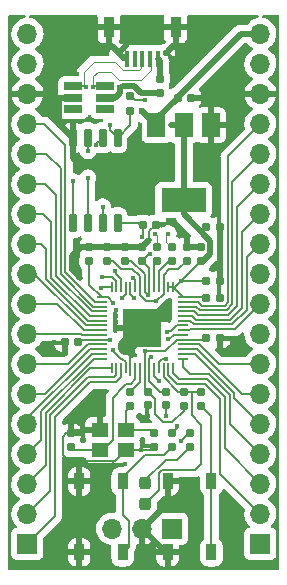
<source format=gbr>
%TF.GenerationSoftware,KiCad,Pcbnew,(6.0.6)*%
%TF.CreationDate,2022-06-27T18:40:53+02:00*%
%TF.ProjectId,rp2040-mini,72703230-3430-42d6-9d69-6e692e6b6963,rev?*%
%TF.SameCoordinates,Original*%
%TF.FileFunction,Copper,L1,Top*%
%TF.FilePolarity,Positive*%
%FSLAX46Y46*%
G04 Gerber Fmt 4.6, Leading zero omitted, Abs format (unit mm)*
G04 Created by KiCad (PCBNEW (6.0.6)) date 2022-06-27 18:40:53*
%MOMM*%
%LPD*%
G01*
G04 APERTURE LIST*
G04 Aperture macros list*
%AMRoundRect*
0 Rectangle with rounded corners*
0 $1 Rounding radius*
0 $2 $3 $4 $5 $6 $7 $8 $9 X,Y pos of 4 corners*
0 Add a 4 corners polygon primitive as box body*
4,1,4,$2,$3,$4,$5,$6,$7,$8,$9,$2,$3,0*
0 Add four circle primitives for the rounded corners*
1,1,$1+$1,$2,$3*
1,1,$1+$1,$4,$5*
1,1,$1+$1,$6,$7*
1,1,$1+$1,$8,$9*
0 Add four rect primitives between the rounded corners*
20,1,$1+$1,$2,$3,$4,$5,0*
20,1,$1+$1,$4,$5,$6,$7,0*
20,1,$1+$1,$6,$7,$8,$9,0*
20,1,$1+$1,$8,$9,$2,$3,0*%
G04 Aperture macros list end*
%TA.AperFunction,SMDPad,CuDef*%
%ADD10RoundRect,0.160000X0.160000X-0.197500X0.160000X0.197500X-0.160000X0.197500X-0.160000X-0.197500X0*%
%TD*%
%TA.AperFunction,SMDPad,CuDef*%
%ADD11RoundRect,0.155000X0.155000X-0.212500X0.155000X0.212500X-0.155000X0.212500X-0.155000X-0.212500X0*%
%TD*%
%TA.AperFunction,SMDPad,CuDef*%
%ADD12R,1.560000X0.650000*%
%TD*%
%TA.AperFunction,SMDPad,CuDef*%
%ADD13RoundRect,0.225000X0.225000X-0.475000X0.225000X0.475000X-0.225000X0.475000X-0.225000X-0.475000X0*%
%TD*%
%TA.AperFunction,SMDPad,CuDef*%
%ADD14RoundRect,0.050000X-0.387500X-0.050000X0.387500X-0.050000X0.387500X0.050000X-0.387500X0.050000X0*%
%TD*%
%TA.AperFunction,SMDPad,CuDef*%
%ADD15RoundRect,0.050000X-0.050000X-0.387500X0.050000X-0.387500X0.050000X0.387500X-0.050000X0.387500X0*%
%TD*%
%TA.AperFunction,SMDPad,CuDef*%
%ADD16R,3.200000X3.200000*%
%TD*%
%TA.AperFunction,SMDPad,CuDef*%
%ADD17R,1.500000X2.000000*%
%TD*%
%TA.AperFunction,SMDPad,CuDef*%
%ADD18R,3.800000X2.000000*%
%TD*%
%TA.AperFunction,SMDPad,CuDef*%
%ADD19RoundRect,0.150000X-0.150000X0.650000X-0.150000X-0.650000X0.150000X-0.650000X0.150000X0.650000X0*%
%TD*%
%TA.AperFunction,SMDPad,CuDef*%
%ADD20RoundRect,0.155000X-0.155000X0.212500X-0.155000X-0.212500X0.155000X-0.212500X0.155000X0.212500X0*%
%TD*%
%TA.AperFunction,SMDPad,CuDef*%
%ADD21R,0.400000X1.350000*%
%TD*%
%TA.AperFunction,ComponentPad*%
%ADD22R,0.900000X1.700000*%
%TD*%
%TA.AperFunction,ComponentPad*%
%ADD23C,0.550000*%
%TD*%
%TA.AperFunction,ComponentPad*%
%ADD24R,1.700000X1.700000*%
%TD*%
%TA.AperFunction,ComponentPad*%
%ADD25O,1.700000X1.700000*%
%TD*%
%TA.AperFunction,SMDPad,CuDef*%
%ADD26RoundRect,0.155000X-0.212500X-0.155000X0.212500X-0.155000X0.212500X0.155000X-0.212500X0.155000X0*%
%TD*%
%TA.AperFunction,SMDPad,CuDef*%
%ADD27RoundRect,0.160000X-0.160000X0.197500X-0.160000X-0.197500X0.160000X-0.197500X0.160000X0.197500X0*%
%TD*%
%TA.AperFunction,SMDPad,CuDef*%
%ADD28R,1.400000X1.200000*%
%TD*%
%TA.AperFunction,SMDPad,CuDef*%
%ADD29RoundRect,0.155000X0.212500X0.155000X-0.212500X0.155000X-0.212500X-0.155000X0.212500X-0.155000X0*%
%TD*%
%TA.AperFunction,SMDPad,CuDef*%
%ADD30RoundRect,0.237500X-0.237500X0.287500X-0.237500X-0.287500X0.237500X-0.287500X0.237500X0.287500X0*%
%TD*%
%TA.AperFunction,ViaPad*%
%ADD31C,0.400000*%
%TD*%
%TA.AperFunction,ViaPad*%
%ADD32C,0.600000*%
%TD*%
%TA.AperFunction,Conductor*%
%ADD33C,0.200000*%
%TD*%
%TA.AperFunction,Conductor*%
%ADD34C,0.500000*%
%TD*%
%TA.AperFunction,Conductor*%
%ADD35C,0.100000*%
%TD*%
G04 APERTURE END LIST*
D10*
%TO.P,R5,1*%
%TO.N,+3V3*%
X82000000Y-66597500D03*
%TO.P,R5,2*%
%TO.N,/RP2040/RUN*%
X82000000Y-65402500D03*
%TD*%
D11*
%TO.P,C12,1*%
%TO.N,+1V1*%
X82250000Y-54317500D03*
%TO.P,C12,2*%
%TO.N,GND*%
X82250000Y-53182500D03*
%TD*%
D12*
%TO.P,U2,1*%
%TO.N,/RP2040/USB_D+*%
X72650000Y-39550000D03*
%TO.P,U2,2,VSS*%
%TO.N,GND*%
X72650000Y-40500000D03*
%TO.P,U2,3*%
%TO.N,unconnected-(U2-Pad3)*%
X72650000Y-41450000D03*
%TO.P,U2,4*%
%TO.N,unconnected-(U2-Pad4)*%
X75350000Y-41450000D03*
%TO.P,U2,5*%
%TO.N,VBUS*%
X75350000Y-40500000D03*
%TO.P,U2,6*%
%TO.N,/RP2040/USB_D-*%
X75350000Y-39550000D03*
%TD*%
D11*
%TO.P,C10,1*%
%TO.N,+3V3*%
X78500000Y-54317500D03*
%TO.P,C10,2*%
%TO.N,GND*%
X78500000Y-53182500D03*
%TD*%
D13*
%TO.P,SW1,1,1*%
%TO.N,GND*%
X73150000Y-79000000D03*
X73150000Y-73000000D03*
%TO.P,SW1,2,2*%
%TO.N,Net-(R1-Pad1)*%
X76850000Y-79000000D03*
X76850000Y-73000000D03*
%TD*%
%TO.P,SW2,1,1*%
%TO.N,GND*%
X80650000Y-79000000D03*
X80650000Y-73000000D03*
%TO.P,SW2,2,2*%
%TO.N,Net-(R3-Pad1)*%
X84350000Y-79000000D03*
X84350000Y-73000000D03*
%TD*%
D14*
%TO.P,U1,1,IOVDD*%
%TO.N,+3V3*%
X75062500Y-57400000D03*
%TO.P,U1,2,GPIO0*%
%TO.N,/GPIO0*%
X75062500Y-57800000D03*
%TO.P,U1,3,GPIO1*%
%TO.N,/GPIO1*%
X75062500Y-58200000D03*
%TO.P,U1,4,GPIO2*%
%TO.N,/GPIO2*%
X75062500Y-58600000D03*
%TO.P,U1,5,GPIO3*%
%TO.N,/GPIO3*%
X75062500Y-59000000D03*
%TO.P,U1,6,GPIO4*%
%TO.N,/GPIO4*%
X75062500Y-59400000D03*
%TO.P,U1,7,GPIO5*%
%TO.N,/GPIO5*%
X75062500Y-59800000D03*
%TO.P,U1,8,GPIO6*%
%TO.N,/GPIO6*%
X75062500Y-60200000D03*
%TO.P,U1,9,GPIO7*%
%TO.N,/GPIO7*%
X75062500Y-60600000D03*
%TO.P,U1,10,IOVDD*%
%TO.N,+3V3*%
X75062500Y-61000000D03*
%TO.P,U1,11,GPIO8*%
%TO.N,/GPIO8*%
X75062500Y-61400000D03*
%TO.P,U1,12,GPIO9*%
%TO.N,/GPIO9*%
X75062500Y-61800000D03*
%TO.P,U1,13,GPIO10*%
%TO.N,/GPIO10*%
X75062500Y-62200000D03*
%TO.P,U1,14,GPIO11*%
%TO.N,/GPIO11*%
X75062500Y-62600000D03*
D15*
%TO.P,U1,15,GPIO12*%
%TO.N,/GPIO12*%
X75900000Y-63437500D03*
%TO.P,U1,16,GPIO13*%
%TO.N,/GPIO13*%
X76300000Y-63437500D03*
%TO.P,U1,17,GPIO14*%
%TO.N,/GPIO14*%
X76700000Y-63437500D03*
%TO.P,U1,18,GPIO15*%
%TO.N,/GPIO15*%
X77100000Y-63437500D03*
%TO.P,U1,19,TESTEN*%
%TO.N,GND*%
X77500000Y-63437500D03*
%TO.P,U1,20,XIN*%
%TO.N,/RP2040/XIN*%
X77900000Y-63437500D03*
%TO.P,U1,21,XOUT*%
%TO.N,/RP2040/XOUT*%
X78300000Y-63437500D03*
%TO.P,U1,22,IOVDD*%
%TO.N,+3V3*%
X78700000Y-63437500D03*
%TO.P,U1,23,DVDD*%
%TO.N,+1V1*%
X79100000Y-63437500D03*
%TO.P,U1,24,SWCLK*%
%TO.N,/RP2040/SWCLK*%
X79500000Y-63437500D03*
%TO.P,U1,25,SWD*%
%TO.N,/RP2040/SWD*%
X79900000Y-63437500D03*
%TO.P,U1,26,RUN*%
%TO.N,/RP2040/RUN*%
X80300000Y-63437500D03*
%TO.P,U1,27,GPIO16*%
%TO.N,/GPIO16*%
X80700000Y-63437500D03*
%TO.P,U1,28,GPIO17*%
%TO.N,/GPIO17*%
X81100000Y-63437500D03*
D14*
%TO.P,U1,29,GPIO18*%
%TO.N,/GPIO18*%
X81937500Y-62600000D03*
%TO.P,U1,30,GPIO19*%
%TO.N,/GPIO19*%
X81937500Y-62200000D03*
%TO.P,U1,31,GPIO20*%
%TO.N,/GPIO20*%
X81937500Y-61800000D03*
%TO.P,U1,32,GPIO21*%
%TO.N,/GPIO21*%
X81937500Y-61400000D03*
%TO.P,U1,33,IOVDD*%
%TO.N,+3V3*%
X81937500Y-61000000D03*
%TO.P,U1,34,GPIO22*%
%TO.N,/GPIO22*%
X81937500Y-60600000D03*
%TO.P,U1,35,GPIO23*%
%TO.N,/GPIO23*%
X81937500Y-60200000D03*
%TO.P,U1,36,GPIO24*%
%TO.N,/GPIO24*%
X81937500Y-59800000D03*
%TO.P,U1,37,GPIO25*%
%TO.N,/GPIO25*%
X81937500Y-59400000D03*
%TO.P,U1,38,GPIO26_ADC0*%
%TO.N,/ADC0*%
X81937500Y-59000000D03*
%TO.P,U1,39,GPIO27_ADC1*%
%TO.N,/ADC1*%
X81937500Y-58600000D03*
%TO.P,U1,40,GPIO28_ADC2*%
%TO.N,/ADC2*%
X81937500Y-58200000D03*
%TO.P,U1,41,GPIO29_ADC3*%
%TO.N,/ADC3*%
X81937500Y-57800000D03*
%TO.P,U1,42,IOVDD*%
%TO.N,+3V3*%
X81937500Y-57400000D03*
D15*
%TO.P,U1,43,ADC_AVDD*%
X81100000Y-56562500D03*
%TO.P,U1,44,VREG_IN*%
X80700000Y-56562500D03*
%TO.P,U1,45,VREG_VOUT*%
%TO.N,+1V1*%
X80300000Y-56562500D03*
%TO.P,U1,46,USB_DM*%
%TO.N,Net-(R2-Pad2)*%
X79900000Y-56562500D03*
%TO.P,U1,47,USB_DP*%
%TO.N,Net-(R4-Pad2)*%
X79500000Y-56562500D03*
%TO.P,U1,48,USB_VDD*%
%TO.N,+3V3*%
X79100000Y-56562500D03*
%TO.P,U1,49,IOVDD*%
X78700000Y-56562500D03*
%TO.P,U1,50,DVDD*%
%TO.N,+1V1*%
X78300000Y-56562500D03*
%TO.P,U1,51,QSPI_SD3*%
%TO.N,/RP2040/QSPI_SD3*%
X77900000Y-56562500D03*
%TO.P,U1,52,QSPI_SCLK*%
%TO.N,/RP2040/QSPI_SCLK*%
X77500000Y-56562500D03*
%TO.P,U1,53,QSPI_SD0*%
%TO.N,/RP2040/QSPI_SD0*%
X77100000Y-56562500D03*
%TO.P,U1,54,QSPI_SD2*%
%TO.N,/RP2040/QSPI_SD2*%
X76700000Y-56562500D03*
%TO.P,U1,55,QSPI_SD1*%
%TO.N,/RP2040/QSPI_SD1*%
X76300000Y-56562500D03*
%TO.P,U1,56,QSPI_SS*%
%TO.N,/RP2040/QSPI_SS*%
X75900000Y-56562500D03*
D16*
%TO.P,U1,57,GND*%
%TO.N,GND*%
X78500000Y-60000000D03*
%TD*%
D17*
%TO.P,U3,1,GND*%
%TO.N,GND*%
X84300000Y-42850000D03*
D18*
%TO.P,U3,2,VO*%
%TO.N,+3V3*%
X82000000Y-49150000D03*
D17*
X82000000Y-42850000D03*
%TO.P,U3,3,VI*%
%TO.N,VBUS*%
X79700000Y-42850000D03*
%TD*%
D19*
%TO.P,U4,1,CS#*%
%TO.N,/RP2040/QSPI_SS*%
X76405000Y-43900000D03*
%TO.P,U4,2,DO/DQ1*%
%TO.N,/RP2040/QSPI_SD1*%
X75135000Y-43900000D03*
%TO.P,U4,3,WP#/DQ2*%
%TO.N,/RP2040/QSPI_SD2*%
X73865000Y-43900000D03*
%TO.P,U4,4,VSS*%
%TO.N,GND*%
X72595000Y-43900000D03*
%TO.P,U4,5,DI/DQ0*%
%TO.N,/RP2040/QSPI_SD0*%
X72595000Y-51100000D03*
%TO.P,U4,6,CLK*%
%TO.N,/RP2040/QSPI_SCLK*%
X73865000Y-51100000D03*
%TO.P,U4,7,HOLD#/DQ3*%
%TO.N,/RP2040/QSPI_SD3*%
X75135000Y-51100000D03*
%TO.P,U4,8,VCC*%
%TO.N,+3V3*%
X76405000Y-51100000D03*
%TD*%
D10*
%TO.P,R3,1*%
%TO.N,Net-(R3-Pad1)*%
X83500000Y-66597500D03*
%TO.P,R3,2*%
%TO.N,/RP2040/RUN*%
X83500000Y-65402500D03*
%TD*%
D20*
%TO.P,C6,1*%
%TO.N,Net-(C6-Pad1)*%
X79500000Y-68932500D03*
%TO.P,C6,2*%
%TO.N,GND*%
X79500000Y-70067500D03*
%TD*%
D21*
%TO.P,J3,1,VBUS*%
%TO.N,Net-(FB1-Pad1)*%
X79800000Y-37225000D03*
%TO.P,J3,2,D-*%
%TO.N,/RP2040/USB_D-*%
X79150000Y-37225000D03*
%TO.P,J3,3,D+*%
%TO.N,/RP2040/USB_D+*%
X78500000Y-37225000D03*
%TO.P,J3,4,ID*%
%TO.N,unconnected-(J3-Pad4)*%
X77850000Y-37225000D03*
%TO.P,J3,5,GND*%
%TO.N,GND*%
X77200000Y-37225000D03*
D22*
%TO.P,J3,6,Shield*%
X75675000Y-34550000D03*
D23*
X76500000Y-36700000D03*
X80500000Y-36700000D03*
D22*
X81325000Y-34550000D03*
%TD*%
D24*
%TO.P,J1,1,Pin_1*%
%TO.N,/GPIO14*%
X68775000Y-78275000D03*
D25*
%TO.P,J1,2,Pin_2*%
%TO.N,/GPIO13*%
X68775000Y-75735000D03*
%TO.P,J1,3,Pin_3*%
%TO.N,/GPIO12*%
X68775000Y-73195000D03*
%TO.P,J1,4,Pin_4*%
%TO.N,/GPIO11*%
X68775000Y-70655000D03*
%TO.P,J1,5,Pin_5*%
%TO.N,/GPIO10*%
X68775000Y-68115000D03*
%TO.P,J1,6,Pin_6*%
%TO.N,/GPIO9*%
X68775000Y-65575000D03*
%TO.P,J1,7,Pin_7*%
%TO.N,/GPIO8*%
X68775000Y-63035000D03*
%TO.P,J1,8,Pin_8*%
%TO.N,/GPIO7*%
X68775000Y-60495000D03*
%TO.P,J1,9,Pin_9*%
%TO.N,/GPIO6*%
X68775000Y-57955000D03*
%TO.P,J1,10,Pin_10*%
%TO.N,/GPIO5*%
X68775000Y-55415000D03*
%TO.P,J1,11,Pin_11*%
%TO.N,/GPIO4*%
X68775000Y-52875000D03*
%TO.P,J1,12,Pin_12*%
%TO.N,/GPIO3*%
X68775000Y-50335000D03*
%TO.P,J1,13,Pin_13*%
%TO.N,/GPIO2*%
X68775000Y-47795000D03*
%TO.P,J1,14,Pin_14*%
%TO.N,/GPIO1*%
X68775000Y-45255000D03*
%TO.P,J1,15,Pin_15*%
%TO.N,/GPIO0*%
X68775000Y-42715000D03*
%TO.P,J1,16,Pin_16*%
%TO.N,GND*%
X68775000Y-40175000D03*
%TO.P,J1,17,Pin_17*%
%TO.N,+3V3*%
X68775000Y-37635000D03*
%TO.P,J1,18,Pin_18*%
%TO.N,VBUS*%
X68775000Y-35095000D03*
%TD*%
D26*
%TO.P,C1,1*%
%TO.N,+3V3*%
X83932500Y-56000000D03*
%TO.P,C1,2*%
%TO.N,GND*%
X85067500Y-56000000D03*
%TD*%
%TO.P,C16,1*%
%TO.N,+3V3*%
X78532500Y-51250000D03*
%TO.P,C16,2*%
%TO.N,GND*%
X79667500Y-51250000D03*
%TD*%
D27*
%TO.P,R2,1*%
%TO.N,/RP2040/USB_D-*%
X81000000Y-53152500D03*
%TO.P,R2,2*%
%TO.N,Net-(R2-Pad2)*%
X81000000Y-54347500D03*
%TD*%
D10*
%TO.P,R6,1*%
%TO.N,Net-(D1-Pad1)*%
X82500000Y-70097500D03*
%TO.P,R6,2*%
%TO.N,GND*%
X82500000Y-68902500D03*
%TD*%
%TO.P,R1,1*%
%TO.N,Net-(R1-Pad1)*%
X81000000Y-70097500D03*
%TO.P,R1,2*%
%TO.N,/RP2040/QSPI_SS*%
X81000000Y-68902500D03*
%TD*%
D11*
%TO.P,C2,1*%
%TO.N,+3V3*%
X83500000Y-54317500D03*
%TO.P,C2,2*%
%TO.N,GND*%
X83500000Y-53182500D03*
%TD*%
D20*
%TO.P,C7,1*%
%TO.N,+3V3*%
X79000000Y-65432500D03*
%TO.P,C7,2*%
%TO.N,GND*%
X79000000Y-66567500D03*
%TD*%
D26*
%TO.P,C14,1*%
%TO.N,VBUS*%
X81500000Y-40500000D03*
%TO.P,C14,2*%
%TO.N,GND*%
X82635000Y-40500000D03*
%TD*%
D28*
%TO.P,Y1,1,1*%
%TO.N,Net-(C6-Pad1)*%
X77100000Y-68650000D03*
%TO.P,Y1,2,2*%
%TO.N,GND*%
X74900000Y-68650000D03*
%TO.P,Y1,3,3*%
%TO.N,/RP2040/XIN*%
X74900000Y-70350000D03*
%TO.P,Y1,4,4*%
%TO.N,GND*%
X77100000Y-70350000D03*
%TD*%
D27*
%TO.P,R4,1*%
%TO.N,/RP2040/USB_D+*%
X79750000Y-53152500D03*
%TO.P,R4,2*%
%TO.N,Net-(R4-Pad2)*%
X79750000Y-54347500D03*
%TD*%
D24*
%TO.P,J2,1,Pin_1*%
%TO.N,/GPIO15*%
X88500000Y-78275000D03*
D25*
%TO.P,J2,2,Pin_2*%
%TO.N,/GPIO16*%
X88500000Y-75735000D03*
%TO.P,J2,3,Pin_3*%
%TO.N,/GPIO17*%
X88500000Y-73195000D03*
%TO.P,J2,4,Pin_4*%
%TO.N,/GPIO18*%
X88500000Y-70655000D03*
%TO.P,J2,5,Pin_5*%
%TO.N,/GPIO19*%
X88500000Y-68115000D03*
%TO.P,J2,6,Pin_6*%
%TO.N,/GPIO20*%
X88500000Y-65575000D03*
%TO.P,J2,7,Pin_7*%
%TO.N,/GPIO21*%
X88500000Y-63035000D03*
%TO.P,J2,8,Pin_8*%
%TO.N,/GPIO22*%
X88500000Y-60495000D03*
%TO.P,J2,9,Pin_9*%
%TO.N,/GPIO23*%
X88500000Y-57955000D03*
%TO.P,J2,10,Pin_10*%
%TO.N,/GPIO24*%
X88500000Y-55415000D03*
%TO.P,J2,11,Pin_11*%
%TO.N,/GPIO25*%
X88500000Y-52875000D03*
%TO.P,J2,12,Pin_12*%
%TO.N,/ADC0*%
X88500000Y-50335000D03*
%TO.P,J2,13,Pin_13*%
%TO.N,/ADC1*%
X88500000Y-47795000D03*
%TO.P,J2,14,Pin_14*%
%TO.N,/ADC2*%
X88500000Y-45255000D03*
%TO.P,J2,15,Pin_15*%
%TO.N,/ADC3*%
X88500000Y-42715000D03*
%TO.P,J2,16,Pin_16*%
%TO.N,GND*%
X88500000Y-40175000D03*
%TO.P,J2,17,Pin_17*%
%TO.N,+3V3*%
X88500000Y-37635000D03*
%TO.P,J2,18,Pin_18*%
%TO.N,VBUS*%
X88500000Y-35095000D03*
%TD*%
D26*
%TO.P,C4,1*%
%TO.N,+3V3*%
X83932500Y-57500000D03*
%TO.P,C4,2*%
%TO.N,GND*%
X85067500Y-57500000D03*
%TD*%
D11*
%TO.P,C8,1*%
%TO.N,+3V3*%
X77000000Y-54317500D03*
%TO.P,C8,2*%
%TO.N,GND*%
X77000000Y-53182500D03*
%TD*%
D27*
%TO.P,R7,1*%
%TO.N,+3V3*%
X77500000Y-40402500D03*
%TO.P,R7,2*%
%TO.N,/RP2040/QSPI_SS*%
X77500000Y-41597500D03*
%TD*%
D11*
%TO.P,C11,1*%
%TO.N,+1V1*%
X75500000Y-54317500D03*
%TO.P,C11,2*%
%TO.N,GND*%
X75500000Y-53182500D03*
%TD*%
D10*
%TO.P,R8,1*%
%TO.N,Net-(C6-Pad1)*%
X77500000Y-66597500D03*
%TO.P,R8,2*%
%TO.N,/RP2040/XOUT*%
X77500000Y-65402500D03*
%TD*%
D29*
%TO.P,C17,1*%
%TO.N,+3V3*%
X73067500Y-61200000D03*
%TO.P,C17,2*%
%TO.N,GND*%
X71932500Y-61200000D03*
%TD*%
D30*
%TO.P,D1,1,K*%
%TO.N,Net-(D1-Pad1)*%
X78750000Y-73125000D03*
%TO.P,D1,2,A*%
%TO.N,/RP2040/RUN*%
X78750000Y-74875000D03*
%TD*%
D11*
%TO.P,C3,1*%
%TO.N,+3V3*%
X74000000Y-54317500D03*
%TO.P,C3,2*%
%TO.N,GND*%
X74000000Y-53182500D03*
%TD*%
D27*
%TO.P,FB1,1*%
%TO.N,Net-(FB1-Pad1)*%
X80000000Y-38902500D03*
%TO.P,FB1,2*%
%TO.N,VBUS*%
X80000000Y-40097500D03*
%TD*%
D20*
%TO.P,C9,1*%
%TO.N,+1V1*%
X80500000Y-65432500D03*
%TO.P,C9,2*%
%TO.N,GND*%
X80500000Y-66567500D03*
%TD*%
D26*
%TO.P,C15,1*%
%TO.N,+3V3*%
X83932500Y-51460000D03*
%TO.P,C15,2*%
%TO.N,GND*%
X85067500Y-51460000D03*
%TD*%
%TO.P,C13,1*%
%TO.N,+3V3*%
X83932500Y-60900000D03*
%TO.P,C13,2*%
%TO.N,GND*%
X85067500Y-60900000D03*
%TD*%
D20*
%TO.P,C5,1*%
%TO.N,GND*%
X72500000Y-68932500D03*
%TO.P,C5,2*%
%TO.N,/RP2040/XIN*%
X72500000Y-70067500D03*
%TD*%
D24*
%TO.P,DEBUG,1,Pin_1*%
%TO.N,/RP2040/SWD*%
X81025000Y-77000000D03*
D25*
%TO.P,DEBUG,2,Pin_2*%
%TO.N,GND*%
X78485000Y-77000000D03*
%TO.P,DEBUG,3,Pin_3*%
%TO.N,/RP2040/SWCLK*%
X75945000Y-77000000D03*
%TD*%
D31*
%TO.N,GND*%
X81000000Y-47500000D03*
X70500000Y-38500000D03*
X85067500Y-54932500D03*
X85000000Y-56800000D03*
X81000000Y-45500000D03*
X84000000Y-34500000D03*
X74000000Y-76500000D03*
X81000000Y-46000000D03*
X83000000Y-45000000D03*
X83000000Y-47500000D03*
X77000000Y-71500000D03*
X70500000Y-40000000D03*
X73218553Y-55781448D03*
X76250000Y-59000000D03*
X80750000Y-57750000D03*
X72500000Y-67500000D03*
X81800000Y-69600000D03*
X76250000Y-59500000D03*
X76700000Y-61800000D03*
X76250000Y-58500000D03*
X79000000Y-47500000D03*
X81000000Y-46500000D03*
X81000000Y-45000000D03*
X79091250Y-52591250D03*
X80750000Y-59250000D03*
X83000000Y-46500000D03*
X85000000Y-39000000D03*
X80750000Y-58750000D03*
X80750000Y-58250000D03*
X72500000Y-55000000D03*
X81000000Y-47000000D03*
X76500000Y-45500000D03*
X70500000Y-42000000D03*
X76250000Y-60000000D03*
X81500000Y-51500000D03*
X78350000Y-70350000D03*
X82000000Y-73000000D03*
X75500000Y-73000000D03*
X85067500Y-52432500D03*
X83000000Y-44500000D03*
X82000000Y-79000000D03*
X82900000Y-53200000D03*
X83000000Y-46000000D03*
X77600000Y-62300000D03*
X74500000Y-65500000D03*
X72000000Y-71500000D03*
X85000000Y-50000000D03*
X76500000Y-47500000D03*
X71000000Y-61200000D03*
X81000000Y-44500000D03*
X79000000Y-67500000D03*
X77150000Y-62050000D03*
X80500000Y-67500000D03*
X85896800Y-60896800D03*
X85000000Y-47500000D03*
X83000000Y-76500000D03*
X75500000Y-79000000D03*
X73000000Y-38500000D03*
X83000000Y-45500000D03*
X83000000Y-47000000D03*
%TO.N,+3V3*%
X76060421Y-57931262D03*
X78700000Y-40747000D03*
X81817500Y-56000000D03*
X79000000Y-57250000D03*
X80900000Y-42800000D03*
X75750000Y-61000000D03*
X78700000Y-61999502D03*
X79112381Y-53708486D03*
X78481984Y-52281984D03*
%TO.N,+1V1*%
X79697147Y-57749500D03*
X79199500Y-62499500D03*
D32*
%TO.N,VBUS*%
X78500000Y-41600000D03*
X76629502Y-39700000D03*
D31*
%TO.N,/RP2040/USB_D-*%
X80700000Y-52016930D03*
X74325003Y-39600000D03*
%TO.N,/RP2040/USB_D+*%
X73725500Y-39600000D03*
X79600000Y-52016930D03*
%TO.N,/RP2040/QSPI_SS*%
X75793747Y-42846233D03*
X75000000Y-56600000D03*
X81411202Y-68295198D03*
%TO.N,/GPIO15*%
X76055945Y-61883936D03*
%TO.N,/RP2040/SWCLK*%
X79900000Y-64500000D03*
%TO.N,/RP2040/SWD*%
X80485113Y-62621287D03*
%TO.N,/GPIO22*%
X80694999Y-60985389D03*
%TO.N,/GPIO24*%
X80592260Y-60328379D03*
%TO.N,/RP2040/QSPI_SD3*%
X77739297Y-55760703D03*
X75150000Y-49750000D03*
%TO.N,/RP2040/QSPI_SCLK*%
X77832288Y-57431762D03*
X73900000Y-47300000D03*
%TO.N,/RP2040/QSPI_SD0*%
X76800000Y-57431762D03*
X72599500Y-47600000D03*
%TO.N,/RP2040/QSPI_SD2*%
X73900000Y-45000000D03*
X76157906Y-55192094D03*
%TO.N,/RP2040/QSPI_SD1*%
X75068592Y-55681408D03*
X74564500Y-44500000D03*
%TD*%
D33*
%TO.N,GND*%
X77500000Y-62400000D02*
X77600000Y-62300000D01*
X77600000Y-62300000D02*
X77600000Y-60900000D01*
D34*
X76950000Y-62050000D02*
X77350000Y-62050000D01*
D33*
X71932500Y-61200000D02*
X71000000Y-61200000D01*
D34*
X77150000Y-61750000D02*
X78500000Y-60400000D01*
D33*
X77500000Y-63437500D02*
X77500000Y-62400000D01*
D34*
X80485000Y-79000000D02*
X78485000Y-77000000D01*
X80750000Y-58250000D02*
X80250000Y-58250000D01*
X79750000Y-58750000D02*
X78500000Y-60000000D01*
D33*
X72500000Y-68932500D02*
X72782500Y-68650000D01*
D34*
X72650000Y-40500000D02*
X71595978Y-40500000D01*
X73317500Y-53182500D02*
X72545000Y-53955000D01*
X85067500Y-51460000D02*
X85067500Y-52432500D01*
D33*
X85067500Y-60900000D02*
X85893600Y-60900000D01*
D34*
X78500000Y-60400000D02*
X78500000Y-60000000D01*
X85067500Y-52432500D02*
X85067500Y-54932500D01*
D33*
X71750000Y-70750000D02*
X72250000Y-71250000D01*
D34*
X71420489Y-40675489D02*
X71420489Y-42725489D01*
D33*
X79660514Y-51250000D02*
X79091250Y-51819264D01*
D34*
X77600000Y-61700000D02*
X78500000Y-60800000D01*
X85067500Y-54932500D02*
X85067500Y-56000000D01*
X78500000Y-60800000D02*
X78500000Y-60000000D01*
X78500000Y-53182500D02*
X79091250Y-52591250D01*
D33*
X79091250Y-51819264D02*
X79091250Y-52591250D01*
D34*
X80750000Y-57750000D02*
X78500000Y-60000000D01*
X76700000Y-61400000D02*
X78100000Y-60000000D01*
D33*
X72782500Y-68650000D02*
X74900000Y-68650000D01*
X79667500Y-51250000D02*
X79660514Y-51250000D01*
X85893600Y-60900000D02*
X85896800Y-60896800D01*
X73150000Y-79000000D02*
X73150000Y-73000000D01*
X76200000Y-71250000D02*
X77100000Y-70350000D01*
X82497500Y-68902500D02*
X81800000Y-69600000D01*
D34*
X80650000Y-79000000D02*
X80485000Y-79000000D01*
D33*
X72500000Y-68932500D02*
X72067500Y-68932500D01*
D34*
X72595000Y-43900000D02*
X72595000Y-45595000D01*
X78485000Y-77000000D02*
X80650000Y-74835000D01*
D33*
X72067500Y-68932500D02*
X71750000Y-69250000D01*
X77600000Y-60900000D02*
X78500000Y-60000000D01*
X79000000Y-66567500D02*
X79000000Y-67500000D01*
X78350000Y-70350000D02*
X77100000Y-70350000D01*
D34*
X77600000Y-62300000D02*
X77600000Y-61700000D01*
X77150000Y-62050000D02*
X77150000Y-61750000D01*
X71420489Y-42725489D02*
X72595000Y-43900000D01*
X80650000Y-74835000D02*
X80650000Y-73000000D01*
D33*
X72250000Y-71250000D02*
X76200000Y-71250000D01*
D34*
X72595000Y-45595000D02*
X73000000Y-46000000D01*
X76700000Y-61800000D02*
X76700000Y-61400000D01*
X78100000Y-60000000D02*
X78500000Y-60000000D01*
D33*
X82500000Y-68902500D02*
X82497500Y-68902500D01*
X79500000Y-70067500D02*
X79217500Y-70350000D01*
D34*
X80750000Y-59250000D02*
X79250000Y-59250000D01*
X71595978Y-40500000D02*
X71420489Y-40675489D01*
D33*
X80500000Y-66567500D02*
X80500000Y-67500000D01*
D34*
X79250000Y-59250000D02*
X78500000Y-60000000D01*
D33*
X71750000Y-69250000D02*
X71750000Y-70750000D01*
D34*
X72545000Y-53955000D02*
X72545000Y-55037157D01*
X76700000Y-61800000D02*
X76950000Y-62050000D01*
X77350000Y-62050000D02*
X77600000Y-62300000D01*
D33*
X79217500Y-70350000D02*
X78350000Y-70350000D01*
D34*
X80750000Y-58750000D02*
X79750000Y-58750000D01*
D33*
X77500000Y-63437500D02*
X77500000Y-64000000D01*
D34*
X74000000Y-53182500D02*
X73317500Y-53182500D01*
X80250000Y-58250000D02*
X78500000Y-60000000D01*
X80750000Y-57750000D02*
X80750000Y-59250000D01*
X72545000Y-55037157D02*
X73253922Y-55746079D01*
D33*
%TO.N,+3V3*%
X81937500Y-57400000D02*
X81100000Y-56562500D01*
X75594295Y-57400000D02*
X75062500Y-57400000D01*
X78700000Y-61999502D02*
X78700000Y-63437500D01*
X82000000Y-67000000D02*
X82000000Y-66597500D01*
X78132500Y-51100000D02*
X78532500Y-51500000D01*
X81405705Y-61000000D02*
X81937500Y-61000000D01*
X77567500Y-54317500D02*
X77000000Y-54317500D01*
D34*
X84259520Y-53740480D02*
X83682500Y-54317500D01*
D33*
X81100000Y-56562500D02*
X81255000Y-56562500D01*
X83832500Y-57400000D02*
X83932500Y-57500000D01*
X79000000Y-65432500D02*
X78700000Y-65132500D01*
X76405000Y-51100000D02*
X78132500Y-51100000D01*
X77844500Y-40747000D02*
X78700000Y-40747000D01*
X79000000Y-65432500D02*
X79609520Y-66042020D01*
X78700000Y-55450000D02*
X77567500Y-54317500D01*
X77500000Y-40402500D02*
X77844500Y-40747000D01*
X81817500Y-56000000D02*
X81783750Y-56033750D01*
X81255000Y-56562500D02*
X81783750Y-56033750D01*
X78700000Y-56562500D02*
X78700000Y-55450000D01*
X78700000Y-56950000D02*
X79000000Y-57250000D01*
X79100000Y-56562500D02*
X79100000Y-54917500D01*
X79609520Y-67315936D02*
X80293095Y-67999511D01*
X75062500Y-57400000D02*
X74000000Y-56337500D01*
D34*
X82000000Y-50400000D02*
X84259520Y-52659520D01*
D33*
X79109014Y-53708486D02*
X78500000Y-54317500D01*
X79000000Y-57250000D02*
X79100000Y-57150000D01*
X79100000Y-57150000D02*
X79100000Y-56562500D01*
D34*
X80900000Y-42800000D02*
X81950000Y-42800000D01*
X84259520Y-52659520D02*
X84259520Y-53740480D01*
D33*
X80405705Y-62000000D02*
X81405705Y-61000000D01*
D34*
X82000000Y-42850000D02*
X82000000Y-42500978D01*
D33*
X79609520Y-66042020D02*
X79609520Y-67315936D01*
X75062500Y-61000000D02*
X73067500Y-61000000D01*
X76060421Y-57866126D02*
X75594295Y-57400000D01*
D34*
X82000000Y-49150000D02*
X82000000Y-50400000D01*
X82000000Y-42850000D02*
X82000000Y-49150000D01*
D33*
X81937500Y-57400000D02*
X83832500Y-57400000D01*
X80293095Y-67999511D02*
X81000489Y-67999511D01*
X81000489Y-67999511D02*
X82000000Y-67000000D01*
X83932500Y-56000000D02*
X81817500Y-56000000D01*
X76060421Y-57931262D02*
X76060421Y-57866126D01*
X81783750Y-56033750D02*
X83500000Y-54317500D01*
X80700000Y-56562500D02*
X81100000Y-56562500D01*
X75062500Y-61000000D02*
X75750000Y-61000000D01*
D34*
X81950000Y-42800000D02*
X82000000Y-42850000D01*
D33*
X78700498Y-62000000D02*
X80405705Y-62000000D01*
X78700000Y-56562500D02*
X78700000Y-56950000D01*
D34*
X83682500Y-54317500D02*
X83500000Y-54317500D01*
D33*
X79112381Y-53708486D02*
X79109014Y-53708486D01*
X79100000Y-54917500D02*
X78500000Y-54317500D01*
X83932500Y-61000000D02*
X81937500Y-61000000D01*
X78532500Y-52231468D02*
X78481984Y-52281984D01*
X78700000Y-61999502D02*
X78700498Y-62000000D01*
X78532500Y-51500000D02*
X78532500Y-52231468D01*
X78700000Y-65132500D02*
X78700000Y-63437500D01*
X74000000Y-56337500D02*
X74000000Y-54317500D01*
%TO.N,+1V1*%
X80299520Y-55949520D02*
X80299520Y-55500000D01*
X75989712Y-54317500D02*
X75500000Y-54317500D01*
X80795000Y-55004520D02*
X81562980Y-55004520D01*
X78300000Y-55615006D02*
X77669514Y-54984520D01*
X80300000Y-56562500D02*
X80300000Y-55950000D01*
X78300000Y-56562500D02*
X78300000Y-55615006D01*
X78300000Y-57256416D02*
X78793584Y-57750000D01*
X81562980Y-55004520D02*
X82250000Y-54317500D01*
X79100000Y-63437500D02*
X79100000Y-64522212D01*
X80300000Y-55950000D02*
X80299520Y-55949520D01*
X79644295Y-57750000D02*
X80300000Y-57094295D01*
X79199500Y-62499500D02*
X79100000Y-62599000D01*
X80299520Y-55500000D02*
X80795000Y-55004520D01*
X79100000Y-62599000D02*
X79100000Y-63437500D01*
X76656732Y-54984520D02*
X75989712Y-54317500D01*
X77669514Y-54984520D02*
X76656732Y-54984520D01*
X80300000Y-57094295D02*
X80300000Y-56562500D01*
X78300000Y-56562500D02*
X78300000Y-57256416D01*
X78793584Y-57750000D02*
X79644295Y-57750000D01*
X80010288Y-65432500D02*
X80500000Y-65432500D01*
X79100000Y-64522212D02*
X80010288Y-65432500D01*
D34*
%TO.N,VBUS*%
X78500000Y-41650000D02*
X79700000Y-42850000D01*
X86817580Y-35095000D02*
X88500000Y-35095000D01*
X76829982Y-39499520D02*
X76629502Y-39700000D01*
X81500000Y-40500000D02*
X81500000Y-40412580D01*
X77816511Y-39499520D02*
X76829982Y-39499520D01*
X78414491Y-40097500D02*
X77816511Y-39499520D01*
X76175489Y-40500000D02*
X75350000Y-40500000D01*
X78500000Y-41600000D02*
X78500000Y-41650000D01*
X76579511Y-39749991D02*
X76579511Y-40095978D01*
X76629502Y-39700000D02*
X76579511Y-39749991D01*
X81500000Y-40412580D02*
X86817580Y-35095000D01*
X79700000Y-42300000D02*
X81500000Y-40500000D01*
X76579511Y-40095978D02*
X76175489Y-40500000D01*
X80000000Y-40097500D02*
X78414491Y-40097500D01*
X79700000Y-42850000D02*
X79700000Y-42300000D01*
D33*
%TO.N,Net-(R1-Pad1)*%
X76850000Y-73000000D02*
X76850000Y-72650000D01*
X76850000Y-72650000D02*
X78750480Y-70749520D01*
X77335489Y-76335489D02*
X77335489Y-78514511D01*
X77335489Y-78514511D02*
X76850000Y-79000000D01*
X76850000Y-75850000D02*
X77335489Y-76335489D01*
X80347980Y-70749520D02*
X81000000Y-70097500D01*
X76850000Y-75850000D02*
X76850000Y-73000000D01*
X78750480Y-70749520D02*
X80347980Y-70749520D01*
%TO.N,Net-(R3-Pad1)*%
X84350000Y-67447500D02*
X83500000Y-66597500D01*
X84350000Y-73000000D02*
X84350000Y-67447500D01*
X84350000Y-79000000D02*
X84350000Y-73000000D01*
%TO.N,/RP2040/XIN*%
X74900000Y-70350000D02*
X75150000Y-70350000D01*
X76880480Y-65019520D02*
X76880480Y-65014661D01*
X77504520Y-64745480D02*
X77900000Y-64350000D01*
X76880480Y-65014661D02*
X77149661Y-64745480D01*
X76000000Y-65900000D02*
X76880480Y-65019520D01*
X72500000Y-70067500D02*
X72782500Y-70350000D01*
X77900000Y-64350000D02*
X77900000Y-63437500D01*
X76000000Y-69500000D02*
X76000000Y-65900000D01*
X75150000Y-70350000D02*
X76000000Y-69500000D01*
X72782500Y-70350000D02*
X74900000Y-70350000D01*
X77149661Y-64745480D02*
X77504520Y-64745480D01*
%TO.N,/RP2040/XOUT*%
X78300480Y-64602020D02*
X78300480Y-63437980D01*
X78300480Y-63437980D02*
X78300000Y-63437500D01*
X77500000Y-65402500D02*
X78300480Y-64602020D01*
D34*
%TO.N,Net-(FB1-Pad1)*%
X80000000Y-37425000D02*
X79800000Y-37225000D01*
X80000000Y-38902500D02*
X80000000Y-37425000D01*
D35*
%TO.N,/RP2040/USB_D-*%
X74715686Y-38300000D02*
X74325003Y-38690683D01*
X80700000Y-52016930D02*
X80550000Y-52166930D01*
X75834314Y-38300000D02*
X74715686Y-38300000D01*
D33*
X74275000Y-39550000D02*
X75350000Y-39550000D01*
D35*
X78415188Y-39000000D02*
X76534314Y-39000000D01*
X76534314Y-39000000D02*
X75834314Y-38300000D01*
D33*
X74225000Y-39600000D02*
X74325003Y-39600000D01*
D35*
X74325003Y-38690683D02*
X74325003Y-39600000D01*
X80550000Y-52166930D02*
X80550000Y-52702500D01*
X79225000Y-38190188D02*
X78415188Y-39000000D01*
X79225000Y-37300000D02*
X79225000Y-38190188D01*
X80550000Y-52702500D02*
X81000000Y-53152500D01*
D33*
X74225000Y-39600000D02*
X74275000Y-39550000D01*
D35*
X79150000Y-37225000D02*
X79225000Y-37300000D01*
%TO.N,/RP2040/USB_D+*%
X79750000Y-52166930D02*
X79750000Y-53152500D01*
X78500000Y-37225000D02*
X78425000Y-37300000D01*
X73525003Y-38359311D02*
X73525003Y-39399503D01*
X73525003Y-39399503D02*
X73725500Y-39600000D01*
X78425000Y-38024022D02*
X78249022Y-38200000D01*
X76865686Y-38200000D02*
X76165686Y-37500000D01*
X78083816Y-38200000D02*
X76865686Y-38200000D01*
X78425000Y-37300000D02*
X78425000Y-38024022D01*
D33*
X73725000Y-39550000D02*
X72650000Y-39550000D01*
D35*
X74384314Y-37500000D02*
X73525003Y-38359311D01*
X79600000Y-52016930D02*
X79750000Y-52166930D01*
X78249022Y-38200000D02*
X78100000Y-38200000D01*
D33*
X73775000Y-39600000D02*
X73725500Y-39600000D01*
X73775000Y-39600000D02*
X73725000Y-39550000D01*
D35*
X76165686Y-37500000D02*
X74384314Y-37500000D01*
D33*
%TO.N,/RP2040/QSPI_SS*%
X76405000Y-43900000D02*
X77500000Y-42805000D01*
X75793747Y-43288747D02*
X76405000Y-43900000D01*
X81411202Y-68295198D02*
X81411202Y-68491298D01*
X75000000Y-56600000D02*
X75037500Y-56562500D01*
X75793747Y-42846233D02*
X75793747Y-43288747D01*
X77500000Y-42805000D02*
X77500000Y-41597500D01*
X81411202Y-68491298D02*
X81000000Y-68902500D01*
X75037500Y-56562500D02*
X75900000Y-56562500D01*
%TO.N,Net-(R2-Pad2)*%
X80757359Y-54347500D02*
X81000000Y-54347500D01*
X79900000Y-56562500D02*
X79900000Y-55204859D01*
X79900000Y-55204859D02*
X80757359Y-54347500D01*
%TO.N,/RP2040/RUN*%
X83500000Y-68200000D02*
X82697500Y-67397500D01*
X83000000Y-72000000D02*
X83500000Y-71500000D01*
X78750000Y-74875000D02*
X79900480Y-73724520D01*
X83500000Y-71500000D02*
X83500000Y-68200000D01*
X82697500Y-65402500D02*
X83500000Y-65402500D01*
X80208217Y-72000000D02*
X83000000Y-72000000D01*
X82000000Y-65402500D02*
X81502500Y-65402500D01*
X82697500Y-67397500D02*
X82697500Y-65402500D01*
X81502500Y-65402500D02*
X80300000Y-64200000D01*
X80300000Y-64200000D02*
X80300000Y-63437500D01*
X79900480Y-73724520D02*
X79900480Y-72307737D01*
X82000000Y-65402500D02*
X82697500Y-65402500D01*
X79900480Y-72307737D02*
X80208217Y-72000000D01*
%TO.N,Net-(R4-Pad2)*%
X79500000Y-54597500D02*
X79750000Y-54347500D01*
X79500000Y-56562500D02*
X79500000Y-54597500D01*
%TO.N,/GPIO0*%
X70215000Y-42715000D02*
X68775000Y-42715000D01*
X71995480Y-55264775D02*
X71995480Y-44495480D01*
X75062500Y-57800000D02*
X74530705Y-57800000D01*
X74530705Y-57800000D02*
X71995480Y-55264775D01*
X71995480Y-44495480D02*
X70215000Y-42715000D01*
%TO.N,/GPIO1*%
X71595960Y-55430261D02*
X71595960Y-46485960D01*
X74365699Y-58200000D02*
X71595960Y-55430261D01*
X71595960Y-46485960D02*
X70365000Y-45255000D01*
X70365000Y-45255000D02*
X68775000Y-45255000D01*
X75062500Y-58200000D02*
X74365699Y-58200000D01*
%TO.N,/GPIO2*%
X71196440Y-55595747D02*
X71196440Y-48726440D01*
X71196440Y-48726440D02*
X70265000Y-47795000D01*
X70265000Y-47795000D02*
X68775000Y-47795000D01*
X74200693Y-58600000D02*
X71196440Y-55595747D01*
X75062500Y-58600000D02*
X74200693Y-58600000D01*
%TO.N,/GPIO3*%
X70085000Y-50335000D02*
X68775000Y-50335000D01*
X70796921Y-51046921D02*
X70085000Y-50335000D01*
X75062500Y-59000000D02*
X74035687Y-59000000D01*
X70796921Y-55761234D02*
X70796921Y-51046921D01*
X74035687Y-59000000D02*
X70796921Y-55761234D01*
%TO.N,/GPIO4*%
X73870681Y-59400000D02*
X70370000Y-55899319D01*
X70370000Y-55899319D02*
X70370000Y-53360000D01*
X70370000Y-53360000D02*
X69885000Y-52875000D01*
X69885000Y-52875000D02*
X68775000Y-52875000D01*
X75062500Y-59400000D02*
X73870681Y-59400000D01*
%TO.N,/GPIO5*%
X73705675Y-59800000D02*
X69320675Y-55415000D01*
X69320675Y-55415000D02*
X68775000Y-55415000D01*
X75062500Y-59800000D02*
X73705675Y-59800000D01*
%TO.N,/GPIO6*%
X71295669Y-57955000D02*
X68775000Y-57955000D01*
X75062500Y-60200000D02*
X73540669Y-60200000D01*
X73540669Y-60200000D02*
X71295669Y-57955000D01*
%TO.N,/GPIO7*%
X68780000Y-60500000D02*
X68775000Y-60495000D01*
X73375663Y-60600000D02*
X73275663Y-60500000D01*
X75062500Y-60600000D02*
X73375663Y-60600000D01*
X73275663Y-60500000D02*
X68780000Y-60500000D01*
%TO.N,/GPIO8*%
X72242788Y-63035000D02*
X68775000Y-63035000D01*
X75062020Y-61399520D02*
X73878268Y-61399520D01*
X75062500Y-61400000D02*
X75062020Y-61399520D01*
X73878268Y-61399520D02*
X72242788Y-63035000D01*
%TO.N,/GPIO9*%
X70267794Y-65575000D02*
X68775000Y-65575000D01*
X74042794Y-61800000D02*
X70267794Y-65575000D01*
X75062500Y-61800000D02*
X74042794Y-61800000D01*
%TO.N,/GPIO10*%
X75062500Y-62200000D02*
X74207800Y-62200000D01*
X74207800Y-62200000D02*
X68775000Y-67632800D01*
X68775000Y-67632800D02*
X68775000Y-68115000D01*
%TO.N,/GPIO11*%
X69924511Y-69505489D02*
X68775000Y-70655000D01*
X74372806Y-62600000D02*
X69924511Y-67048295D01*
X75062500Y-62600000D02*
X74372806Y-62600000D01*
X69924511Y-67048295D02*
X69924511Y-69505489D01*
%TO.N,/GPIO12*%
X75900000Y-63437500D02*
X74100312Y-63437500D01*
X70324031Y-67213781D02*
X70324031Y-71645969D01*
X70324031Y-71645969D02*
X68775000Y-73195000D01*
X74100312Y-63437500D02*
X70324031Y-67213781D01*
%TO.N,/GPIO13*%
X70723551Y-67379267D02*
X70723551Y-73786449D01*
X70723551Y-73786449D02*
X68775000Y-75735000D01*
X76100000Y-64200000D02*
X73902818Y-64200000D01*
X76300000Y-64000000D02*
X76100000Y-64200000D01*
X76300000Y-63437500D02*
X76300000Y-64000000D01*
X73902818Y-64200000D02*
X70723551Y-67379267D01*
%TO.N,/GPIO14*%
X76700000Y-63437500D02*
X76700000Y-64165006D01*
X76700000Y-64165006D02*
X76265486Y-64599520D01*
X71123071Y-67544753D02*
X71123071Y-75926929D01*
X76265486Y-64599520D02*
X74068304Y-64599520D01*
X71123071Y-75926929D02*
X68775000Y-78275000D01*
X74068304Y-64599520D02*
X71123071Y-67544753D01*
%TO.N,/GPIO15*%
X76055945Y-61883936D02*
X76055945Y-61933083D01*
X76055945Y-61933083D02*
X76722381Y-62599519D01*
X77100000Y-62905705D02*
X77100000Y-63437500D01*
X76793815Y-62599520D02*
X77100000Y-62905705D01*
X76722381Y-62599519D02*
X76793815Y-62599520D01*
%TO.N,/RP2040/SWCLK*%
X79500000Y-64100000D02*
X79900000Y-64500000D01*
X79500000Y-63437500D02*
X79500000Y-64100000D01*
%TO.N,/RP2040/SWD*%
X79900000Y-62905705D02*
X80184418Y-62621287D01*
X80184418Y-62621287D02*
X80485113Y-62621287D01*
X79900000Y-63437500D02*
X79900000Y-62905705D01*
%TO.N,/GPIO16*%
X88435000Y-75735000D02*
X88500000Y-75735000D01*
X85099520Y-72399520D02*
X88435000Y-75735000D01*
X80700000Y-64000000D02*
X81445480Y-64745480D01*
X83850339Y-64745480D02*
X85099520Y-65994661D01*
X81445480Y-64745480D02*
X83850339Y-64745480D01*
X85099520Y-65994661D02*
X85099520Y-72399520D01*
X80700000Y-63437500D02*
X80700000Y-64000000D01*
%TO.N,/GPIO17*%
X85500000Y-70200000D02*
X88495000Y-73195000D01*
X81100000Y-63834994D02*
X81582503Y-64317497D01*
X81100000Y-63437500D02*
X81100000Y-63834994D01*
X81582503Y-64317497D02*
X83987362Y-64317497D01*
X88495000Y-73195000D02*
X88500000Y-73195000D01*
X83987362Y-64317497D02*
X85500000Y-65830135D01*
X85500000Y-65830135D02*
X85500000Y-70200000D01*
%TO.N,/GPIO18*%
X88455000Y-70655000D02*
X88500000Y-70655000D01*
X81937500Y-63337500D02*
X82517977Y-63917977D01*
X81937500Y-62600000D02*
X81937500Y-63337500D01*
X85899520Y-65664649D02*
X85899520Y-68099520D01*
X84152849Y-63917978D02*
X85899520Y-65664649D01*
X85899520Y-68099520D02*
X88455000Y-70655000D01*
X82517977Y-63917977D02*
X84152849Y-63917978D01*
%TO.N,/GPIO19*%
X81937500Y-62200000D02*
X82700000Y-62200000D01*
X86299040Y-65499163D02*
X86299040Y-65914040D01*
X86299040Y-65914040D02*
X88500000Y-68115000D01*
X82999397Y-62199520D02*
X86299040Y-65499163D01*
X82700000Y-62200000D02*
X82700480Y-62199520D01*
X82700480Y-62199520D02*
X82999397Y-62199520D01*
%TO.N,/GPIO20*%
X81937500Y-61800000D02*
X83164883Y-61800000D01*
X86939882Y-65575000D02*
X88500000Y-65575000D01*
X83164883Y-61800000D02*
X86939882Y-65575000D01*
%TO.N,/GPIO21*%
X84964888Y-63035000D02*
X88500000Y-63035000D01*
X83714944Y-61785056D02*
X84964888Y-63035000D01*
X81937500Y-61400000D02*
X83329889Y-61400000D01*
X83329889Y-61400000D02*
X83714944Y-61785056D01*
%TO.N,/GPIO22*%
X81937500Y-60600000D02*
X81171422Y-60600000D01*
X80786033Y-60985389D02*
X80694999Y-60985389D01*
X81171422Y-60600000D02*
X80786033Y-60985389D01*
%TO.N,/GPIO23*%
X82469295Y-60200000D02*
X82562177Y-60107118D01*
X86255000Y-60100000D02*
X86355000Y-60100000D01*
X81937500Y-60200000D02*
X82469295Y-60200000D01*
X82562177Y-60107118D02*
X86347882Y-60107118D01*
X86347882Y-60107118D02*
X86527500Y-59927500D01*
X86527500Y-59927500D02*
X88500000Y-57955000D01*
X86355000Y-60100000D02*
X86527500Y-59927500D01*
%TO.N,/GPIO24*%
X81249511Y-59956905D02*
X81249511Y-59956194D01*
X81405705Y-59800000D02*
X81937500Y-59800000D01*
X80592260Y-60328379D02*
X80671128Y-60249511D01*
X80956905Y-60249511D02*
X81249511Y-59956905D01*
X80671128Y-60249511D02*
X80956905Y-60249511D01*
X81249511Y-59956194D02*
X81405705Y-59800000D01*
%TO.N,/GPIO25*%
X82869786Y-59707598D02*
X86130215Y-59707597D01*
X82562188Y-59400000D02*
X82869786Y-59707598D01*
X86130215Y-59707597D02*
X87332597Y-58505215D01*
X87332597Y-54042403D02*
X88500000Y-52875000D01*
X81937500Y-59400000D02*
X82562188Y-59400000D01*
X87332597Y-58505215D02*
X87332597Y-54042403D01*
%TO.N,/ADC0*%
X86933078Y-51901922D02*
X88500000Y-50335000D01*
X85964728Y-59308078D02*
X86933078Y-58339728D01*
X86933078Y-58339728D02*
X86933078Y-51901922D01*
X82727194Y-59000000D02*
X83035272Y-59308078D01*
X81937500Y-59000000D02*
X82727194Y-59000000D01*
X83035272Y-59308078D02*
X85964728Y-59308078D01*
%TO.N,/ADC1*%
X86533560Y-58174240D02*
X86533560Y-49761440D01*
X85799241Y-58908559D02*
X86533560Y-58174240D01*
X86533560Y-49761440D02*
X88500000Y-47795000D01*
X82892200Y-58600000D02*
X83200759Y-58908559D01*
X81937500Y-58600000D02*
X82892200Y-58600000D01*
X83200759Y-58908559D02*
X85799241Y-58908559D01*
%TO.N,/ADC2*%
X83366246Y-58509040D02*
X85633754Y-58509040D01*
X81937500Y-58200000D02*
X83057206Y-58200000D01*
X85633754Y-58509040D02*
X86134040Y-58008754D01*
X86134040Y-47620960D02*
X88500000Y-45255000D01*
X83057206Y-58200000D02*
X83366246Y-58509040D01*
X86134039Y-53230967D02*
X86134040Y-47620960D01*
X86134040Y-58008754D02*
X86134039Y-53230967D01*
%TO.N,/ADC3*%
X81937500Y-57800000D02*
X83222212Y-57800000D01*
X85468268Y-58109520D02*
X85734520Y-57843268D01*
X85734520Y-57843268D02*
X85734520Y-45480480D01*
X83531732Y-58109520D02*
X85468268Y-58109520D01*
X85734520Y-45480480D02*
X88500000Y-42715000D01*
X83222212Y-57800000D02*
X83531732Y-58109520D01*
%TO.N,/RP2040/QSPI_SD3*%
X77900000Y-55921406D02*
X77739297Y-55760703D01*
X75150000Y-49750000D02*
X75150000Y-51085000D01*
X77900000Y-56562500D02*
X77900000Y-55921406D01*
X75150000Y-51085000D02*
X75135000Y-51100000D01*
%TO.N,/RP2040/QSPI_SCLK*%
X73865000Y-47335000D02*
X73865000Y-51100000D01*
X77500000Y-57099474D02*
X77832288Y-57431762D01*
X73900000Y-47300000D02*
X73865000Y-47335000D01*
X77500000Y-56562500D02*
X77500000Y-57099474D01*
%TO.N,/RP2040/QSPI_SD0*%
X77100000Y-57131762D02*
X77100000Y-56562500D01*
X76800000Y-57431762D02*
X77100000Y-57131762D01*
X72599500Y-47600000D02*
X72599500Y-51095500D01*
X72599500Y-51095500D02*
X72595000Y-51100000D01*
%TO.N,/RP2040/QSPI_SD2*%
X73900000Y-43935000D02*
X73865000Y-43900000D01*
X76700000Y-55865699D02*
X76700000Y-56562500D01*
X73900000Y-45000000D02*
X73900000Y-43935000D01*
X76157906Y-55192094D02*
X76234781Y-55268969D01*
X76234781Y-55400480D02*
X76700000Y-55865699D01*
X76234781Y-55268969D02*
X76234781Y-55400480D01*
%TO.N,/RP2040/QSPI_SD1*%
X76300000Y-56562500D02*
X76300000Y-56030705D01*
X75950703Y-55681408D02*
X75068592Y-55681408D01*
X74564500Y-44500000D02*
X74564500Y-44470500D01*
X76300000Y-56030705D02*
X75950703Y-55681408D01*
X74564500Y-44470500D02*
X75135000Y-43900000D01*
%TO.N,Net-(D1-Pad1)*%
X78750000Y-72893211D02*
X80494172Y-71149039D01*
X80494172Y-71149039D02*
X81448461Y-71149039D01*
X81448461Y-71149039D02*
X82500000Y-70097500D01*
X78750000Y-73125000D02*
X78750000Y-72893211D01*
%TO.N,Net-(C6-Pad1)*%
X77100000Y-68650000D02*
X79217500Y-68650000D01*
X77100000Y-66997500D02*
X77500000Y-66597500D01*
X77100000Y-68650000D02*
X77100000Y-66997500D01*
X79217500Y-68650000D02*
X79500000Y-68932500D01*
%TD*%
%TA.AperFunction,Conductor*%
%TO.N,GND*%
G36*
X68572883Y-33528502D02*
G01*
X68619376Y-33582158D01*
X68629480Y-33652432D01*
X68599986Y-33717012D01*
X68540260Y-33755396D01*
X68523821Y-33759050D01*
X68459091Y-33768955D01*
X68246756Y-33838357D01*
X68048607Y-33941507D01*
X68044474Y-33944610D01*
X68044471Y-33944612D01*
X68020247Y-33962800D01*
X67869965Y-34075635D01*
X67715629Y-34237138D01*
X67712720Y-34241403D01*
X67712714Y-34241411D01*
X67684718Y-34282452D01*
X67589743Y-34421680D01*
X67556914Y-34492405D01*
X67522475Y-34566598D01*
X67495688Y-34624305D01*
X67435989Y-34839570D01*
X67412251Y-35061695D01*
X67412548Y-35066848D01*
X67412548Y-35066851D01*
X67418011Y-35161590D01*
X67425110Y-35284715D01*
X67426247Y-35289761D01*
X67426248Y-35289767D01*
X67446119Y-35377939D01*
X67474222Y-35502639D01*
X67558266Y-35709616D01*
X67674987Y-35900088D01*
X67821250Y-36068938D01*
X67993126Y-36211632D01*
X68063595Y-36252811D01*
X68066445Y-36254476D01*
X68115169Y-36306114D01*
X68128240Y-36375897D01*
X68101509Y-36441669D01*
X68061055Y-36475027D01*
X68048607Y-36481507D01*
X68044474Y-36484610D01*
X68044471Y-36484612D01*
X67874100Y-36612530D01*
X67869965Y-36615635D01*
X67715629Y-36777138D01*
X67589743Y-36961680D01*
X67555910Y-37034568D01*
X67511719Y-37129770D01*
X67495688Y-37164305D01*
X67435989Y-37379570D01*
X67412251Y-37601695D01*
X67412548Y-37606848D01*
X67412548Y-37606851D01*
X67418011Y-37701590D01*
X67425110Y-37824715D01*
X67426247Y-37829761D01*
X67426248Y-37829767D01*
X67446119Y-37917939D01*
X67474222Y-38042639D01*
X67512461Y-38136811D01*
X67554432Y-38240173D01*
X67558266Y-38249616D01*
X67674987Y-38440088D01*
X67821250Y-38608938D01*
X67993126Y-38751632D01*
X68066955Y-38794774D01*
X68115679Y-38846412D01*
X68128750Y-38916195D01*
X68102019Y-38981967D01*
X68061562Y-39015327D01*
X68053457Y-39019546D01*
X68044738Y-39025036D01*
X67874433Y-39152905D01*
X67866726Y-39159748D01*
X67719590Y-39313717D01*
X67713104Y-39321727D01*
X67593098Y-39497649D01*
X67588000Y-39506623D01*
X67498338Y-39699783D01*
X67494775Y-39709470D01*
X67439389Y-39909183D01*
X67440912Y-39917607D01*
X67453292Y-39921000D01*
X70093344Y-39921000D01*
X70106875Y-39917027D01*
X70108180Y-39907947D01*
X70066214Y-39740875D01*
X70062894Y-39731124D01*
X69977972Y-39535814D01*
X69973105Y-39526739D01*
X69857426Y-39347926D01*
X69851136Y-39339757D01*
X69707806Y-39182240D01*
X69700273Y-39175215D01*
X69533139Y-39043222D01*
X69524556Y-39037520D01*
X69487602Y-39017120D01*
X69437631Y-38966687D01*
X69422859Y-38897245D01*
X69447975Y-38830839D01*
X69475327Y-38804232D01*
X69521590Y-38771233D01*
X69654860Y-38676173D01*
X69672474Y-38658621D01*
X69809435Y-38522137D01*
X69813096Y-38518489D01*
X69872594Y-38435689D01*
X69940435Y-38341277D01*
X69943453Y-38337077D01*
X69947096Y-38329707D01*
X70040136Y-38141453D01*
X70040137Y-38141451D01*
X70042430Y-38136811D01*
X70107370Y-37923069D01*
X70136529Y-37701590D01*
X70138156Y-37635000D01*
X70119852Y-37412361D01*
X70065431Y-37195702D01*
X69976354Y-36990840D01*
X69885435Y-36850300D01*
X69857822Y-36807617D01*
X69857820Y-36807614D01*
X69855014Y-36803277D01*
X69704670Y-36638051D01*
X69700619Y-36634852D01*
X69700615Y-36634848D01*
X69533414Y-36502800D01*
X69533410Y-36502798D01*
X69529359Y-36499598D01*
X69488053Y-36476796D01*
X69438084Y-36426364D01*
X69423312Y-36356921D01*
X69448428Y-36290516D01*
X69475780Y-36263909D01*
X69519603Y-36232650D01*
X69654860Y-36136173D01*
X69813096Y-35978489D01*
X69816601Y-35973612D01*
X69940435Y-35801277D01*
X69943453Y-35797077D01*
X69980020Y-35723090D01*
X70040136Y-35601453D01*
X70040137Y-35601451D01*
X70042430Y-35596811D01*
X70088654Y-35444669D01*
X74717001Y-35444669D01*
X74717371Y-35451490D01*
X74722895Y-35502352D01*
X74726521Y-35517604D01*
X74771676Y-35638054D01*
X74780214Y-35653649D01*
X74856715Y-35755724D01*
X74869276Y-35768285D01*
X74971351Y-35844786D01*
X74986946Y-35853324D01*
X75107394Y-35898478D01*
X75122649Y-35902105D01*
X75173514Y-35907631D01*
X75180328Y-35908000D01*
X75402885Y-35908000D01*
X75418124Y-35903525D01*
X75419329Y-35902135D01*
X75421000Y-35894452D01*
X75421000Y-35889884D01*
X75929000Y-35889884D01*
X75933475Y-35905123D01*
X75934865Y-35906328D01*
X75942548Y-35907999D01*
X76038782Y-35907999D01*
X76106903Y-35928001D01*
X76154405Y-35983925D01*
X76163014Y-36003804D01*
X76487188Y-36327978D01*
X76501132Y-36335592D01*
X76502965Y-36335461D01*
X76509580Y-36331210D01*
X76834795Y-36005995D01*
X76841555Y-35993615D01*
X76838291Y-35989255D01*
X76686564Y-35935227D01*
X76672939Y-35932031D01*
X76603650Y-35923769D01*
X76538377Y-35895841D01*
X76498564Y-35837058D01*
X76496852Y-35766082D01*
X76517742Y-35723090D01*
X76569789Y-35653644D01*
X76578324Y-35638054D01*
X76623478Y-35517606D01*
X76627105Y-35502351D01*
X76632631Y-35451486D01*
X76633000Y-35444672D01*
X76633000Y-34822115D01*
X76628525Y-34806876D01*
X76627135Y-34805671D01*
X76619452Y-34804000D01*
X75947115Y-34804000D01*
X75931876Y-34808475D01*
X75930671Y-34809865D01*
X75929000Y-34817548D01*
X75929000Y-35889884D01*
X75421000Y-35889884D01*
X75421000Y-34822115D01*
X75416525Y-34806876D01*
X75415135Y-34805671D01*
X75407452Y-34804000D01*
X74735116Y-34804000D01*
X74719877Y-34808475D01*
X74718672Y-34809865D01*
X74717001Y-34817548D01*
X74717001Y-35444669D01*
X70088654Y-35444669D01*
X70107370Y-35383069D01*
X70136529Y-35161590D01*
X70138156Y-35095000D01*
X70119852Y-34872361D01*
X70065431Y-34655702D01*
X69976354Y-34450840D01*
X69904512Y-34339789D01*
X69857822Y-34267617D01*
X69857820Y-34267614D01*
X69855014Y-34263277D01*
X69704670Y-34098051D01*
X69700619Y-34094852D01*
X69700615Y-34094848D01*
X69533414Y-33962800D01*
X69533410Y-33962798D01*
X69529359Y-33959598D01*
X69333789Y-33851638D01*
X69328920Y-33849914D01*
X69328916Y-33849912D01*
X69128087Y-33778795D01*
X69128083Y-33778794D01*
X69123212Y-33777069D01*
X69118119Y-33776162D01*
X69118116Y-33776161D01*
X69019230Y-33758547D01*
X68955672Y-33726909D01*
X68919309Y-33665932D01*
X68921686Y-33594975D01*
X68962047Y-33536567D01*
X69027579Y-33509252D01*
X69041326Y-33508500D01*
X74592150Y-33508500D01*
X74660271Y-33528502D01*
X74706764Y-33582158D01*
X74716926Y-33645083D01*
X74717553Y-33645117D01*
X74717397Y-33647998D01*
X74717414Y-33648103D01*
X74717369Y-33648520D01*
X74717000Y-33655328D01*
X74717000Y-34277885D01*
X74721475Y-34293124D01*
X74722865Y-34294329D01*
X74730548Y-34296000D01*
X76614884Y-34296000D01*
X76630123Y-34291525D01*
X76631328Y-34290135D01*
X76632999Y-34282452D01*
X76632999Y-33655331D01*
X76632629Y-33648506D01*
X76632584Y-33648089D01*
X76632601Y-33647992D01*
X76632446Y-33645123D01*
X76633123Y-33645086D01*
X76645122Y-33578209D01*
X76693451Y-33526200D01*
X76757849Y-33508500D01*
X80242150Y-33508500D01*
X80310271Y-33528502D01*
X80356764Y-33582158D01*
X80366926Y-33645083D01*
X80367553Y-33645117D01*
X80367397Y-33647998D01*
X80367414Y-33648103D01*
X80367369Y-33648520D01*
X80367000Y-33655328D01*
X80367000Y-34277885D01*
X80371475Y-34293124D01*
X80372865Y-34294329D01*
X80380548Y-34296000D01*
X82264884Y-34296000D01*
X82280123Y-34291525D01*
X82281328Y-34290135D01*
X82282999Y-34282452D01*
X82282999Y-33655331D01*
X82282629Y-33648506D01*
X82282584Y-33648089D01*
X82282601Y-33647992D01*
X82282446Y-33645123D01*
X82283123Y-33645086D01*
X82295122Y-33578209D01*
X82343451Y-33526200D01*
X82407849Y-33508500D01*
X88229762Y-33508500D01*
X88297883Y-33528502D01*
X88344376Y-33582158D01*
X88354480Y-33652432D01*
X88324986Y-33717012D01*
X88265260Y-33755396D01*
X88248821Y-33759050D01*
X88184091Y-33768955D01*
X87971756Y-33838357D01*
X87773607Y-33941507D01*
X87769474Y-33944610D01*
X87769471Y-33944612D01*
X87745247Y-33962800D01*
X87594965Y-34075635D01*
X87440629Y-34237138D01*
X87410363Y-34281507D01*
X87355455Y-34326507D01*
X87306277Y-34336500D01*
X86884650Y-34336500D01*
X86865700Y-34335067D01*
X86851465Y-34332901D01*
X86851461Y-34332901D01*
X86844231Y-34331801D01*
X86836939Y-34332394D01*
X86836936Y-34332394D01*
X86791562Y-34336085D01*
X86781347Y-34336500D01*
X86773287Y-34336500D01*
X86769653Y-34336924D01*
X86769647Y-34336924D01*
X86756622Y-34338443D01*
X86745060Y-34339791D01*
X86740712Y-34340221D01*
X86667944Y-34346140D01*
X86660983Y-34348395D01*
X86655043Y-34349582D01*
X86649168Y-34350971D01*
X86641899Y-34351818D01*
X86573250Y-34376736D01*
X86569122Y-34378153D01*
X86506644Y-34398393D01*
X86506642Y-34398394D01*
X86499681Y-34400649D01*
X86493426Y-34404445D01*
X86487952Y-34406951D01*
X86482522Y-34409670D01*
X86475643Y-34412167D01*
X86469523Y-34416180D01*
X86469522Y-34416180D01*
X86414604Y-34452186D01*
X86410900Y-34454523D01*
X86348473Y-34492405D01*
X86340096Y-34499803D01*
X86340072Y-34499776D01*
X86337080Y-34502429D01*
X86333847Y-34505132D01*
X86327728Y-34509144D01*
X86322696Y-34514456D01*
X86274452Y-34565383D01*
X86272074Y-34567825D01*
X81167748Y-39672151D01*
X81116333Y-39703290D01*
X81096611Y-39709470D01*
X81019704Y-39733571D01*
X81019702Y-39733572D01*
X81012455Y-39735843D01*
X80979029Y-39756087D01*
X80910401Y-39774265D01*
X80842838Y-39752455D01*
X80797791Y-39697579D01*
X80793525Y-39685990D01*
X80776019Y-39630129D01*
X80773748Y-39622882D01*
X80738858Y-39565271D01*
X80720679Y-39496641D01*
X80738858Y-39434729D01*
X80769813Y-39383616D01*
X80769814Y-39383614D01*
X80773748Y-39377118D01*
X80822134Y-39222719D01*
X80828500Y-39153437D01*
X80828499Y-38651564D01*
X80822134Y-38582281D01*
X80773748Y-38427882D01*
X80769810Y-38421380D01*
X80769663Y-38421054D01*
X80758500Y-38369203D01*
X80758500Y-37528311D01*
X80778502Y-37460190D01*
X80826290Y-37418890D01*
X80825507Y-37417577D01*
X80830532Y-37414581D01*
X80840121Y-37404239D01*
X80836616Y-37395826D01*
X80782932Y-37342142D01*
X80749158Y-37279024D01*
X80748860Y-37275364D01*
X80746603Y-37268399D01*
X80745415Y-37262453D01*
X80744030Y-37256591D01*
X80743182Y-37249319D01*
X80718264Y-37180670D01*
X80716847Y-37176542D01*
X80696607Y-37114064D01*
X80696606Y-37114062D01*
X80694351Y-37107101D01*
X80690555Y-37100846D01*
X80688049Y-37095372D01*
X80685330Y-37089942D01*
X80682833Y-37083063D01*
X80671398Y-37065622D01*
X80642814Y-37022024D01*
X80640467Y-37018305D01*
X80602595Y-36955893D01*
X80595197Y-36947516D01*
X80595224Y-36947492D01*
X80592571Y-36944500D01*
X80589868Y-36941267D01*
X80585856Y-36935148D01*
X80547846Y-36899141D01*
X80512149Y-36837773D01*
X80508500Y-36807669D01*
X80508500Y-36701132D01*
X80864408Y-36701132D01*
X80864539Y-36702965D01*
X80868790Y-36709580D01*
X81193117Y-37033907D01*
X81205497Y-37040667D01*
X81209313Y-37037810D01*
X81260699Y-36902538D01*
X81264179Y-36888984D01*
X81287096Y-36725923D01*
X81287702Y-36718041D01*
X81287899Y-36703962D01*
X81287512Y-36696062D01*
X81269158Y-36532427D01*
X81266058Y-36518782D01*
X81212918Y-36366184D01*
X81212292Y-36364877D01*
X81205460Y-36358804D01*
X81196411Y-36362799D01*
X80872022Y-36687188D01*
X80864408Y-36701132D01*
X80508500Y-36701132D01*
X80508500Y-36501866D01*
X80501745Y-36439684D01*
X80498973Y-36432289D01*
X80497874Y-36427668D01*
X80501577Y-36356768D01*
X80531362Y-36309428D01*
X80834797Y-36005993D01*
X80852479Y-35973612D01*
X80902682Y-35923411D01*
X80963065Y-35908000D01*
X81052885Y-35908000D01*
X81068124Y-35903525D01*
X81069329Y-35902135D01*
X81071000Y-35894452D01*
X81071000Y-35889884D01*
X81579000Y-35889884D01*
X81583475Y-35905123D01*
X81584865Y-35906328D01*
X81592548Y-35907999D01*
X81819669Y-35907999D01*
X81826490Y-35907629D01*
X81877352Y-35902105D01*
X81892604Y-35898479D01*
X82013054Y-35853324D01*
X82028649Y-35844786D01*
X82130724Y-35768285D01*
X82143285Y-35755724D01*
X82219786Y-35653649D01*
X82228324Y-35638054D01*
X82273478Y-35517606D01*
X82277105Y-35502351D01*
X82282631Y-35451486D01*
X82283000Y-35444672D01*
X82283000Y-34822115D01*
X82278525Y-34806876D01*
X82277135Y-34805671D01*
X82269452Y-34804000D01*
X81597115Y-34804000D01*
X81581876Y-34808475D01*
X81580671Y-34809865D01*
X81579000Y-34817548D01*
X81579000Y-35889884D01*
X81071000Y-35889884D01*
X81071000Y-34822115D01*
X81066525Y-34806876D01*
X81065135Y-34805671D01*
X81057452Y-34804000D01*
X80385116Y-34804000D01*
X80369877Y-34808475D01*
X80368672Y-34809865D01*
X80367001Y-34817548D01*
X80367001Y-35444669D01*
X80367371Y-35451490D01*
X80372895Y-35502352D01*
X80376521Y-35517604D01*
X80421676Y-35638054D01*
X80430214Y-35653649D01*
X80482088Y-35722864D01*
X80506936Y-35789371D01*
X80491883Y-35858753D01*
X80441709Y-35908983D01*
X80394432Y-35923739D01*
X80337805Y-35929690D01*
X80324129Y-35932697D01*
X80171173Y-35984768D01*
X80158507Y-35990729D01*
X80106346Y-36022818D01*
X80040324Y-36041500D01*
X79551866Y-36041500D01*
X79548469Y-36041869D01*
X79512044Y-36045826D01*
X79489684Y-36048255D01*
X79489420Y-36045826D01*
X79460580Y-36045826D01*
X79460316Y-36048255D01*
X79401531Y-36041869D01*
X79398134Y-36041500D01*
X78901866Y-36041500D01*
X78898469Y-36041869D01*
X78862044Y-36045826D01*
X78839684Y-36048255D01*
X78839420Y-36045826D01*
X78810580Y-36045826D01*
X78810316Y-36048255D01*
X78751531Y-36041869D01*
X78748134Y-36041500D01*
X78251866Y-36041500D01*
X78248469Y-36041869D01*
X78212044Y-36045826D01*
X78189684Y-36048255D01*
X78189420Y-36045826D01*
X78160580Y-36045826D01*
X78160316Y-36048255D01*
X78101531Y-36041869D01*
X78098134Y-36041500D01*
X77601866Y-36041500D01*
X77598469Y-36041869D01*
X77562044Y-36045826D01*
X77539684Y-36048255D01*
X77539452Y-36046116D01*
X77510488Y-36046166D01*
X77510207Y-36048748D01*
X77451486Y-36042369D01*
X77444672Y-36042000D01*
X77418115Y-36042000D01*
X77402876Y-36046475D01*
X77401671Y-36047865D01*
X77397946Y-36064991D01*
X77363922Y-36127303D01*
X77350390Y-36139035D01*
X77286739Y-36186739D01*
X77199385Y-36303295D01*
X77148255Y-36439684D01*
X77147402Y-36447537D01*
X77147402Y-36447538D01*
X77146725Y-36453768D01*
X77119481Y-36519329D01*
X77061116Y-36559753D01*
X77003530Y-36564874D01*
X77000757Y-36564475D01*
X76989672Y-36569538D01*
X76872022Y-36687188D01*
X76864408Y-36701132D01*
X76864539Y-36702965D01*
X76868790Y-36709580D01*
X76987188Y-36827978D01*
X77001133Y-36835593D01*
X77006512Y-36835208D01*
X77075886Y-36850300D01*
X77126088Y-36900502D01*
X77141500Y-36960887D01*
X77141500Y-37243987D01*
X77121498Y-37312108D01*
X77067842Y-37358601D01*
X77003690Y-37367824D01*
X76969832Y-37383287D01*
X76968964Y-37381387D01*
X76936494Y-37399118D01*
X76865679Y-37394053D01*
X76820616Y-37365092D01*
X76571342Y-37115818D01*
X76567689Y-37112009D01*
X76552644Y-37095648D01*
X76525034Y-37065622D01*
X76488413Y-37042917D01*
X76465715Y-37024925D01*
X75806023Y-36365233D01*
X75793643Y-36358473D01*
X75790021Y-36361184D01*
X75736547Y-36508102D01*
X75733257Y-36521702D01*
X75713006Y-36682011D01*
X75712810Y-36696008D01*
X75723321Y-36803205D01*
X75710061Y-36872952D01*
X75661199Y-36924459D01*
X75597922Y-36941500D01*
X74399476Y-36941500D01*
X74394200Y-36941389D01*
X74378070Y-36940713D01*
X74331260Y-36938751D01*
X74322896Y-36940713D01*
X74322894Y-36940713D01*
X74288199Y-36948851D01*
X74276525Y-36951015D01*
X74271637Y-36951684D01*
X74241226Y-36955849D01*
X74241222Y-36955850D01*
X74232710Y-36957016D01*
X74224823Y-36960429D01*
X74224820Y-36960430D01*
X74218555Y-36963141D01*
X74197290Y-36970174D01*
X74190653Y-36971731D01*
X74190652Y-36971731D01*
X74182284Y-36973694D01*
X74143523Y-36995002D01*
X74132893Y-37000211D01*
X74092276Y-37017788D01*
X74085600Y-37023194D01*
X74080291Y-37027493D01*
X74061702Y-37039984D01*
X74048191Y-37047412D01*
X74039954Y-37054522D01*
X74015005Y-37079471D01*
X74005205Y-37088296D01*
X73973357Y-37114086D01*
X73968381Y-37121088D01*
X73968380Y-37121089D01*
X73962211Y-37129770D01*
X73948600Y-37145876D01*
X73140822Y-37953654D01*
X73137013Y-37957307D01*
X73090625Y-37999963D01*
X73086100Y-38007261D01*
X73067321Y-38037549D01*
X73060596Y-38047333D01*
X73039050Y-38075719D01*
X73039048Y-38075722D01*
X73033855Y-38082564D01*
X73030692Y-38090553D01*
X73028179Y-38096899D01*
X73018115Y-38116909D01*
X73014520Y-38122707D01*
X73014518Y-38122712D01*
X73009991Y-38130013D01*
X72999010Y-38167811D01*
X72997651Y-38172488D01*
X72993806Y-38183717D01*
X72980687Y-38216852D01*
X72980686Y-38216858D01*
X72977526Y-38224838D01*
X72976629Y-38233376D01*
X72976627Y-38233382D01*
X72975913Y-38240173D01*
X72971603Y-38262145D01*
X72967300Y-38276957D01*
X72966503Y-38287810D01*
X72966503Y-38323101D01*
X72965813Y-38336270D01*
X72961530Y-38377019D01*
X72964740Y-38395997D01*
X72966503Y-38416999D01*
X72966503Y-38590500D01*
X72946501Y-38658621D01*
X72892845Y-38705114D01*
X72840503Y-38716500D01*
X71821866Y-38716500D01*
X71759684Y-38723255D01*
X71623295Y-38774385D01*
X71506739Y-38861739D01*
X71419385Y-38978295D01*
X71368255Y-39114684D01*
X71361500Y-39176866D01*
X71361500Y-39923134D01*
X71368255Y-39985316D01*
X71371029Y-39992716D01*
X71372034Y-39996942D01*
X71372034Y-40055239D01*
X71367895Y-40072646D01*
X71362369Y-40123514D01*
X71362000Y-40130328D01*
X71362000Y-40227885D01*
X71366475Y-40243124D01*
X71367865Y-40244329D01*
X71375548Y-40246000D01*
X71475090Y-40246000D01*
X71543211Y-40266002D01*
X71550650Y-40271171D01*
X71623295Y-40325615D01*
X71759684Y-40376745D01*
X71766990Y-40377539D01*
X71828424Y-40412635D01*
X71861244Y-40475590D01*
X71854818Y-40546295D01*
X71811186Y-40602302D01*
X71767060Y-40622454D01*
X71759684Y-40623255D01*
X71623295Y-40674385D01*
X71578400Y-40708032D01*
X71550655Y-40728826D01*
X71484149Y-40753674D01*
X71475090Y-40754000D01*
X71380116Y-40754000D01*
X71364877Y-40758475D01*
X71363672Y-40759865D01*
X71362001Y-40767548D01*
X71362001Y-40869669D01*
X71362371Y-40876490D01*
X71367895Y-40927349D01*
X71372035Y-40944764D01*
X71372034Y-41003058D01*
X71371029Y-41007284D01*
X71368255Y-41014684D01*
X71361500Y-41076866D01*
X71361500Y-41823134D01*
X71368255Y-41885316D01*
X71419385Y-42021705D01*
X71506739Y-42138261D01*
X71623295Y-42225615D01*
X71759684Y-42276745D01*
X71821866Y-42283500D01*
X73478134Y-42283500D01*
X73540316Y-42276745D01*
X73676705Y-42225615D01*
X73793261Y-42138261D01*
X73880615Y-42021705D01*
X73883767Y-42013297D01*
X73888077Y-42005425D01*
X73890457Y-42006728D01*
X73924664Y-41961196D01*
X73991227Y-41936499D01*
X74060575Y-41951709D01*
X74110691Y-42001997D01*
X74113933Y-42009097D01*
X74116233Y-42013297D01*
X74119385Y-42021705D01*
X74206739Y-42138261D01*
X74323295Y-42225615D01*
X74459684Y-42276745D01*
X74521866Y-42283500D01*
X75080661Y-42283500D01*
X75148782Y-42303502D01*
X75195275Y-42357158D01*
X75205379Y-42427432D01*
X75183747Y-42481951D01*
X75169129Y-42502750D01*
X75169126Y-42502756D01*
X75164757Y-42508972D01*
X75161996Y-42516054D01*
X75158410Y-42522742D01*
X75156006Y-42521453D01*
X75120464Y-42567484D01*
X75046468Y-42591500D01*
X74918498Y-42591500D01*
X74916050Y-42591693D01*
X74916042Y-42591693D01*
X74887579Y-42593933D01*
X74887574Y-42593934D01*
X74881169Y-42594438D01*
X74781231Y-42623472D01*
X74729012Y-42638643D01*
X74729010Y-42638644D01*
X74721399Y-42640855D01*
X74578193Y-42725547D01*
X74575511Y-42728229D01*
X74511139Y-42753502D01*
X74441516Y-42739600D01*
X74425688Y-42729428D01*
X74421807Y-42725547D01*
X74278601Y-42640855D01*
X74270990Y-42638644D01*
X74270988Y-42638643D01*
X74218769Y-42623472D01*
X74118831Y-42594438D01*
X74112426Y-42593934D01*
X74112421Y-42593933D01*
X74083958Y-42591693D01*
X74083950Y-42591693D01*
X74081502Y-42591500D01*
X73648498Y-42591500D01*
X73646050Y-42591693D01*
X73646042Y-42591693D01*
X73617579Y-42593933D01*
X73617574Y-42593934D01*
X73611169Y-42594438D01*
X73511231Y-42623472D01*
X73459012Y-42638643D01*
X73459010Y-42638644D01*
X73451399Y-42640855D01*
X73308193Y-42725547D01*
X73305253Y-42728487D01*
X73240729Y-42753821D01*
X73171106Y-42739920D01*
X73152360Y-42727871D01*
X73144677Y-42721911D01*
X73015221Y-42645352D01*
X73000790Y-42639107D01*
X72866395Y-42600061D01*
X72852294Y-42600101D01*
X72849000Y-42607370D01*
X72849000Y-44028000D01*
X72828998Y-44096121D01*
X72775342Y-44142614D01*
X72723000Y-44154000D01*
X72562587Y-44154000D01*
X72494466Y-44133998D01*
X72462627Y-44104707D01*
X72456488Y-44096707D01*
X72456485Y-44096703D01*
X72434497Y-44068047D01*
X72434493Y-44068043D01*
X72429467Y-44061493D01*
X72422917Y-44056467D01*
X72422914Y-44056464D01*
X72404100Y-44042028D01*
X72391709Y-44031161D01*
X72377905Y-44017357D01*
X72343879Y-43955045D01*
X72341000Y-43928262D01*
X72341000Y-42613122D01*
X72337027Y-42599591D01*
X72329129Y-42598456D01*
X72189210Y-42639107D01*
X72174779Y-42645352D01*
X72045322Y-42721911D01*
X72032896Y-42731551D01*
X71926551Y-42837896D01*
X71916911Y-42850322D01*
X71840352Y-42979779D01*
X71834107Y-42994210D01*
X71791730Y-43140069D01*
X71789936Y-43149891D01*
X71758019Y-43213308D01*
X71696882Y-43249403D01*
X71625936Y-43246714D01*
X71576895Y-43216346D01*
X70679307Y-42318758D01*
X70668448Y-42306375D01*
X70654013Y-42287563D01*
X70648987Y-42281013D01*
X70617075Y-42256526D01*
X70617072Y-42256523D01*
X70557118Y-42210518D01*
X70528429Y-42188504D01*
X70528427Y-42188503D01*
X70521876Y-42183476D01*
X70373851Y-42122162D01*
X70365664Y-42121084D01*
X70365663Y-42121084D01*
X70350645Y-42119107D01*
X70254893Y-42106501D01*
X70254891Y-42106501D01*
X70254885Y-42106500D01*
X70254883Y-42106500D01*
X70254874Y-42106499D01*
X70223189Y-42102328D01*
X70215000Y-42101250D01*
X70183307Y-42105422D01*
X70166864Y-42106500D01*
X70067978Y-42106500D01*
X69999857Y-42086498D01*
X69962186Y-42048940D01*
X69958723Y-42043586D01*
X69855014Y-41883277D01*
X69704670Y-41718051D01*
X69700619Y-41714852D01*
X69700615Y-41714848D01*
X69533414Y-41582800D01*
X69533410Y-41582798D01*
X69529359Y-41579598D01*
X69487569Y-41556529D01*
X69437598Y-41506097D01*
X69422826Y-41436654D01*
X69447942Y-41370248D01*
X69475294Y-41343641D01*
X69650328Y-41218792D01*
X69658200Y-41212139D01*
X69809052Y-41061812D01*
X69815730Y-41053965D01*
X69940003Y-40881020D01*
X69945313Y-40872183D01*
X70039670Y-40681267D01*
X70043469Y-40671672D01*
X70105377Y-40467910D01*
X70107555Y-40457837D01*
X70108986Y-40446962D01*
X70106775Y-40432778D01*
X70093617Y-40429000D01*
X67458225Y-40429000D01*
X67444694Y-40432973D01*
X67443257Y-40442966D01*
X67473565Y-40577446D01*
X67476645Y-40587275D01*
X67556770Y-40784603D01*
X67561413Y-40793794D01*
X67672694Y-40975388D01*
X67678777Y-40983699D01*
X67818213Y-41144667D01*
X67825580Y-41151883D01*
X67989434Y-41287916D01*
X67997881Y-41293831D01*
X68066969Y-41334203D01*
X68115693Y-41385842D01*
X68128764Y-41455625D01*
X68102033Y-41521396D01*
X68061584Y-41554752D01*
X68048607Y-41561507D01*
X68044474Y-41564610D01*
X68044471Y-41564612D01*
X67981428Y-41611946D01*
X67869965Y-41695635D01*
X67715629Y-41857138D01*
X67589743Y-42041680D01*
X67575614Y-42072118D01*
X67504364Y-42225615D01*
X67495688Y-42244305D01*
X67435989Y-42459570D01*
X67412251Y-42681695D01*
X67412548Y-42686848D01*
X67412548Y-42686851D01*
X67419833Y-42813189D01*
X67425110Y-42904715D01*
X67426247Y-42909761D01*
X67426248Y-42909767D01*
X67445279Y-42994210D01*
X67474222Y-43122639D01*
X67558266Y-43329616D01*
X67674987Y-43520088D01*
X67821250Y-43688938D01*
X67993126Y-43831632D01*
X68063595Y-43872811D01*
X68066445Y-43874476D01*
X68115169Y-43926114D01*
X68128240Y-43995897D01*
X68101509Y-44061669D01*
X68061055Y-44095027D01*
X68057832Y-44096705D01*
X68048607Y-44101507D01*
X68044474Y-44104610D01*
X68044471Y-44104612D01*
X67874100Y-44232530D01*
X67869965Y-44235635D01*
X67851605Y-44254848D01*
X67751235Y-44359879D01*
X67715629Y-44397138D01*
X67589743Y-44581680D01*
X67574003Y-44615590D01*
X67500966Y-44772935D01*
X67495688Y-44784305D01*
X67435989Y-44999570D01*
X67412251Y-45221695D01*
X67412548Y-45226848D01*
X67412548Y-45226851D01*
X67419293Y-45343830D01*
X67425110Y-45444715D01*
X67426247Y-45449761D01*
X67426248Y-45449767D01*
X67444018Y-45528616D01*
X67474222Y-45662639D01*
X67512461Y-45756811D01*
X67555783Y-45863500D01*
X67558266Y-45869616D01*
X67674987Y-46060088D01*
X67821250Y-46228938D01*
X67993126Y-46371632D01*
X68063595Y-46412811D01*
X68066445Y-46414476D01*
X68115169Y-46466114D01*
X68128240Y-46535897D01*
X68101509Y-46601669D01*
X68061055Y-46635027D01*
X68048607Y-46641507D01*
X68044474Y-46644610D01*
X68044471Y-46644612D01*
X67945401Y-46718996D01*
X67869965Y-46775635D01*
X67825238Y-46822439D01*
X67758837Y-46891924D01*
X67715629Y-46937138D01*
X67712715Y-46941410D01*
X67712714Y-46941411D01*
X67688814Y-46976447D01*
X67589743Y-47121680D01*
X67574003Y-47155590D01*
X67500032Y-47314947D01*
X67495688Y-47324305D01*
X67435989Y-47539570D01*
X67412251Y-47761695D01*
X67412548Y-47766848D01*
X67412548Y-47766851D01*
X67418669Y-47873009D01*
X67425110Y-47984715D01*
X67426247Y-47989761D01*
X67426248Y-47989767D01*
X67437498Y-48039684D01*
X67474222Y-48202639D01*
X67512461Y-48296811D01*
X67555783Y-48403500D01*
X67558266Y-48409616D01*
X67674987Y-48600088D01*
X67821250Y-48768938D01*
X67993126Y-48911632D01*
X68044383Y-48941584D01*
X68066445Y-48954476D01*
X68115169Y-49006114D01*
X68128240Y-49075897D01*
X68101509Y-49141669D01*
X68061055Y-49175027D01*
X68048607Y-49181507D01*
X68044474Y-49184610D01*
X68044471Y-49184612D01*
X67874100Y-49312530D01*
X67869965Y-49315635D01*
X67715629Y-49477138D01*
X67589743Y-49661680D01*
X67574003Y-49695590D01*
X67528567Y-49793474D01*
X67495688Y-49864305D01*
X67435989Y-50079570D01*
X67412251Y-50301695D01*
X67412548Y-50306848D01*
X67412548Y-50306851D01*
X67420064Y-50437207D01*
X67425110Y-50524715D01*
X67426247Y-50529761D01*
X67426248Y-50529767D01*
X67435098Y-50569034D01*
X67474222Y-50742639D01*
X67528986Y-50877508D01*
X67555632Y-50943128D01*
X67558266Y-50949616D01*
X67560965Y-50954020D01*
X67663903Y-51122000D01*
X67674987Y-51140088D01*
X67821250Y-51308938D01*
X67993126Y-51451632D01*
X68028112Y-51472076D01*
X68066445Y-51494476D01*
X68115169Y-51546114D01*
X68128240Y-51615897D01*
X68101509Y-51681669D01*
X68061055Y-51715027D01*
X68048607Y-51721507D01*
X68044474Y-51724610D01*
X68044471Y-51724612D01*
X67881881Y-51846688D01*
X67869965Y-51855635D01*
X67866393Y-51859373D01*
X67719752Y-52012824D01*
X67715629Y-52017138D01*
X67712715Y-52021410D01*
X67712714Y-52021411D01*
X67705575Y-52031877D01*
X67589743Y-52201680D01*
X67552432Y-52282060D01*
X67513824Y-52365235D01*
X67495688Y-52404305D01*
X67435989Y-52619570D01*
X67412251Y-52841695D01*
X67412548Y-52846848D01*
X67412548Y-52846851D01*
X67421503Y-53002158D01*
X67425110Y-53064715D01*
X67426247Y-53069761D01*
X67426248Y-53069767D01*
X67437162Y-53118195D01*
X67474222Y-53282639D01*
X67512461Y-53376811D01*
X67539080Y-53442365D01*
X67558266Y-53489616D01*
X67578783Y-53523096D01*
X67664264Y-53662589D01*
X67674987Y-53680088D01*
X67821250Y-53848938D01*
X67993126Y-53991632D01*
X68018864Y-54006672D01*
X68066445Y-54034476D01*
X68115169Y-54086114D01*
X68128240Y-54155897D01*
X68101509Y-54221669D01*
X68061055Y-54255027D01*
X68048607Y-54261507D01*
X68044474Y-54264610D01*
X68044471Y-54264612D01*
X67974023Y-54317506D01*
X67869965Y-54395635D01*
X67715629Y-54557138D01*
X67589743Y-54741680D01*
X67495688Y-54944305D01*
X67435989Y-55159570D01*
X67412251Y-55381695D01*
X67412548Y-55386848D01*
X67412548Y-55386851D01*
X67418011Y-55481590D01*
X67425110Y-55604715D01*
X67426247Y-55609761D01*
X67426248Y-55609767D01*
X67428460Y-55619580D01*
X67474222Y-55822639D01*
X67558266Y-56029616D01*
X67674987Y-56220088D01*
X67821250Y-56388938D01*
X67993126Y-56531632D01*
X68054353Y-56567410D01*
X68066445Y-56574476D01*
X68115169Y-56626114D01*
X68128240Y-56695897D01*
X68101509Y-56761669D01*
X68061055Y-56795027D01*
X68048607Y-56801507D01*
X68044474Y-56804610D01*
X68044471Y-56804612D01*
X68020247Y-56822800D01*
X67869965Y-56935635D01*
X67715629Y-57097138D01*
X67589743Y-57281680D01*
X67574003Y-57315590D01*
X67514796Y-57443141D01*
X67495688Y-57484305D01*
X67435989Y-57699570D01*
X67412251Y-57921695D01*
X67412548Y-57926848D01*
X67412548Y-57926851D01*
X67422696Y-58102843D01*
X67425110Y-58144715D01*
X67426247Y-58149761D01*
X67426248Y-58149767D01*
X67446119Y-58237939D01*
X67474222Y-58362639D01*
X67512376Y-58456601D01*
X67555783Y-58563500D01*
X67558266Y-58569616D01*
X67578584Y-58602772D01*
X67615929Y-58663713D01*
X67674987Y-58760088D01*
X67821250Y-58928938D01*
X67993126Y-59071632D01*
X68023880Y-59089603D01*
X68066445Y-59114476D01*
X68115169Y-59166114D01*
X68128240Y-59235897D01*
X68101509Y-59301669D01*
X68061055Y-59335027D01*
X68048607Y-59341507D01*
X68044474Y-59344610D01*
X68044471Y-59344612D01*
X67874100Y-59472530D01*
X67869965Y-59475635D01*
X67866393Y-59479373D01*
X67723304Y-59629107D01*
X67715629Y-59637138D01*
X67712715Y-59641410D01*
X67712714Y-59641411D01*
X67643330Y-59743124D01*
X67589743Y-59821680D01*
X67558214Y-59889603D01*
X67499763Y-60015527D01*
X67495688Y-60024305D01*
X67435989Y-60239570D01*
X67412251Y-60461695D01*
X67412548Y-60466848D01*
X67412548Y-60466851D01*
X67418242Y-60565595D01*
X67425110Y-60684715D01*
X67426247Y-60689761D01*
X67426248Y-60689767D01*
X67434640Y-60727004D01*
X67474222Y-60902639D01*
X67558266Y-61109616D01*
X67587404Y-61157165D01*
X67669129Y-61290528D01*
X67674987Y-61300088D01*
X67821250Y-61468938D01*
X67993126Y-61611632D01*
X68011877Y-61622589D01*
X68066445Y-61654476D01*
X68115169Y-61706114D01*
X68128240Y-61775897D01*
X68101509Y-61841669D01*
X68061055Y-61875027D01*
X68048607Y-61881507D01*
X68044474Y-61884610D01*
X68044471Y-61884612D01*
X67874409Y-62012298D01*
X67869965Y-62015635D01*
X67715629Y-62177138D01*
X67589743Y-62361680D01*
X67560991Y-62423621D01*
X67524367Y-62502522D01*
X67495688Y-62564305D01*
X67435989Y-62779570D01*
X67412251Y-63001695D01*
X67412548Y-63006848D01*
X67412548Y-63006851D01*
X67418011Y-63101590D01*
X67425110Y-63224715D01*
X67426247Y-63229761D01*
X67426248Y-63229767D01*
X67444140Y-63309156D01*
X67474222Y-63442639D01*
X67512461Y-63536811D01*
X67555783Y-63643500D01*
X67558266Y-63649616D01*
X67569919Y-63668632D01*
X67672291Y-63835688D01*
X67674987Y-63840088D01*
X67821250Y-64008938D01*
X67993126Y-64151632D01*
X68063595Y-64192811D01*
X68066445Y-64194476D01*
X68115169Y-64246114D01*
X68128240Y-64315897D01*
X68101509Y-64381669D01*
X68061055Y-64415027D01*
X68048607Y-64421507D01*
X68044474Y-64424610D01*
X68044471Y-64424612D01*
X68020247Y-64442800D01*
X67869965Y-64555635D01*
X67715629Y-64717138D01*
X67589743Y-64901680D01*
X67495688Y-65104305D01*
X67435989Y-65319570D01*
X67412251Y-65541695D01*
X67412548Y-65546848D01*
X67412548Y-65546851D01*
X67418011Y-65641590D01*
X67425110Y-65764715D01*
X67426247Y-65769761D01*
X67426248Y-65769767D01*
X67446119Y-65857939D01*
X67474222Y-65982639D01*
X67558266Y-66189616D01*
X67560965Y-66194020D01*
X67654444Y-66346564D01*
X67674987Y-66380088D01*
X67821250Y-66548938D01*
X67993126Y-66691632D01*
X68055313Y-66727971D01*
X68066445Y-66734476D01*
X68115169Y-66786114D01*
X68128240Y-66855897D01*
X68101509Y-66921669D01*
X68061055Y-66955027D01*
X68048607Y-66961507D01*
X68044474Y-66964610D01*
X68044471Y-66964612D01*
X67874100Y-67092530D01*
X67869965Y-67095635D01*
X67715629Y-67257138D01*
X67712715Y-67261410D01*
X67712714Y-67261411D01*
X67679907Y-67309504D01*
X67589743Y-67441680D01*
X67574003Y-67475590D01*
X67505665Y-67622812D01*
X67495688Y-67644305D01*
X67435989Y-67859570D01*
X67412251Y-68081695D01*
X67412548Y-68086848D01*
X67412548Y-68086851D01*
X67419061Y-68199803D01*
X67425110Y-68304715D01*
X67426247Y-68309761D01*
X67426248Y-68309767D01*
X67444674Y-68391525D01*
X67474222Y-68522639D01*
X67558266Y-68729616D01*
X67560965Y-68734020D01*
X67667871Y-68908475D01*
X67674987Y-68920088D01*
X67821250Y-69088938D01*
X67993126Y-69231632D01*
X68021573Y-69248255D01*
X68066445Y-69274476D01*
X68115169Y-69326114D01*
X68128240Y-69395897D01*
X68101509Y-69461669D01*
X68061055Y-69495027D01*
X68057832Y-69496705D01*
X68048607Y-69501507D01*
X68044474Y-69504610D01*
X68044471Y-69504612D01*
X67874100Y-69632530D01*
X67869965Y-69635635D01*
X67715629Y-69797138D01*
X67712715Y-69801410D01*
X67712714Y-69801411D01*
X67648353Y-69895761D01*
X67589743Y-69981680D01*
X67574267Y-70015020D01*
X67509011Y-70155604D01*
X67495688Y-70184305D01*
X67435989Y-70399570D01*
X67412251Y-70621695D01*
X67412548Y-70626848D01*
X67412548Y-70626851D01*
X67421103Y-70775215D01*
X67425110Y-70844715D01*
X67426247Y-70849761D01*
X67426248Y-70849767D01*
X67447372Y-70943500D01*
X67474222Y-71062639D01*
X67512461Y-71156811D01*
X67555938Y-71263882D01*
X67558266Y-71269616D01*
X67560965Y-71274020D01*
X67668175Y-71448971D01*
X67674987Y-71460088D01*
X67821250Y-71628938D01*
X67993126Y-71771632D01*
X68049866Y-71804788D01*
X68066445Y-71814476D01*
X68115169Y-71866114D01*
X68128240Y-71935897D01*
X68101509Y-72001669D01*
X68061055Y-72035027D01*
X68048607Y-72041507D01*
X68044474Y-72044610D01*
X68044471Y-72044612D01*
X67874100Y-72172530D01*
X67869965Y-72175635D01*
X67715629Y-72337138D01*
X67712715Y-72341410D01*
X67712714Y-72341411D01*
X67685747Y-72380943D01*
X67589743Y-72521680D01*
X67575646Y-72552049D01*
X67498050Y-72719217D01*
X67495688Y-72724305D01*
X67435989Y-72939570D01*
X67412251Y-73161695D01*
X67412548Y-73166848D01*
X67412548Y-73166851D01*
X67422588Y-73340977D01*
X67425110Y-73384715D01*
X67426247Y-73389761D01*
X67426248Y-73389767D01*
X67426409Y-73390481D01*
X67474222Y-73602639D01*
X67511273Y-73693885D01*
X67549598Y-73788268D01*
X67558266Y-73809616D01*
X67674987Y-74000088D01*
X67821250Y-74168938D01*
X67993126Y-74311632D01*
X68063595Y-74352811D01*
X68066445Y-74354476D01*
X68115169Y-74406114D01*
X68128240Y-74475897D01*
X68101509Y-74541669D01*
X68061055Y-74575027D01*
X68048607Y-74581507D01*
X68044474Y-74584610D01*
X68044471Y-74584612D01*
X68020247Y-74602800D01*
X67869965Y-74715635D01*
X67715629Y-74877138D01*
X67589743Y-75061680D01*
X67574003Y-75095590D01*
X67519934Y-75212072D01*
X67495688Y-75264305D01*
X67435989Y-75479570D01*
X67412251Y-75701695D01*
X67412548Y-75706848D01*
X67412548Y-75706851D01*
X67422360Y-75877014D01*
X67425110Y-75924715D01*
X67426247Y-75929761D01*
X67426248Y-75929767D01*
X67439182Y-75987157D01*
X67474222Y-76142639D01*
X67512461Y-76236811D01*
X67552530Y-76335489D01*
X67558266Y-76349616D01*
X67674987Y-76540088D01*
X67821250Y-76708938D01*
X67825230Y-76712242D01*
X67829981Y-76716187D01*
X67869616Y-76775090D01*
X67871113Y-76846071D01*
X67833997Y-76906593D01*
X67793724Y-76931112D01*
X67678295Y-76974385D01*
X67561739Y-77061739D01*
X67474385Y-77178295D01*
X67423255Y-77314684D01*
X67416500Y-77376866D01*
X67416500Y-79173134D01*
X67423255Y-79235316D01*
X67474385Y-79371705D01*
X67561739Y-79488261D01*
X67678295Y-79575615D01*
X67814684Y-79626745D01*
X67876866Y-79633500D01*
X69673134Y-79633500D01*
X69735316Y-79626745D01*
X69871705Y-79575615D01*
X69945327Y-79520438D01*
X72192000Y-79520438D01*
X72192337Y-79526953D01*
X72201894Y-79619057D01*
X72204788Y-79632456D01*
X72254381Y-79781107D01*
X72260555Y-79794286D01*
X72342788Y-79927173D01*
X72351824Y-79938574D01*
X72462429Y-80048986D01*
X72473840Y-80057998D01*
X72606880Y-80140004D01*
X72620061Y-80146151D01*
X72768814Y-80195491D01*
X72782190Y-80198358D01*
X72873097Y-80207672D01*
X72878126Y-80207929D01*
X72893124Y-80203525D01*
X72894329Y-80202135D01*
X72896000Y-80194452D01*
X72896000Y-80189885D01*
X73404000Y-80189885D01*
X73408475Y-80205124D01*
X73409865Y-80206329D01*
X73417548Y-80208000D01*
X73420438Y-80208000D01*
X73426953Y-80207663D01*
X73519057Y-80198106D01*
X73532456Y-80195212D01*
X73681107Y-80145619D01*
X73694286Y-80139445D01*
X73827173Y-80057212D01*
X73838574Y-80048176D01*
X73948986Y-79937571D01*
X73957998Y-79926160D01*
X74040004Y-79793120D01*
X74046151Y-79779939D01*
X74095491Y-79631186D01*
X74098358Y-79617810D01*
X74107672Y-79526903D01*
X74108000Y-79520487D01*
X74108000Y-79272115D01*
X74103525Y-79256876D01*
X74102135Y-79255671D01*
X74094452Y-79254000D01*
X73422115Y-79254000D01*
X73406876Y-79258475D01*
X73405671Y-79259865D01*
X73404000Y-79267548D01*
X73404000Y-80189885D01*
X72896000Y-80189885D01*
X72896000Y-79272115D01*
X72891525Y-79256876D01*
X72890135Y-79255671D01*
X72882452Y-79254000D01*
X72210115Y-79254000D01*
X72194876Y-79258475D01*
X72193671Y-79259865D01*
X72192000Y-79267548D01*
X72192000Y-79520438D01*
X69945327Y-79520438D01*
X69988261Y-79488261D01*
X70075615Y-79371705D01*
X70126745Y-79235316D01*
X70133500Y-79173134D01*
X70133500Y-78727885D01*
X72192000Y-78727885D01*
X72196475Y-78743124D01*
X72197865Y-78744329D01*
X72205548Y-78746000D01*
X72877885Y-78746000D01*
X72893124Y-78741525D01*
X72894329Y-78740135D01*
X72896000Y-78732452D01*
X72896000Y-78727885D01*
X73404000Y-78727885D01*
X73408475Y-78743124D01*
X73409865Y-78744329D01*
X73417548Y-78746000D01*
X74089885Y-78746000D01*
X74105124Y-78741525D01*
X74106329Y-78740135D01*
X74108000Y-78732452D01*
X74108000Y-78479562D01*
X74107663Y-78473047D01*
X74098106Y-78380943D01*
X74095212Y-78367544D01*
X74045619Y-78218893D01*
X74039445Y-78205714D01*
X73957212Y-78072827D01*
X73948176Y-78061426D01*
X73837571Y-77951014D01*
X73826160Y-77942002D01*
X73693120Y-77859996D01*
X73679939Y-77853849D01*
X73531186Y-77804509D01*
X73517810Y-77801642D01*
X73426903Y-77792328D01*
X73421874Y-77792071D01*
X73406876Y-77796475D01*
X73405671Y-77797865D01*
X73404000Y-77805548D01*
X73404000Y-78727885D01*
X72896000Y-78727885D01*
X72896000Y-77810115D01*
X72891525Y-77794876D01*
X72890135Y-77793671D01*
X72882452Y-77792000D01*
X72879562Y-77792000D01*
X72873047Y-77792337D01*
X72780943Y-77801894D01*
X72767544Y-77804788D01*
X72618893Y-77854381D01*
X72605714Y-77860555D01*
X72472827Y-77942788D01*
X72461426Y-77951824D01*
X72351014Y-78062429D01*
X72342002Y-78073840D01*
X72259996Y-78206880D01*
X72253849Y-78220061D01*
X72204509Y-78368814D01*
X72201642Y-78382190D01*
X72192328Y-78473097D01*
X72192000Y-78479514D01*
X72192000Y-78727885D01*
X70133500Y-78727885D01*
X70133500Y-77829239D01*
X70153502Y-77761118D01*
X70170405Y-77740144D01*
X71519305Y-76391244D01*
X71531696Y-76380377D01*
X71550508Y-76365942D01*
X71557058Y-76360916D01*
X71581545Y-76329004D01*
X71581549Y-76329000D01*
X71654595Y-76233805D01*
X71715909Y-76085780D01*
X71721689Y-76041875D01*
X71731571Y-75966814D01*
X71731571Y-75966809D01*
X71736821Y-75926929D01*
X71732649Y-75895236D01*
X71731571Y-75878793D01*
X71731571Y-73520438D01*
X72192000Y-73520438D01*
X72192337Y-73526953D01*
X72201894Y-73619057D01*
X72204788Y-73632456D01*
X72254381Y-73781107D01*
X72260555Y-73794286D01*
X72342788Y-73927173D01*
X72351824Y-73938574D01*
X72462429Y-74048986D01*
X72473840Y-74057998D01*
X72606880Y-74140004D01*
X72620061Y-74146151D01*
X72768814Y-74195491D01*
X72782190Y-74198358D01*
X72873097Y-74207672D01*
X72878126Y-74207929D01*
X72893124Y-74203525D01*
X72894329Y-74202135D01*
X72896000Y-74194452D01*
X72896000Y-74189885D01*
X73404000Y-74189885D01*
X73408475Y-74205124D01*
X73409865Y-74206329D01*
X73417548Y-74208000D01*
X73420438Y-74208000D01*
X73426953Y-74207663D01*
X73519057Y-74198106D01*
X73532456Y-74195212D01*
X73681107Y-74145619D01*
X73694286Y-74139445D01*
X73827173Y-74057212D01*
X73838574Y-74048176D01*
X73948986Y-73937571D01*
X73957998Y-73926160D01*
X74040004Y-73793120D01*
X74046151Y-73779939D01*
X74095491Y-73631186D01*
X74098358Y-73617810D01*
X74107672Y-73526903D01*
X74108000Y-73520487D01*
X74108000Y-73272115D01*
X74103525Y-73256876D01*
X74102135Y-73255671D01*
X74094452Y-73254000D01*
X73422115Y-73254000D01*
X73406876Y-73258475D01*
X73405671Y-73259865D01*
X73404000Y-73267548D01*
X73404000Y-74189885D01*
X72896000Y-74189885D01*
X72896000Y-73272115D01*
X72891525Y-73256876D01*
X72890135Y-73255671D01*
X72882452Y-73254000D01*
X72210115Y-73254000D01*
X72194876Y-73258475D01*
X72193671Y-73259865D01*
X72192000Y-73267548D01*
X72192000Y-73520438D01*
X71731571Y-73520438D01*
X71731571Y-72727885D01*
X72192000Y-72727885D01*
X72196475Y-72743124D01*
X72197865Y-72744329D01*
X72205548Y-72746000D01*
X72877885Y-72746000D01*
X72893124Y-72741525D01*
X72894329Y-72740135D01*
X72896000Y-72732452D01*
X72896000Y-72727885D01*
X73404000Y-72727885D01*
X73408475Y-72743124D01*
X73409865Y-72744329D01*
X73417548Y-72746000D01*
X74089885Y-72746000D01*
X74105124Y-72741525D01*
X74106329Y-72740135D01*
X74108000Y-72732452D01*
X74108000Y-72479562D01*
X74107663Y-72473047D01*
X74098106Y-72380943D01*
X74095212Y-72367544D01*
X74045619Y-72218893D01*
X74039445Y-72205714D01*
X73957212Y-72072827D01*
X73948176Y-72061426D01*
X73837571Y-71951014D01*
X73826160Y-71942002D01*
X73693120Y-71859996D01*
X73679939Y-71853849D01*
X73531186Y-71804509D01*
X73517810Y-71801642D01*
X73426903Y-71792328D01*
X73421874Y-71792071D01*
X73406876Y-71796475D01*
X73405671Y-71797865D01*
X73404000Y-71805548D01*
X73404000Y-72727885D01*
X72896000Y-72727885D01*
X72896000Y-71810115D01*
X72891525Y-71794876D01*
X72890135Y-71793671D01*
X72882452Y-71792000D01*
X72879562Y-71792000D01*
X72873047Y-71792337D01*
X72780943Y-71801894D01*
X72767544Y-71804788D01*
X72618893Y-71854381D01*
X72605714Y-71860555D01*
X72472827Y-71942788D01*
X72461426Y-71951824D01*
X72351014Y-72062429D01*
X72342002Y-72073840D01*
X72259996Y-72206880D01*
X72253849Y-72220061D01*
X72204509Y-72368814D01*
X72201642Y-72382190D01*
X72192328Y-72473097D01*
X72192000Y-72479514D01*
X72192000Y-72727885D01*
X71731571Y-72727885D01*
X71731571Y-70906098D01*
X71751573Y-70837977D01*
X71805229Y-70791484D01*
X71875503Y-70781380D01*
X71932265Y-70805641D01*
X71932590Y-70805966D01*
X71939087Y-70809901D01*
X71939090Y-70809903D01*
X71988039Y-70839547D01*
X72069955Y-70889157D01*
X72077202Y-70891428D01*
X72077204Y-70891429D01*
X72138921Y-70910770D01*
X72223199Y-70937181D01*
X72291968Y-70943500D01*
X72620420Y-70943500D01*
X72636867Y-70944578D01*
X72742615Y-70958500D01*
X72742620Y-70958500D01*
X72742629Y-70958501D01*
X72774312Y-70962672D01*
X72782500Y-70963750D01*
X72814193Y-70959578D01*
X72830636Y-70958500D01*
X73575507Y-70958500D01*
X73643628Y-70978502D01*
X73690121Y-71032158D01*
X73697543Y-71053763D01*
X73698255Y-71060316D01*
X73749385Y-71196705D01*
X73836739Y-71313261D01*
X73953295Y-71400615D01*
X74089684Y-71451745D01*
X74151866Y-71458500D01*
X75648134Y-71458500D01*
X75710316Y-71451745D01*
X75846705Y-71400615D01*
X75924852Y-71342047D01*
X75991358Y-71317199D01*
X76060741Y-71332252D01*
X76075982Y-71342047D01*
X76146352Y-71394786D01*
X76161946Y-71403324D01*
X76282394Y-71448478D01*
X76297649Y-71452105D01*
X76348514Y-71457631D01*
X76355327Y-71458000D01*
X76877262Y-71457999D01*
X76945383Y-71478001D01*
X76991876Y-71531656D01*
X77001980Y-71601930D01*
X76972487Y-71666511D01*
X76966357Y-71673094D01*
X76884856Y-71754595D01*
X76822544Y-71788621D01*
X76795761Y-71791500D01*
X76576268Y-71791500D01*
X76573022Y-71791837D01*
X76573018Y-71791837D01*
X76543730Y-71794876D01*
X76473981Y-71802113D01*
X76465963Y-71804788D01*
X76318676Y-71853927D01*
X76318674Y-71853928D01*
X76311732Y-71856244D01*
X76305508Y-71860096D01*
X76305507Y-71860096D01*
X76213679Y-71916921D01*
X76166287Y-71946248D01*
X76045448Y-72067298D01*
X76041608Y-72073528D01*
X76041607Y-72073529D01*
X75992815Y-72152685D01*
X75955698Y-72212899D01*
X75901851Y-72375243D01*
X75891500Y-72476268D01*
X75891500Y-73523732D01*
X75902113Y-73626019D01*
X75908264Y-73644457D01*
X75948283Y-73764405D01*
X75956244Y-73788268D01*
X75960096Y-73794492D01*
X75960096Y-73794493D01*
X75972134Y-73813946D01*
X76046248Y-73933713D01*
X76167298Y-74054552D01*
X76173530Y-74058394D01*
X76173532Y-74058395D01*
X76181617Y-74063379D01*
X76229110Y-74116152D01*
X76241500Y-74170638D01*
X76241500Y-75522431D01*
X76221498Y-75590552D01*
X76167842Y-75637045D01*
X76093404Y-75646478D01*
X76073284Y-75642894D01*
X75999452Y-75641992D01*
X75855081Y-75640228D01*
X75855079Y-75640228D01*
X75849911Y-75640165D01*
X75629091Y-75673955D01*
X75416756Y-75743357D01*
X75344195Y-75781130D01*
X75226009Y-75842654D01*
X75218607Y-75846507D01*
X75214474Y-75849610D01*
X75214471Y-75849612D01*
X75044100Y-75977530D01*
X75039965Y-75980635D01*
X75021254Y-76000215D01*
X74932196Y-76093409D01*
X74885629Y-76142138D01*
X74759743Y-76326680D01*
X74665688Y-76529305D01*
X74605989Y-76744570D01*
X74582251Y-76966695D01*
X74595110Y-77189715D01*
X74596247Y-77194761D01*
X74596248Y-77194767D01*
X74620304Y-77301508D01*
X74644222Y-77407639D01*
X74728266Y-77614616D01*
X74730965Y-77619020D01*
X74840561Y-77797865D01*
X74844987Y-77805088D01*
X74991250Y-77973938D01*
X75163126Y-78116632D01*
X75356000Y-78229338D01*
X75564692Y-78309030D01*
X75569760Y-78310061D01*
X75569763Y-78310062D01*
X75674604Y-78331392D01*
X75783597Y-78353567D01*
X75783494Y-78354074D01*
X75845698Y-78380693D01*
X75885507Y-78439479D01*
X75891500Y-78477875D01*
X75891500Y-79523732D01*
X75902113Y-79626019D01*
X75904295Y-79632559D01*
X75953537Y-79780153D01*
X75956244Y-79788268D01*
X76046248Y-79933713D01*
X76167298Y-80054552D01*
X76173528Y-80058392D01*
X76173529Y-80058393D01*
X76305020Y-80139445D01*
X76312899Y-80144302D01*
X76475243Y-80198149D01*
X76482080Y-80198849D01*
X76482082Y-80198850D01*
X76523401Y-80203083D01*
X76576268Y-80208500D01*
X77123732Y-80208500D01*
X77126978Y-80208163D01*
X77126982Y-80208163D01*
X77161083Y-80204625D01*
X77226019Y-80197887D01*
X77379726Y-80146606D01*
X77381324Y-80146073D01*
X77381326Y-80146072D01*
X77388268Y-80143756D01*
X77533713Y-80053752D01*
X77654552Y-79932702D01*
X77658585Y-79926160D01*
X77740462Y-79793331D01*
X77740463Y-79793329D01*
X77744302Y-79787101D01*
X77798149Y-79624757D01*
X77808500Y-79523732D01*
X77808500Y-79520438D01*
X79692000Y-79520438D01*
X79692337Y-79526953D01*
X79701894Y-79619057D01*
X79704788Y-79632456D01*
X79754381Y-79781107D01*
X79760555Y-79794286D01*
X79842788Y-79927173D01*
X79851824Y-79938574D01*
X79962429Y-80048986D01*
X79973840Y-80057998D01*
X80106880Y-80140004D01*
X80120061Y-80146151D01*
X80268814Y-80195491D01*
X80282190Y-80198358D01*
X80373097Y-80207672D01*
X80378126Y-80207929D01*
X80393124Y-80203525D01*
X80394329Y-80202135D01*
X80396000Y-80194452D01*
X80396000Y-80189885D01*
X80904000Y-80189885D01*
X80908475Y-80205124D01*
X80909865Y-80206329D01*
X80917548Y-80208000D01*
X80920438Y-80208000D01*
X80926953Y-80207663D01*
X81019057Y-80198106D01*
X81032456Y-80195212D01*
X81181107Y-80145619D01*
X81194286Y-80139445D01*
X81327173Y-80057212D01*
X81338574Y-80048176D01*
X81448986Y-79937571D01*
X81457998Y-79926160D01*
X81540004Y-79793120D01*
X81546151Y-79779939D01*
X81595491Y-79631186D01*
X81598358Y-79617810D01*
X81607672Y-79526903D01*
X81608000Y-79520487D01*
X81608000Y-79272115D01*
X81603525Y-79256876D01*
X81602135Y-79255671D01*
X81594452Y-79254000D01*
X80922115Y-79254000D01*
X80906876Y-79258475D01*
X80905671Y-79259865D01*
X80904000Y-79267548D01*
X80904000Y-80189885D01*
X80396000Y-80189885D01*
X80396000Y-79272115D01*
X80391525Y-79256876D01*
X80390135Y-79255671D01*
X80382452Y-79254000D01*
X79710115Y-79254000D01*
X79694876Y-79258475D01*
X79693671Y-79259865D01*
X79692000Y-79267548D01*
X79692000Y-79520438D01*
X77808500Y-79520438D01*
X77808500Y-78940413D01*
X77828502Y-78872292D01*
X77834538Y-78863709D01*
X77837468Y-78859890D01*
X77867013Y-78821387D01*
X77928327Y-78673362D01*
X77936023Y-78614902D01*
X77943989Y-78554396D01*
X77943989Y-78554391D01*
X77949239Y-78514511D01*
X77945067Y-78482818D01*
X77943989Y-78466375D01*
X77943989Y-78429194D01*
X77963991Y-78361073D01*
X78017647Y-78314580D01*
X78087921Y-78304476D01*
X78105144Y-78308198D01*
X78109891Y-78309577D01*
X78213250Y-78330606D01*
X78227299Y-78329410D01*
X78231000Y-78319065D01*
X78231000Y-76872000D01*
X78251002Y-76803879D01*
X78304658Y-76757386D01*
X78357000Y-76746000D01*
X78613000Y-76746000D01*
X78681121Y-76766002D01*
X78727614Y-76819658D01*
X78739000Y-76872000D01*
X78739000Y-78318517D01*
X78743064Y-78332359D01*
X78756478Y-78334393D01*
X78763184Y-78333534D01*
X78773262Y-78331392D01*
X78977255Y-78270191D01*
X78986842Y-78266433D01*
X79178095Y-78172739D01*
X79186945Y-78167464D01*
X79360328Y-78043792D01*
X79368193Y-78037145D01*
X79472897Y-77932805D01*
X79535268Y-77898889D01*
X79606075Y-77904077D01*
X79662837Y-77946723D01*
X79679819Y-77977826D01*
X79711159Y-78061426D01*
X79724385Y-78096705D01*
X79729770Y-78103890D01*
X79729771Y-78103892D01*
X79733667Y-78109090D01*
X79758516Y-78175596D01*
X79752435Y-78224324D01*
X79704509Y-78368814D01*
X79701642Y-78382190D01*
X79692328Y-78473097D01*
X79692000Y-78479514D01*
X79692000Y-78727885D01*
X79696475Y-78743124D01*
X79697865Y-78744329D01*
X79705548Y-78746000D01*
X81589885Y-78746000D01*
X81605124Y-78741525D01*
X81606329Y-78740135D01*
X81608000Y-78732452D01*
X81608000Y-78484500D01*
X81628002Y-78416379D01*
X81681658Y-78369886D01*
X81734000Y-78358500D01*
X81923134Y-78358500D01*
X81985316Y-78351745D01*
X82121705Y-78300615D01*
X82238261Y-78213261D01*
X82325615Y-78096705D01*
X82376745Y-77960316D01*
X82383500Y-77898134D01*
X82383500Y-76101866D01*
X82376745Y-76039684D01*
X82325615Y-75903295D01*
X82238261Y-75786739D01*
X82121705Y-75699385D01*
X81985316Y-75648255D01*
X81923134Y-75641500D01*
X80126866Y-75641500D01*
X80064684Y-75648255D01*
X79928295Y-75699385D01*
X79811739Y-75786739D01*
X79724385Y-75903295D01*
X79721233Y-75911703D01*
X79721232Y-75911705D01*
X79679722Y-76022433D01*
X79637081Y-76079198D01*
X79570519Y-76103898D01*
X79501170Y-76088691D01*
X79468546Y-76063004D01*
X79417799Y-76007234D01*
X79410273Y-76000215D01*
X79393738Y-75987157D01*
X79352675Y-75929240D01*
X79349443Y-75858317D01*
X79385068Y-75796905D01*
X79405520Y-75781136D01*
X79454031Y-75751116D01*
X79460842Y-75744293D01*
X79571758Y-75633184D01*
X79571762Y-75633179D01*
X79576929Y-75628003D01*
X79585889Y-75613468D01*
X79664369Y-75486150D01*
X79664370Y-75486148D01*
X79668209Y-75479920D01*
X79722974Y-75314809D01*
X79724418Y-75300720D01*
X79733172Y-75215271D01*
X79733500Y-75212072D01*
X79733500Y-74804239D01*
X79753502Y-74736118D01*
X79770405Y-74715144D01*
X80244372Y-74241177D01*
X80306684Y-74207151D01*
X80346308Y-74204928D01*
X80373094Y-74207672D01*
X80378126Y-74207929D01*
X80393124Y-74203525D01*
X80394329Y-74202135D01*
X80396000Y-74194452D01*
X80396000Y-74189885D01*
X80904000Y-74189885D01*
X80908475Y-74205124D01*
X80909865Y-74206329D01*
X80917548Y-74208000D01*
X80920438Y-74208000D01*
X80926953Y-74207663D01*
X81019057Y-74198106D01*
X81032456Y-74195212D01*
X81181107Y-74145619D01*
X81194286Y-74139445D01*
X81327173Y-74057212D01*
X81338574Y-74048176D01*
X81448986Y-73937571D01*
X81457998Y-73926160D01*
X81540004Y-73793120D01*
X81546151Y-73779939D01*
X81595491Y-73631186D01*
X81598358Y-73617810D01*
X81607672Y-73526903D01*
X81608000Y-73520487D01*
X81608000Y-73272115D01*
X81603525Y-73256876D01*
X81602135Y-73255671D01*
X81594452Y-73254000D01*
X80922115Y-73254000D01*
X80906876Y-73258475D01*
X80905671Y-73259865D01*
X80904000Y-73267548D01*
X80904000Y-74189885D01*
X80396000Y-74189885D01*
X80396000Y-74121088D01*
X80407637Y-74081456D01*
X80407463Y-74078536D01*
X80410686Y-74071071D01*
X80416002Y-74052967D01*
X80422037Y-74044384D01*
X80432003Y-74031396D01*
X80432004Y-74031395D01*
X80493318Y-73883370D01*
X80496230Y-73861255D01*
X80508980Y-73764405D01*
X80508980Y-73764398D01*
X80513152Y-73732708D01*
X80514230Y-73724520D01*
X80510058Y-73692827D01*
X80508980Y-73676384D01*
X80508980Y-72872000D01*
X80528982Y-72803879D01*
X80582638Y-72757386D01*
X80634980Y-72746000D01*
X81589885Y-72746000D01*
X81605124Y-72741525D01*
X81606329Y-72740135D01*
X81610879Y-72719217D01*
X81612391Y-72719546D01*
X81628002Y-72666379D01*
X81681658Y-72619886D01*
X81734000Y-72608500D01*
X82951864Y-72608500D01*
X82968307Y-72609578D01*
X83000000Y-72613750D01*
X83008189Y-72612672D01*
X83039874Y-72608501D01*
X83039884Y-72608500D01*
X83039885Y-72608500D01*
X83139457Y-72595391D01*
X83150664Y-72593916D01*
X83150666Y-72593915D01*
X83158851Y-72592838D01*
X83217282Y-72568635D01*
X83287872Y-72561046D01*
X83351359Y-72592825D01*
X83387586Y-72653883D01*
X83391500Y-72685044D01*
X83391500Y-73523732D01*
X83402113Y-73626019D01*
X83408264Y-73644457D01*
X83448283Y-73764405D01*
X83456244Y-73788268D01*
X83460096Y-73794492D01*
X83460096Y-73794493D01*
X83472134Y-73813946D01*
X83546248Y-73933713D01*
X83667298Y-74054552D01*
X83673530Y-74058394D01*
X83673532Y-74058395D01*
X83681617Y-74063379D01*
X83729110Y-74116152D01*
X83741500Y-74170638D01*
X83741500Y-77829501D01*
X83721498Y-77897622D01*
X83681805Y-77936644D01*
X83672512Y-77942395D01*
X83672507Y-77942399D01*
X83666287Y-77946248D01*
X83545448Y-78067298D01*
X83541608Y-78073528D01*
X83541607Y-78073529D01*
X83459901Y-78206081D01*
X83455698Y-78212899D01*
X83401851Y-78375243D01*
X83391500Y-78476268D01*
X83391500Y-79523732D01*
X83402113Y-79626019D01*
X83404295Y-79632559D01*
X83453537Y-79780153D01*
X83456244Y-79788268D01*
X83546248Y-79933713D01*
X83667298Y-80054552D01*
X83673528Y-80058392D01*
X83673529Y-80058393D01*
X83805020Y-80139445D01*
X83812899Y-80144302D01*
X83975243Y-80198149D01*
X83982080Y-80198849D01*
X83982082Y-80198850D01*
X84023401Y-80203083D01*
X84076268Y-80208500D01*
X84623732Y-80208500D01*
X84626978Y-80208163D01*
X84626982Y-80208163D01*
X84661083Y-80204625D01*
X84726019Y-80197887D01*
X84879726Y-80146606D01*
X84881324Y-80146073D01*
X84881326Y-80146072D01*
X84888268Y-80143756D01*
X85033713Y-80053752D01*
X85154552Y-79932702D01*
X85158585Y-79926160D01*
X85240462Y-79793331D01*
X85240463Y-79793329D01*
X85244302Y-79787101D01*
X85298149Y-79624757D01*
X85308500Y-79523732D01*
X85308500Y-78476268D01*
X85297887Y-78373981D01*
X85276400Y-78309577D01*
X85246073Y-78218676D01*
X85246072Y-78218674D01*
X85243756Y-78211732D01*
X85219627Y-78172739D01*
X85157606Y-78072515D01*
X85153752Y-78066287D01*
X85032702Y-77945448D01*
X85026468Y-77941605D01*
X85018383Y-77936621D01*
X84970890Y-77883848D01*
X84958500Y-77829362D01*
X84958500Y-74170499D01*
X84978502Y-74102378D01*
X85018195Y-74063356D01*
X85027488Y-74057605D01*
X85027493Y-74057601D01*
X85033713Y-74053752D01*
X85154552Y-73932702D01*
X85184961Y-73883370D01*
X85240462Y-73793331D01*
X85240463Y-73793329D01*
X85244302Y-73787101D01*
X85275221Y-73693884D01*
X85315650Y-73635525D01*
X85381214Y-73608288D01*
X85451096Y-73620821D01*
X85483908Y-73644457D01*
X87143341Y-75303890D01*
X87177367Y-75366202D01*
X87175663Y-75426657D01*
X87160989Y-75479570D01*
X87137251Y-75701695D01*
X87137548Y-75706848D01*
X87137548Y-75706851D01*
X87147360Y-75877014D01*
X87150110Y-75924715D01*
X87151247Y-75929761D01*
X87151248Y-75929767D01*
X87164182Y-75987157D01*
X87199222Y-76142639D01*
X87237461Y-76236811D01*
X87277530Y-76335489D01*
X87283266Y-76349616D01*
X87399987Y-76540088D01*
X87546250Y-76708938D01*
X87550230Y-76712242D01*
X87554981Y-76716187D01*
X87594616Y-76775090D01*
X87596113Y-76846071D01*
X87558997Y-76906593D01*
X87518724Y-76931112D01*
X87403295Y-76974385D01*
X87286739Y-77061739D01*
X87199385Y-77178295D01*
X87148255Y-77314684D01*
X87141500Y-77376866D01*
X87141500Y-79173134D01*
X87148255Y-79235316D01*
X87199385Y-79371705D01*
X87286739Y-79488261D01*
X87403295Y-79575615D01*
X87539684Y-79626745D01*
X87601866Y-79633500D01*
X89398134Y-79633500D01*
X89460316Y-79626745D01*
X89596705Y-79575615D01*
X89713261Y-79488261D01*
X89800615Y-79371705D01*
X89851745Y-79235316D01*
X89858500Y-79173134D01*
X89858500Y-77376866D01*
X89851745Y-77314684D01*
X89800615Y-77178295D01*
X89713261Y-77061739D01*
X89596705Y-76974385D01*
X89562500Y-76961562D01*
X89478203Y-76929960D01*
X89421439Y-76887318D01*
X89396739Y-76820756D01*
X89411947Y-76751408D01*
X89433493Y-76722727D01*
X89534435Y-76622137D01*
X89538096Y-76618489D01*
X89597594Y-76535689D01*
X89665435Y-76441277D01*
X89668453Y-76437077D01*
X89738371Y-76295609D01*
X89765136Y-76241453D01*
X89765137Y-76241451D01*
X89767430Y-76236811D01*
X89810999Y-76093409D01*
X89830865Y-76028023D01*
X89830865Y-76028021D01*
X89832370Y-76023069D01*
X89861529Y-75801590D01*
X89861611Y-75798240D01*
X89863074Y-75738365D01*
X89863074Y-75738361D01*
X89863156Y-75735000D01*
X89844852Y-75512361D01*
X89790431Y-75295702D01*
X89701354Y-75090840D01*
X89580014Y-74903277D01*
X89429670Y-74738051D01*
X89425619Y-74734852D01*
X89425615Y-74734848D01*
X89258414Y-74602800D01*
X89258410Y-74602798D01*
X89254359Y-74599598D01*
X89213053Y-74576796D01*
X89163084Y-74526364D01*
X89148312Y-74456921D01*
X89173428Y-74390516D01*
X89200780Y-74363909D01*
X89244603Y-74332650D01*
X89379860Y-74236173D01*
X89409809Y-74206329D01*
X89514123Y-74102378D01*
X89538096Y-74078489D01*
X89543427Y-74071071D01*
X89665435Y-73901277D01*
X89668453Y-73897077D01*
X89675228Y-73883370D01*
X89765136Y-73701453D01*
X89765137Y-73701451D01*
X89767430Y-73696811D01*
X89832370Y-73483069D01*
X89861529Y-73261590D01*
X89861674Y-73255671D01*
X89863074Y-73198365D01*
X89863074Y-73198361D01*
X89863156Y-73195000D01*
X89844852Y-72972361D01*
X89790431Y-72755702D01*
X89701354Y-72550840D01*
X89646315Y-72465763D01*
X89582822Y-72367617D01*
X89582820Y-72367614D01*
X89580014Y-72363277D01*
X89429670Y-72198051D01*
X89425619Y-72194852D01*
X89425615Y-72194848D01*
X89258414Y-72062800D01*
X89258410Y-72062798D01*
X89254359Y-72059598D01*
X89213053Y-72036796D01*
X89163084Y-71986364D01*
X89148312Y-71916921D01*
X89173428Y-71850516D01*
X89200780Y-71823909D01*
X89250252Y-71788621D01*
X89379860Y-71696173D01*
X89538096Y-71538489D01*
X89597594Y-71455689D01*
X89665435Y-71361277D01*
X89668453Y-71357077D01*
X89675882Y-71342047D01*
X89765136Y-71161453D01*
X89765137Y-71161451D01*
X89767430Y-71156811D01*
X89827354Y-70959578D01*
X89830865Y-70948023D01*
X89830865Y-70948021D01*
X89832370Y-70943069D01*
X89861529Y-70721590D01*
X89863156Y-70655000D01*
X89844852Y-70432361D01*
X89790431Y-70215702D01*
X89701354Y-70010840D01*
X89626906Y-69895761D01*
X89582822Y-69827617D01*
X89582820Y-69827614D01*
X89580014Y-69823277D01*
X89429670Y-69658051D01*
X89425619Y-69654852D01*
X89425615Y-69654848D01*
X89258414Y-69522800D01*
X89258410Y-69522798D01*
X89254359Y-69519598D01*
X89213053Y-69496796D01*
X89163084Y-69446364D01*
X89148312Y-69376921D01*
X89173428Y-69310516D01*
X89200780Y-69283909D01*
X89250765Y-69248255D01*
X89379860Y-69156173D01*
X89538096Y-68998489D01*
X89597594Y-68915689D01*
X89665435Y-68821277D01*
X89668453Y-68817077D01*
X89677796Y-68798174D01*
X89765136Y-68621453D01*
X89765137Y-68621451D01*
X89767430Y-68616811D01*
X89832370Y-68403069D01*
X89861529Y-68181590D01*
X89861798Y-68170594D01*
X89863074Y-68118363D01*
X89863074Y-68118360D01*
X89863156Y-68115000D01*
X89844852Y-67892361D01*
X89790431Y-67675702D01*
X89701354Y-67470840D01*
X89606961Y-67324930D01*
X89582822Y-67287617D01*
X89582820Y-67287614D01*
X89580014Y-67283277D01*
X89429670Y-67118051D01*
X89425619Y-67114852D01*
X89425615Y-67114848D01*
X89258414Y-66982800D01*
X89258410Y-66982798D01*
X89254359Y-66979598D01*
X89213053Y-66956796D01*
X89163084Y-66906364D01*
X89148312Y-66836921D01*
X89173428Y-66770516D01*
X89200780Y-66743909D01*
X89268647Y-66695500D01*
X89379860Y-66616173D01*
X89538096Y-66458489D01*
X89597594Y-66375689D01*
X89665435Y-66281277D01*
X89668453Y-66277077D01*
X89730246Y-66152049D01*
X89765136Y-66081453D01*
X89765137Y-66081451D01*
X89767430Y-66076811D01*
X89818662Y-65908188D01*
X89830865Y-65868023D01*
X89830865Y-65868021D01*
X89832370Y-65863069D01*
X89861529Y-65641590D01*
X89863156Y-65575000D01*
X89844852Y-65352361D01*
X89790431Y-65135702D01*
X89701354Y-64930840D01*
X89580014Y-64743277D01*
X89429670Y-64578051D01*
X89425619Y-64574852D01*
X89425615Y-64574848D01*
X89258414Y-64442800D01*
X89258410Y-64442798D01*
X89254359Y-64439598D01*
X89213053Y-64416796D01*
X89163084Y-64366364D01*
X89148312Y-64296921D01*
X89173428Y-64230516D01*
X89200780Y-64203909D01*
X89244603Y-64172650D01*
X89379860Y-64076173D01*
X89538096Y-63918489D01*
X89597594Y-63835689D01*
X89665435Y-63741277D01*
X89668453Y-63737077D01*
X89674191Y-63725468D01*
X89765136Y-63541453D01*
X89765137Y-63541451D01*
X89767430Y-63536811D01*
X89832370Y-63323069D01*
X89861529Y-63101590D01*
X89863156Y-63035000D01*
X89844852Y-62812361D01*
X89790431Y-62595702D01*
X89701354Y-62390840D01*
X89656948Y-62322199D01*
X89582822Y-62207617D01*
X89582820Y-62207614D01*
X89580014Y-62203277D01*
X89429670Y-62038051D01*
X89425619Y-62034852D01*
X89425615Y-62034848D01*
X89258414Y-61902800D01*
X89258410Y-61902798D01*
X89254359Y-61899598D01*
X89213053Y-61876796D01*
X89163084Y-61826364D01*
X89148312Y-61756921D01*
X89173428Y-61690516D01*
X89200780Y-61663909D01*
X89248256Y-61630045D01*
X89379860Y-61536173D01*
X89538096Y-61378489D01*
X89597594Y-61295689D01*
X89665435Y-61201277D01*
X89668453Y-61197077D01*
X89675827Y-61182158D01*
X89765136Y-61001453D01*
X89765137Y-61001451D01*
X89767430Y-60996811D01*
X89832370Y-60783069D01*
X89861529Y-60561590D01*
X89862128Y-60537077D01*
X89863074Y-60498365D01*
X89863074Y-60498361D01*
X89863156Y-60495000D01*
X89844852Y-60272361D01*
X89790431Y-60055702D01*
X89701354Y-59850840D01*
X89628818Y-59738717D01*
X89582822Y-59667617D01*
X89582820Y-59667614D01*
X89580014Y-59663277D01*
X89429670Y-59498051D01*
X89425619Y-59494852D01*
X89425615Y-59494848D01*
X89258414Y-59362800D01*
X89258410Y-59362798D01*
X89254359Y-59359598D01*
X89213053Y-59336796D01*
X89163084Y-59286364D01*
X89148312Y-59216921D01*
X89173428Y-59150516D01*
X89200780Y-59123909D01*
X89248875Y-59089603D01*
X89379860Y-58996173D01*
X89538096Y-58838489D01*
X89554845Y-58815181D01*
X89665435Y-58661277D01*
X89668453Y-58657077D01*
X89677210Y-58639360D01*
X89765136Y-58461453D01*
X89765137Y-58461451D01*
X89767430Y-58456811D01*
X89820422Y-58282396D01*
X89830865Y-58248023D01*
X89830865Y-58248021D01*
X89832370Y-58243069D01*
X89861529Y-58021590D01*
X89862057Y-58000000D01*
X89863074Y-57958365D01*
X89863074Y-57958361D01*
X89863156Y-57955000D01*
X89844852Y-57732361D01*
X89790431Y-57515702D01*
X89701354Y-57310840D01*
X89661906Y-57249862D01*
X89582822Y-57127617D01*
X89582820Y-57127614D01*
X89580014Y-57123277D01*
X89429670Y-56958051D01*
X89425619Y-56954852D01*
X89425615Y-56954848D01*
X89258414Y-56822800D01*
X89258410Y-56822798D01*
X89254359Y-56819598D01*
X89213053Y-56796796D01*
X89163084Y-56746364D01*
X89148312Y-56676921D01*
X89173428Y-56610516D01*
X89200780Y-56583909D01*
X89244603Y-56552650D01*
X89379860Y-56456173D01*
X89406080Y-56430045D01*
X89534435Y-56302137D01*
X89538096Y-56298489D01*
X89597594Y-56215689D01*
X89665435Y-56121277D01*
X89668453Y-56117077D01*
X89767430Y-55916811D01*
X89832370Y-55703069D01*
X89861529Y-55481590D01*
X89863156Y-55415000D01*
X89844852Y-55192361D01*
X89790431Y-54975702D01*
X89701354Y-54770840D01*
X89580014Y-54583277D01*
X89429670Y-54418051D01*
X89425619Y-54414852D01*
X89425615Y-54414848D01*
X89258414Y-54282800D01*
X89258410Y-54282798D01*
X89254359Y-54279598D01*
X89213053Y-54256796D01*
X89163084Y-54206364D01*
X89148312Y-54136921D01*
X89173428Y-54070516D01*
X89200780Y-54043909D01*
X89252984Y-54006672D01*
X89379860Y-53916173D01*
X89538096Y-53758489D01*
X89597594Y-53675689D01*
X89665435Y-53581277D01*
X89668453Y-53577077D01*
X89731661Y-53449186D01*
X89765136Y-53381453D01*
X89765137Y-53381451D01*
X89767430Y-53376811D01*
X89813272Y-53225929D01*
X89830865Y-53168023D01*
X89830865Y-53168021D01*
X89832370Y-53163069D01*
X89861529Y-52941590D01*
X89862253Y-52911962D01*
X89863074Y-52878365D01*
X89863074Y-52878361D01*
X89863156Y-52875000D01*
X89844852Y-52652361D01*
X89790431Y-52435702D01*
X89701354Y-52230840D01*
X89626570Y-52115241D01*
X89582822Y-52047617D01*
X89582820Y-52047614D01*
X89580014Y-52043277D01*
X89429670Y-51878051D01*
X89425619Y-51874852D01*
X89425615Y-51874848D01*
X89258414Y-51742800D01*
X89258410Y-51742798D01*
X89254359Y-51739598D01*
X89213053Y-51716796D01*
X89163084Y-51666364D01*
X89148312Y-51596921D01*
X89173428Y-51530516D01*
X89200780Y-51503909D01*
X89245408Y-51472076D01*
X89379860Y-51376173D01*
X89404651Y-51351469D01*
X89534435Y-51222137D01*
X89538096Y-51218489D01*
X89597594Y-51135689D01*
X89665435Y-51041277D01*
X89668453Y-51037077D01*
X89688755Y-50996000D01*
X89765136Y-50841453D01*
X89765137Y-50841451D01*
X89767430Y-50836811D01*
X89807469Y-50705027D01*
X89830865Y-50628023D01*
X89830865Y-50628021D01*
X89832370Y-50623069D01*
X89861529Y-50401590D01*
X89861611Y-50398240D01*
X89863074Y-50338365D01*
X89863074Y-50338361D01*
X89863156Y-50335000D01*
X89844852Y-50112361D01*
X89790431Y-49895702D01*
X89701354Y-49690840D01*
X89580014Y-49503277D01*
X89429670Y-49338051D01*
X89425619Y-49334852D01*
X89425615Y-49334848D01*
X89258414Y-49202800D01*
X89258410Y-49202798D01*
X89254359Y-49199598D01*
X89213053Y-49176796D01*
X89163084Y-49126364D01*
X89148312Y-49056921D01*
X89173428Y-48990516D01*
X89200780Y-48963909D01*
X89244603Y-48932650D01*
X89379860Y-48836173D01*
X89538096Y-48678489D01*
X89597594Y-48595689D01*
X89665435Y-48501277D01*
X89668453Y-48497077D01*
X89714702Y-48403500D01*
X89765136Y-48301453D01*
X89765137Y-48301451D01*
X89767430Y-48296811D01*
X89832370Y-48083069D01*
X89861529Y-47861590D01*
X89863156Y-47795000D01*
X89844852Y-47572361D01*
X89790431Y-47355702D01*
X89701354Y-47150840D01*
X89644356Y-47062735D01*
X89582822Y-46967617D01*
X89582820Y-46967614D01*
X89580014Y-46963277D01*
X89429670Y-46798051D01*
X89425619Y-46794852D01*
X89425615Y-46794848D01*
X89258414Y-46662800D01*
X89258410Y-46662798D01*
X89254359Y-46659598D01*
X89213053Y-46636796D01*
X89163084Y-46586364D01*
X89148312Y-46516921D01*
X89173428Y-46450516D01*
X89200780Y-46423909D01*
X89244603Y-46392650D01*
X89379860Y-46296173D01*
X89538096Y-46138489D01*
X89597594Y-46055689D01*
X89665435Y-45961277D01*
X89668453Y-45957077D01*
X89677632Y-45938506D01*
X89765136Y-45761453D01*
X89765137Y-45761451D01*
X89767430Y-45756811D01*
X89815720Y-45597871D01*
X89830865Y-45548023D01*
X89830865Y-45548021D01*
X89832370Y-45543069D01*
X89861529Y-45321590D01*
X89863156Y-45255000D01*
X89844852Y-45032361D01*
X89790431Y-44815702D01*
X89701354Y-44610840D01*
X89600925Y-44455600D01*
X89582822Y-44427617D01*
X89582820Y-44427614D01*
X89580014Y-44423277D01*
X89429670Y-44258051D01*
X89425619Y-44254852D01*
X89425615Y-44254848D01*
X89258414Y-44122800D01*
X89258410Y-44122798D01*
X89254359Y-44119598D01*
X89213053Y-44096796D01*
X89163084Y-44046364D01*
X89148312Y-43976921D01*
X89173428Y-43910516D01*
X89200780Y-43883909D01*
X89244603Y-43852650D01*
X89379860Y-43756173D01*
X89538096Y-43598489D01*
X89597594Y-43515689D01*
X89665435Y-43421277D01*
X89668453Y-43417077D01*
X89767430Y-43216811D01*
X89832370Y-43003069D01*
X89861529Y-42781590D01*
X89861731Y-42773310D01*
X89863074Y-42718365D01*
X89863074Y-42718361D01*
X89863156Y-42715000D01*
X89844852Y-42492361D01*
X89790431Y-42275702D01*
X89701354Y-42070840D01*
X89580014Y-41883277D01*
X89429670Y-41718051D01*
X89425619Y-41714852D01*
X89425615Y-41714848D01*
X89258414Y-41582800D01*
X89258410Y-41582798D01*
X89254359Y-41579598D01*
X89212569Y-41556529D01*
X89162598Y-41506097D01*
X89147826Y-41436654D01*
X89172942Y-41370248D01*
X89200294Y-41343641D01*
X89375328Y-41218792D01*
X89383200Y-41212139D01*
X89534052Y-41061812D01*
X89540730Y-41053965D01*
X89665003Y-40881020D01*
X89670313Y-40872183D01*
X89764670Y-40681267D01*
X89768469Y-40671672D01*
X89830377Y-40467910D01*
X89832555Y-40457837D01*
X89833986Y-40446962D01*
X89831775Y-40432778D01*
X89818617Y-40429000D01*
X87183225Y-40429000D01*
X87169694Y-40432973D01*
X87168257Y-40442966D01*
X87198565Y-40577446D01*
X87201645Y-40587275D01*
X87281770Y-40784603D01*
X87286413Y-40793794D01*
X87397694Y-40975388D01*
X87403777Y-40983699D01*
X87543213Y-41144667D01*
X87550580Y-41151883D01*
X87714434Y-41287916D01*
X87722881Y-41293831D01*
X87791969Y-41334203D01*
X87840693Y-41385842D01*
X87853764Y-41455625D01*
X87827033Y-41521396D01*
X87786584Y-41554752D01*
X87773607Y-41561507D01*
X87769474Y-41564610D01*
X87769471Y-41564612D01*
X87706428Y-41611946D01*
X87594965Y-41695635D01*
X87440629Y-41857138D01*
X87314743Y-42041680D01*
X87300614Y-42072118D01*
X87229364Y-42225615D01*
X87220688Y-42244305D01*
X87160989Y-42459570D01*
X87137251Y-42681695D01*
X87137548Y-42686848D01*
X87137548Y-42686851D01*
X87144833Y-42813189D01*
X87150110Y-42904715D01*
X87151247Y-42909762D01*
X87151248Y-42909766D01*
X87189956Y-43081521D01*
X87185420Y-43152372D01*
X87156134Y-43198317D01*
X85338286Y-45016165D01*
X85325895Y-45027032D01*
X85300533Y-45046493D01*
X85276046Y-45078405D01*
X85276043Y-45078408D01*
X85276037Y-45078416D01*
X85208798Y-45166043D01*
X85202996Y-45173604D01*
X85141682Y-45321629D01*
X85141682Y-45321630D01*
X85139934Y-45334906D01*
X85138759Y-45343830D01*
X85126020Y-45440595D01*
X85126020Y-45440600D01*
X85120770Y-45480480D01*
X85121848Y-45488668D01*
X85124942Y-45512170D01*
X85126020Y-45528616D01*
X85126020Y-51588000D01*
X85106018Y-51656121D01*
X85052362Y-51702614D01*
X85000020Y-51714000D01*
X84939500Y-51714000D01*
X84871379Y-51693998D01*
X84824886Y-51640342D01*
X84813500Y-51588000D01*
X84813500Y-50660115D01*
X84809025Y-50644876D01*
X84807635Y-50643671D01*
X84800814Y-50642187D01*
X84799112Y-50642266D01*
X84739954Y-50647702D01*
X84726904Y-50650315D01*
X84587411Y-50694029D01*
X84573669Y-50700234D01*
X84565757Y-50705026D01*
X84497128Y-50723207D01*
X84435210Y-50705027D01*
X84426544Y-50699779D01*
X84420045Y-50695843D01*
X84412798Y-50693572D01*
X84412796Y-50693571D01*
X84364710Y-50678502D01*
X84352238Y-50674594D01*
X84293217Y-50635137D01*
X84264897Y-50570033D01*
X84276270Y-50499953D01*
X84289092Y-50478795D01*
X84324338Y-50431766D01*
X84350615Y-50396705D01*
X84401745Y-50260316D01*
X84408500Y-50198134D01*
X84408500Y-48101866D01*
X84401745Y-48039684D01*
X84350615Y-47903295D01*
X84263261Y-47786739D01*
X84146705Y-47699385D01*
X84010316Y-47648255D01*
X83948134Y-47641500D01*
X82884500Y-47641500D01*
X82816379Y-47621498D01*
X82769886Y-47567842D01*
X82758500Y-47515500D01*
X82758500Y-44474493D01*
X82778502Y-44406372D01*
X82832158Y-44359879D01*
X82853763Y-44352457D01*
X82860316Y-44351745D01*
X82867711Y-44348973D01*
X82867714Y-44348972D01*
X82988297Y-44303767D01*
X82996705Y-44300615D01*
X83074852Y-44242047D01*
X83141358Y-44217199D01*
X83210741Y-44232252D01*
X83225982Y-44242047D01*
X83296352Y-44294786D01*
X83311946Y-44303324D01*
X83432394Y-44348478D01*
X83447649Y-44352105D01*
X83498514Y-44357631D01*
X83505328Y-44358000D01*
X84027885Y-44358000D01*
X84043124Y-44353525D01*
X84044329Y-44352135D01*
X84046000Y-44344452D01*
X84046000Y-44339884D01*
X84554000Y-44339884D01*
X84558475Y-44355123D01*
X84559865Y-44356328D01*
X84567548Y-44357999D01*
X85094669Y-44357999D01*
X85101490Y-44357629D01*
X85152352Y-44352105D01*
X85167604Y-44348479D01*
X85288054Y-44303324D01*
X85303649Y-44294786D01*
X85405724Y-44218285D01*
X85418285Y-44205724D01*
X85494786Y-44103649D01*
X85503324Y-44088054D01*
X85548478Y-43967606D01*
X85552105Y-43952351D01*
X85557631Y-43901486D01*
X85558000Y-43894672D01*
X85558000Y-43122115D01*
X85553525Y-43106876D01*
X85552135Y-43105671D01*
X85544452Y-43104000D01*
X84572115Y-43104000D01*
X84556876Y-43108475D01*
X84555671Y-43109865D01*
X84554000Y-43117548D01*
X84554000Y-44339884D01*
X84046000Y-44339884D01*
X84046000Y-42577885D01*
X84554000Y-42577885D01*
X84558475Y-42593124D01*
X84559865Y-42594329D01*
X84567548Y-42596000D01*
X85539884Y-42596000D01*
X85555123Y-42591525D01*
X85556328Y-42590135D01*
X85557999Y-42582452D01*
X85557999Y-41805331D01*
X85557629Y-41798510D01*
X85552105Y-41747648D01*
X85548479Y-41732396D01*
X85503324Y-41611946D01*
X85494786Y-41596351D01*
X85418285Y-41494276D01*
X85405724Y-41481715D01*
X85303649Y-41405214D01*
X85288054Y-41396676D01*
X85167606Y-41351522D01*
X85152351Y-41347895D01*
X85101486Y-41342369D01*
X85094672Y-41342000D01*
X84572115Y-41342000D01*
X84556876Y-41346475D01*
X84555671Y-41347865D01*
X84554000Y-41355548D01*
X84554000Y-42577885D01*
X84046000Y-42577885D01*
X84046000Y-41360116D01*
X84041525Y-41344877D01*
X84040135Y-41343672D01*
X84032452Y-41342001D01*
X83505331Y-41342001D01*
X83498510Y-41342371D01*
X83447648Y-41347895D01*
X83432394Y-41351522D01*
X83427044Y-41353527D01*
X83356237Y-41358710D01*
X83293868Y-41324789D01*
X83259739Y-41262534D01*
X83264686Y-41191710D01*
X83293720Y-41146450D01*
X83367697Y-41072473D01*
X83377004Y-41060604D01*
X83452265Y-40936334D01*
X83458471Y-40922589D01*
X83502187Y-40783088D01*
X83504509Y-40771497D01*
X83501694Y-40757165D01*
X83489798Y-40754000D01*
X82535451Y-40754000D01*
X82467330Y-40733998D01*
X82420837Y-40680342D01*
X82410733Y-40610068D01*
X82440227Y-40545488D01*
X82446356Y-40538905D01*
X82702356Y-40282905D01*
X82764668Y-40248879D01*
X82791451Y-40246000D01*
X83488158Y-40246000D01*
X83502703Y-40241729D01*
X83504748Y-40229698D01*
X83502187Y-40216912D01*
X83458471Y-40077411D01*
X83452265Y-40063666D01*
X83377004Y-39939396D01*
X83367697Y-39927527D01*
X83301811Y-39861641D01*
X83267785Y-39799329D01*
X83272850Y-39728514D01*
X83301811Y-39683451D01*
X87094856Y-35890405D01*
X87157168Y-35856379D01*
X87183951Y-35853500D01*
X87302491Y-35853500D01*
X87370612Y-35873502D01*
X87399402Y-35900595D01*
X87399987Y-35900088D01*
X87546250Y-36068938D01*
X87718126Y-36211632D01*
X87788595Y-36252811D01*
X87791445Y-36254476D01*
X87840169Y-36306114D01*
X87853240Y-36375897D01*
X87826509Y-36441669D01*
X87786055Y-36475027D01*
X87773607Y-36481507D01*
X87769474Y-36484610D01*
X87769471Y-36484612D01*
X87599100Y-36612530D01*
X87594965Y-36615635D01*
X87440629Y-36777138D01*
X87314743Y-36961680D01*
X87280910Y-37034568D01*
X87236719Y-37129770D01*
X87220688Y-37164305D01*
X87160989Y-37379570D01*
X87137251Y-37601695D01*
X87137548Y-37606848D01*
X87137548Y-37606851D01*
X87143011Y-37701590D01*
X87150110Y-37824715D01*
X87151247Y-37829761D01*
X87151248Y-37829767D01*
X87171119Y-37917939D01*
X87199222Y-38042639D01*
X87237461Y-38136811D01*
X87279432Y-38240173D01*
X87283266Y-38249616D01*
X87399987Y-38440088D01*
X87546250Y-38608938D01*
X87718126Y-38751632D01*
X87791955Y-38794774D01*
X87840679Y-38846412D01*
X87853750Y-38916195D01*
X87827019Y-38981967D01*
X87786562Y-39015327D01*
X87778457Y-39019546D01*
X87769738Y-39025036D01*
X87599433Y-39152905D01*
X87591726Y-39159748D01*
X87444590Y-39313717D01*
X87438104Y-39321727D01*
X87318098Y-39497649D01*
X87313000Y-39506623D01*
X87223338Y-39699783D01*
X87219775Y-39709470D01*
X87164389Y-39909183D01*
X87165912Y-39917607D01*
X87178292Y-39921000D01*
X89818344Y-39921000D01*
X89831875Y-39917027D01*
X89833180Y-39907947D01*
X89791214Y-39740875D01*
X89787894Y-39731124D01*
X89702972Y-39535814D01*
X89698105Y-39526739D01*
X89582426Y-39347926D01*
X89576136Y-39339757D01*
X89432806Y-39182240D01*
X89425273Y-39175215D01*
X89258139Y-39043222D01*
X89249556Y-39037520D01*
X89212602Y-39017120D01*
X89162631Y-38966687D01*
X89147859Y-38897245D01*
X89172975Y-38830839D01*
X89200327Y-38804232D01*
X89246590Y-38771233D01*
X89379860Y-38676173D01*
X89397474Y-38658621D01*
X89534435Y-38522137D01*
X89538096Y-38518489D01*
X89597594Y-38435689D01*
X89665435Y-38341277D01*
X89668453Y-38337077D01*
X89672096Y-38329707D01*
X89765136Y-38141453D01*
X89765137Y-38141451D01*
X89767430Y-38136811D01*
X89832370Y-37923069D01*
X89861529Y-37701590D01*
X89863156Y-37635000D01*
X89844852Y-37412361D01*
X89790431Y-37195702D01*
X89701354Y-36990840D01*
X89610435Y-36850300D01*
X89582822Y-36807617D01*
X89582820Y-36807614D01*
X89580014Y-36803277D01*
X89429670Y-36638051D01*
X89425619Y-36634852D01*
X89425615Y-36634848D01*
X89258414Y-36502800D01*
X89258410Y-36502798D01*
X89254359Y-36499598D01*
X89213053Y-36476796D01*
X89163084Y-36426364D01*
X89148312Y-36356921D01*
X89173428Y-36290516D01*
X89200780Y-36263909D01*
X89244603Y-36232650D01*
X89379860Y-36136173D01*
X89538096Y-35978489D01*
X89541601Y-35973612D01*
X89665435Y-35801277D01*
X89668453Y-35797077D01*
X89705020Y-35723090D01*
X89765136Y-35601453D01*
X89765137Y-35601451D01*
X89767430Y-35596811D01*
X89832370Y-35383069D01*
X89861529Y-35161590D01*
X89863156Y-35095000D01*
X89844852Y-34872361D01*
X89790431Y-34655702D01*
X89701354Y-34450840D01*
X89629512Y-34339789D01*
X89582822Y-34267617D01*
X89582820Y-34267614D01*
X89580014Y-34263277D01*
X89429670Y-34098051D01*
X89425619Y-34094852D01*
X89425615Y-34094848D01*
X89258414Y-33962800D01*
X89258410Y-33962798D01*
X89254359Y-33959598D01*
X89058789Y-33851638D01*
X89053920Y-33849914D01*
X89053916Y-33849912D01*
X88853087Y-33778795D01*
X88853083Y-33778794D01*
X88848212Y-33777069D01*
X88843119Y-33776162D01*
X88843116Y-33776161D01*
X88744230Y-33758547D01*
X88680672Y-33726909D01*
X88644309Y-33665932D01*
X88646686Y-33594975D01*
X88687047Y-33536567D01*
X88752579Y-33509252D01*
X88766326Y-33508500D01*
X89990500Y-33508500D01*
X90058621Y-33528502D01*
X90105114Y-33582158D01*
X90116500Y-33634500D01*
X90116500Y-80365500D01*
X90096498Y-80433621D01*
X90042842Y-80480114D01*
X89990500Y-80491500D01*
X67259500Y-80491500D01*
X67191379Y-80471498D01*
X67144886Y-80417842D01*
X67133500Y-80365500D01*
X67133500Y-33634500D01*
X67153502Y-33566379D01*
X67207158Y-33519886D01*
X67259500Y-33508500D01*
X68504762Y-33508500D01*
X68572883Y-33528502D01*
G37*
%TD.AperFunction*%
%TA.AperFunction,Conductor*%
G36*
X78660783Y-69278502D02*
G01*
X78707276Y-69332158D01*
X78712896Y-69346821D01*
X78722672Y-69378015D01*
X78735843Y-69420045D01*
X78739779Y-69426544D01*
X78745027Y-69435210D01*
X78763207Y-69503839D01*
X78745026Y-69565757D01*
X78740234Y-69573669D01*
X78734029Y-69587411D01*
X78690315Y-69726904D01*
X78687702Y-69739954D01*
X78682463Y-69796962D01*
X78686475Y-69810624D01*
X78687865Y-69811829D01*
X78695548Y-69813500D01*
X79628000Y-69813500D01*
X79696121Y-69833502D01*
X79742614Y-69887158D01*
X79754000Y-69939500D01*
X79754000Y-70015020D01*
X79733998Y-70083141D01*
X79680342Y-70129634D01*
X79628000Y-70141020D01*
X78798624Y-70141020D01*
X78782178Y-70139942D01*
X78758668Y-70136847D01*
X78750480Y-70135769D01*
X78591629Y-70156682D01*
X78512890Y-70189297D01*
X78482217Y-70202002D01*
X78411627Y-70209591D01*
X78348140Y-70177812D01*
X78311913Y-70116754D01*
X78307999Y-70085593D01*
X78307999Y-69705331D01*
X78307629Y-69698510D01*
X78302105Y-69647648D01*
X78298478Y-69632394D01*
X78265694Y-69544941D01*
X78260511Y-69474134D01*
X78265694Y-69456483D01*
X78298971Y-69367717D01*
X78298972Y-69367713D01*
X78301745Y-69360316D01*
X78302372Y-69354547D01*
X78337126Y-69293709D01*
X78400081Y-69260887D01*
X78424493Y-69258500D01*
X78592662Y-69258500D01*
X78660783Y-69278502D01*
G37*
%TD.AperFunction*%
%TA.AperFunction,Conductor*%
G36*
X75595362Y-65228022D02*
G01*
X75641855Y-65281678D01*
X75651959Y-65351952D01*
X75622465Y-65416532D01*
X75616336Y-65423115D01*
X75603766Y-65435685D01*
X75591375Y-65446552D01*
X75566013Y-65466013D01*
X75541526Y-65497925D01*
X75541523Y-65497928D01*
X75468476Y-65593124D01*
X75407162Y-65741149D01*
X75407162Y-65741150D01*
X75405414Y-65754426D01*
X75391786Y-65857939D01*
X75391500Y-65860115D01*
X75391500Y-65860120D01*
X75386250Y-65900000D01*
X75387328Y-65908188D01*
X75390422Y-65931690D01*
X75391500Y-65948136D01*
X75391500Y-67416000D01*
X75371498Y-67484121D01*
X75317842Y-67530614D01*
X75265500Y-67542000D01*
X75172115Y-67542000D01*
X75156876Y-67546475D01*
X75155671Y-67547865D01*
X75154000Y-67555548D01*
X75154000Y-68778000D01*
X75133998Y-68846121D01*
X75080342Y-68892614D01*
X75028000Y-68904000D01*
X73710116Y-68904000D01*
X73694877Y-68908475D01*
X73693672Y-68909865D01*
X73692001Y-68917548D01*
X73692001Y-69294669D01*
X73692371Y-69301490D01*
X73697895Y-69352352D01*
X73701522Y-69367606D01*
X73734306Y-69455059D01*
X73739489Y-69525866D01*
X73734306Y-69543517D01*
X73701029Y-69632283D01*
X73701028Y-69632287D01*
X73698255Y-69639684D01*
X73697628Y-69645453D01*
X73662874Y-69706291D01*
X73599919Y-69739113D01*
X73575507Y-69741500D01*
X73407338Y-69741500D01*
X73339217Y-69721498D01*
X73292724Y-69667842D01*
X73287104Y-69653179D01*
X73266429Y-69587204D01*
X73266428Y-69587202D01*
X73264157Y-69579955D01*
X73258920Y-69571308D01*
X73254973Y-69564790D01*
X73236793Y-69496161D01*
X73254974Y-69434243D01*
X73259766Y-69426331D01*
X73265971Y-69412589D01*
X73309685Y-69273096D01*
X73312298Y-69260046D01*
X73317537Y-69203038D01*
X73313525Y-69189376D01*
X73312135Y-69188171D01*
X73304452Y-69186500D01*
X72372000Y-69186500D01*
X72303879Y-69166498D01*
X72257386Y-69112842D01*
X72246000Y-69060500D01*
X72246000Y-68660385D01*
X72754000Y-68660385D01*
X72758475Y-68675624D01*
X72759865Y-68676829D01*
X72767548Y-68678500D01*
X73299885Y-68678500D01*
X73315124Y-68674025D01*
X73316329Y-68672635D01*
X73317813Y-68665814D01*
X73317734Y-68664112D01*
X73312298Y-68604954D01*
X73309685Y-68591904D01*
X73265971Y-68452411D01*
X73259765Y-68438666D01*
X73222955Y-68377885D01*
X73692000Y-68377885D01*
X73696475Y-68393124D01*
X73697865Y-68394329D01*
X73705548Y-68396000D01*
X74627885Y-68396000D01*
X74643124Y-68391525D01*
X74644329Y-68390135D01*
X74646000Y-68382452D01*
X74646000Y-67560116D01*
X74641525Y-67544877D01*
X74640135Y-67543672D01*
X74632452Y-67542001D01*
X74155331Y-67542001D01*
X74148510Y-67542371D01*
X74097648Y-67547895D01*
X74082396Y-67551521D01*
X73961946Y-67596676D01*
X73946351Y-67605214D01*
X73844276Y-67681715D01*
X73831715Y-67694276D01*
X73755214Y-67796351D01*
X73746676Y-67811946D01*
X73701522Y-67932394D01*
X73697895Y-67947649D01*
X73692369Y-67998514D01*
X73692000Y-68005328D01*
X73692000Y-68377885D01*
X73222955Y-68377885D01*
X73184504Y-68314396D01*
X73175197Y-68302527D01*
X73072473Y-68199803D01*
X73060604Y-68190496D01*
X72936334Y-68115235D01*
X72922589Y-68109029D01*
X72783088Y-68065313D01*
X72771497Y-68062991D01*
X72757165Y-68065806D01*
X72754000Y-68077702D01*
X72754000Y-68660385D01*
X72246000Y-68660385D01*
X72246000Y-68079342D01*
X72241729Y-68064797D01*
X72229698Y-68062752D01*
X72216912Y-68065313D01*
X72077411Y-68109029D01*
X72063666Y-68115235D01*
X71939392Y-68190499D01*
X71935319Y-68193692D01*
X71869371Y-68219986D01*
X71799677Y-68206452D01*
X71748363Y-68157386D01*
X71731571Y-68094540D01*
X71731571Y-67848992D01*
X71751573Y-67780871D01*
X71768476Y-67759897D01*
X74283448Y-65244925D01*
X74345760Y-65210899D01*
X74372543Y-65208020D01*
X75527241Y-65208020D01*
X75595362Y-65228022D01*
G37*
%TD.AperFunction*%
%TA.AperFunction,Conductor*%
G36*
X78943141Y-66333502D02*
G01*
X78989634Y-66387158D01*
X79001020Y-66439500D01*
X79001020Y-67267800D01*
X78999942Y-67284243D01*
X78999087Y-67290740D01*
X78996922Y-67307186D01*
X78994419Y-67312843D01*
X78996922Y-67324687D01*
X79001020Y-67355816D01*
X79001020Y-67355821D01*
X79010982Y-67431485D01*
X79010982Y-67431487D01*
X79011761Y-67437401D01*
X79016682Y-67474787D01*
X79077996Y-67622812D01*
X79083023Y-67629363D01*
X79083024Y-67629365D01*
X79151040Y-67718005D01*
X79151046Y-67718011D01*
X79175533Y-67749923D01*
X79182088Y-67754953D01*
X79200899Y-67769388D01*
X79213290Y-67780255D01*
X79259326Y-67826291D01*
X79293352Y-67888603D01*
X79288287Y-67959418D01*
X79245740Y-68016254D01*
X79186659Y-68040310D01*
X79185782Y-68040426D01*
X79169364Y-68041500D01*
X78424493Y-68041500D01*
X78356372Y-68021498D01*
X78309879Y-67967842D01*
X78302457Y-67946237D01*
X78301745Y-67939684D01*
X78284005Y-67892361D01*
X78253767Y-67811703D01*
X78250615Y-67803295D01*
X78163261Y-67686739D01*
X78046705Y-67599385D01*
X78027832Y-67592310D01*
X77971068Y-67549668D01*
X77946369Y-67483106D01*
X77961577Y-67413757D01*
X78006792Y-67366552D01*
X78069017Y-67328867D01*
X78075518Y-67324930D01*
X78174794Y-67225654D01*
X78237106Y-67191628D01*
X78307921Y-67196693D01*
X78352984Y-67225654D01*
X78427527Y-67300197D01*
X78439396Y-67309504D01*
X78563666Y-67384765D01*
X78577411Y-67390971D01*
X78716912Y-67434687D01*
X78728503Y-67437009D01*
X78742835Y-67434194D01*
X78746000Y-67422298D01*
X78746000Y-67341132D01*
X78752181Y-67320080D01*
X78747505Y-67310155D01*
X78746000Y-67290740D01*
X78746000Y-66439500D01*
X78766002Y-66371379D01*
X78819658Y-66324886D01*
X78872000Y-66313500D01*
X78875020Y-66313500D01*
X78943141Y-66333502D01*
G37*
%TD.AperFunction*%
%TA.AperFunction,Conductor*%
G36*
X80696121Y-66333502D02*
G01*
X80742614Y-66387158D01*
X80754000Y-66439500D01*
X80754000Y-66695500D01*
X80733998Y-66763621D01*
X80680342Y-66810114D01*
X80628000Y-66821500D01*
X80344020Y-66821500D01*
X80275899Y-66801498D01*
X80229406Y-66747842D01*
X80218020Y-66695500D01*
X80218020Y-66439500D01*
X80238022Y-66371379D01*
X80291678Y-66324886D01*
X80344020Y-66313500D01*
X80628000Y-66313500D01*
X80696121Y-66333502D01*
G37*
%TD.AperFunction*%
%TA.AperFunction,Conductor*%
G36*
X77965276Y-62128002D02*
G01*
X78011769Y-62181658D01*
X78015481Y-62190699D01*
X78063603Y-62322199D01*
X78068229Y-62393045D01*
X78033819Y-62455145D01*
X77971298Y-62488784D01*
X77945277Y-62491500D01*
X77806608Y-62491500D01*
X77715527Y-62502522D01*
X77715330Y-62500897D01*
X77683653Y-62502928D01*
X77597118Y-62492456D01*
X77596439Y-62492415D01*
X77596276Y-62492354D01*
X77593350Y-62492000D01*
X77593436Y-62491293D01*
X77527326Y-62466606D01*
X77508621Y-62452253D01*
X77496230Y-62441386D01*
X77377939Y-62323095D01*
X77343913Y-62260783D01*
X77348978Y-62189968D01*
X77391525Y-62133132D01*
X77458045Y-62108321D01*
X77467034Y-62108000D01*
X77897155Y-62108000D01*
X77965276Y-62128002D01*
G37*
%TD.AperFunction*%
%TA.AperFunction,Conductor*%
G36*
X87056219Y-60363496D02*
G01*
X87113055Y-60406043D01*
X87137978Y-60474298D01*
X87150110Y-60684715D01*
X87151247Y-60689761D01*
X87151248Y-60689767D01*
X87159640Y-60727004D01*
X87199222Y-60902639D01*
X87283266Y-61109616D01*
X87312404Y-61157165D01*
X87394129Y-61290528D01*
X87399987Y-61300088D01*
X87546250Y-61468938D01*
X87718126Y-61611632D01*
X87736877Y-61622589D01*
X87791445Y-61654476D01*
X87840169Y-61706114D01*
X87853240Y-61775897D01*
X87826509Y-61841669D01*
X87786055Y-61875027D01*
X87773607Y-61881507D01*
X87769474Y-61884610D01*
X87769471Y-61884612D01*
X87599409Y-62012298D01*
X87594965Y-62015635D01*
X87440629Y-62177138D01*
X87314743Y-62361680D01*
X87313945Y-62363400D01*
X87263589Y-62412088D01*
X87205074Y-62426500D01*
X85269127Y-62426500D01*
X85201006Y-62406498D01*
X85180032Y-62389595D01*
X84723532Y-61933095D01*
X84689506Y-61870783D01*
X84694571Y-61799968D01*
X84737118Y-61743132D01*
X84779267Y-61727411D01*
X84778002Y-61723104D01*
X84810624Y-61713525D01*
X84811829Y-61712135D01*
X84813500Y-61704452D01*
X84813500Y-61699885D01*
X85321500Y-61699885D01*
X85325975Y-61715124D01*
X85327365Y-61716329D01*
X85334186Y-61717813D01*
X85335888Y-61717734D01*
X85395046Y-61712298D01*
X85408096Y-61709685D01*
X85547589Y-61665971D01*
X85561334Y-61659765D01*
X85685604Y-61584504D01*
X85697473Y-61575197D01*
X85800197Y-61472473D01*
X85809504Y-61460604D01*
X85884765Y-61336334D01*
X85890971Y-61322589D01*
X85934687Y-61183088D01*
X85937009Y-61171497D01*
X85934194Y-61157165D01*
X85922298Y-61154000D01*
X85339615Y-61154000D01*
X85324376Y-61158475D01*
X85323171Y-61159865D01*
X85321500Y-61167548D01*
X85321500Y-61699885D01*
X84813500Y-61699885D01*
X84813500Y-60841618D01*
X84833502Y-60773497D01*
X84887158Y-60727004D01*
X84939500Y-60715618D01*
X86299746Y-60715618D01*
X86316189Y-60716696D01*
X86347882Y-60720868D01*
X86356071Y-60719790D01*
X86387756Y-60715619D01*
X86387766Y-60715618D01*
X86387767Y-60715618D01*
X86387775Y-60715617D01*
X86498546Y-60701034D01*
X86498548Y-60701034D01*
X86500162Y-60700821D01*
X86506733Y-60699956D01*
X86654758Y-60638642D01*
X86749954Y-60565595D01*
X86749957Y-60565592D01*
X86781869Y-60541105D01*
X86784960Y-60537077D01*
X86788987Y-60533987D01*
X86794010Y-60527441D01*
X86794013Y-60527438D01*
X86808452Y-60508621D01*
X86819319Y-60496230D01*
X86923092Y-60392457D01*
X86985404Y-60358431D01*
X87056219Y-60363496D01*
G37*
%TD.AperFunction*%
%TA.AperFunction,Conductor*%
G36*
X72128621Y-61128502D02*
G01*
X72175114Y-61182158D01*
X72186500Y-61234500D01*
X72186500Y-61999885D01*
X72190975Y-62015125D01*
X72201817Y-62024520D01*
X72240201Y-62084246D01*
X72240201Y-62155242D01*
X72208400Y-62208839D01*
X72027644Y-62389595D01*
X71965332Y-62423621D01*
X71938549Y-62426500D01*
X70067978Y-62426500D01*
X69999857Y-62406498D01*
X69962186Y-62368940D01*
X69957490Y-62361680D01*
X69892216Y-62260783D01*
X69857822Y-62207617D01*
X69857820Y-62207614D01*
X69855014Y-62203277D01*
X69704670Y-62038051D01*
X69700619Y-62034852D01*
X69700615Y-62034848D01*
X69533414Y-61902800D01*
X69533410Y-61902798D01*
X69529359Y-61899598D01*
X69488053Y-61876796D01*
X69438084Y-61826364D01*
X69423312Y-61756921D01*
X69448428Y-61690516D01*
X69475780Y-61663909D01*
X69523256Y-61630045D01*
X69654860Y-61536173D01*
X69720962Y-61470302D01*
X71062752Y-61470302D01*
X71065313Y-61483088D01*
X71109029Y-61622589D01*
X71115235Y-61636334D01*
X71190496Y-61760604D01*
X71199803Y-61772473D01*
X71302527Y-61875197D01*
X71314396Y-61884504D01*
X71438666Y-61959765D01*
X71452411Y-61965971D01*
X71591904Y-62009685D01*
X71604954Y-62012298D01*
X71661962Y-62017537D01*
X71675624Y-62013525D01*
X71676829Y-62012135D01*
X71678500Y-62004452D01*
X71678500Y-61472115D01*
X71674025Y-61456876D01*
X71672635Y-61455671D01*
X71664952Y-61454000D01*
X71079342Y-61454000D01*
X71064797Y-61458271D01*
X71062752Y-61470302D01*
X69720962Y-61470302D01*
X69813096Y-61378489D01*
X69872594Y-61295689D01*
X69940435Y-61201277D01*
X69943453Y-61197077D01*
X69945746Y-61192438D01*
X69945748Y-61192435D01*
X69952548Y-61178675D01*
X70000661Y-61126467D01*
X70065506Y-61108500D01*
X72060500Y-61108500D01*
X72128621Y-61128502D01*
G37*
%TD.AperFunction*%
%TA.AperFunction,Conductor*%
G36*
X76308738Y-58621790D02*
G01*
X76366036Y-58663713D01*
X76391573Y-58729957D01*
X76392000Y-58740321D01*
X76392000Y-59727885D01*
X76396475Y-59743124D01*
X76397865Y-59744329D01*
X76405548Y-59746000D01*
X78628000Y-59746000D01*
X78696121Y-59766002D01*
X78742614Y-59819658D01*
X78754000Y-59872000D01*
X78754000Y-60128000D01*
X78733998Y-60196121D01*
X78680342Y-60242614D01*
X78628000Y-60254000D01*
X76410116Y-60254000D01*
X76394877Y-60258475D01*
X76393672Y-60259865D01*
X76392001Y-60267548D01*
X76392001Y-60342017D01*
X76371999Y-60410138D01*
X76318343Y-60456631D01*
X76248069Y-60466735D01*
X76182183Y-60436094D01*
X76162993Y-60418996D01*
X76162990Y-60418994D01*
X76157321Y-60413943D01*
X76075538Y-60370641D01*
X76024698Y-60321091D01*
X76008500Y-60259289D01*
X76008500Y-60106608D01*
X75997478Y-60015527D01*
X76000339Y-60015181D01*
X76000339Y-59984819D01*
X75997478Y-59984473D01*
X76008044Y-59897157D01*
X76008500Y-59893392D01*
X76008500Y-59706608D01*
X75997478Y-59615527D01*
X76000339Y-59615181D01*
X76000339Y-59584819D01*
X75997478Y-59584473D01*
X76007368Y-59502746D01*
X76008500Y-59493392D01*
X76008500Y-59306608D01*
X75997478Y-59215527D01*
X76000339Y-59215181D01*
X76000339Y-59184819D01*
X75997478Y-59184473D01*
X76001587Y-59150516D01*
X76008500Y-59093392D01*
X76008500Y-58906608D01*
X75997478Y-58815527D01*
X76000339Y-58815181D01*
X76000339Y-58784818D01*
X75997478Y-58784472D01*
X76001432Y-58751800D01*
X76029473Y-58686576D01*
X76088326Y-58646866D01*
X76119926Y-58642214D01*
X76119875Y-58641730D01*
X76127425Y-58640937D01*
X76135023Y-58641056D01*
X76142427Y-58639360D01*
X76142429Y-58639360D01*
X76237871Y-58617501D01*
X76308738Y-58621790D01*
G37*
%TD.AperFunction*%
%TA.AperFunction,Conductor*%
G36*
X80929275Y-57512204D02*
G01*
X80981877Y-57559886D01*
X81000350Y-57628437D01*
X80999469Y-57640755D01*
X80991500Y-57706608D01*
X80991500Y-57893392D01*
X80999363Y-57958365D01*
X81002522Y-57984473D01*
X80999661Y-57984819D01*
X80999661Y-58015181D01*
X81002522Y-58015527D01*
X80991500Y-58106608D01*
X80991500Y-58293392D01*
X80999270Y-58357596D01*
X81002522Y-58384473D01*
X80999661Y-58384819D01*
X80999661Y-58415181D01*
X81002522Y-58415527D01*
X80991500Y-58506608D01*
X80991500Y-58693392D01*
X80991956Y-58697157D01*
X81002522Y-58784473D01*
X80999661Y-58784819D01*
X80999661Y-58815181D01*
X81002522Y-58815527D01*
X80991500Y-58906608D01*
X80991500Y-59093392D01*
X80998413Y-59150516D01*
X81002522Y-59184473D01*
X80999661Y-59184819D01*
X80999661Y-59215181D01*
X81002522Y-59215527D01*
X80992098Y-59301669D01*
X80991500Y-59306608D01*
X80991016Y-59306549D01*
X80966060Y-59373387D01*
X80952252Y-59391381D01*
X80941386Y-59403770D01*
X80853277Y-59491879D01*
X80840886Y-59502746D01*
X80815524Y-59522207D01*
X80814490Y-59520859D01*
X80760782Y-59550187D01*
X80689967Y-59545122D01*
X80633131Y-59502575D01*
X80608320Y-59436055D01*
X80607999Y-59427066D01*
X80607999Y-58355331D01*
X80607629Y-58348510D01*
X80602105Y-58297648D01*
X80598479Y-58282396D01*
X80553324Y-58161946D01*
X80544786Y-58146351D01*
X80468285Y-58044276D01*
X80455722Y-58031713D01*
X80440350Y-58020192D01*
X80397835Y-57963332D01*
X80391173Y-57901615D01*
X80391546Y-57898994D01*
X80420946Y-57834370D01*
X80427193Y-57827651D01*
X80696229Y-57558614D01*
X80708621Y-57547746D01*
X80726616Y-57533938D01*
X80793450Y-57508983D01*
X80793392Y-57508500D01*
X80795393Y-57508258D01*
X80795394Y-57508258D01*
X80797165Y-57508043D01*
X80797172Y-57508043D01*
X80859245Y-57500531D01*
X80929275Y-57512204D01*
G37*
%TD.AperFunction*%
%TA.AperFunction,Conductor*%
G36*
X85084137Y-54138256D02*
G01*
X85121501Y-54198625D01*
X85126020Y-54232066D01*
X85126020Y-57375020D01*
X85106018Y-57443141D01*
X85052362Y-57489634D01*
X85000020Y-57501020D01*
X84939500Y-57501020D01*
X84871379Y-57481018D01*
X84824886Y-57427362D01*
X84813500Y-57375020D01*
X84813500Y-55200115D01*
X84809025Y-55184876D01*
X84807635Y-55183671D01*
X84800814Y-55182187D01*
X84799112Y-55182266D01*
X84739954Y-55187702D01*
X84726904Y-55190315D01*
X84587411Y-55234029D01*
X84573669Y-55240234D01*
X84565757Y-55245026D01*
X84497128Y-55263207D01*
X84435210Y-55245027D01*
X84426544Y-55239779D01*
X84420045Y-55235843D01*
X84412798Y-55233572D01*
X84412796Y-55233571D01*
X84306037Y-55200115D01*
X84266801Y-55187819D01*
X84230976Y-55184527D01*
X84164976Y-55158378D01*
X84123587Y-55100694D01*
X84119955Y-55029790D01*
X84153414Y-54969962D01*
X84180966Y-54942410D01*
X84250917Y-54826906D01*
X84269598Y-54803083D01*
X84748431Y-54324250D01*
X84762843Y-54311864D01*
X84774438Y-54303331D01*
X84774443Y-54303326D01*
X84780338Y-54298988D01*
X84785077Y-54293410D01*
X84785080Y-54293407D01*
X84814555Y-54258712D01*
X84821485Y-54251196D01*
X84827181Y-54245500D01*
X84829444Y-54242639D01*
X84829449Y-54242634D01*
X84844813Y-54223214D01*
X84847602Y-54219813D01*
X84890110Y-54169778D01*
X84890110Y-54169777D01*
X84894853Y-54164195D01*
X84896418Y-54161131D01*
X84949630Y-54116581D01*
X85020066Y-54107671D01*
X85084137Y-54138256D01*
G37*
%TD.AperFunction*%
%TA.AperFunction,Conductor*%
G36*
X73288484Y-52260400D02*
G01*
X73304312Y-52270572D01*
X73308193Y-52274453D01*
X73353550Y-52301277D01*
X73402002Y-52353170D01*
X73414707Y-52423021D01*
X73387631Y-52488652D01*
X73378505Y-52498825D01*
X73324803Y-52552527D01*
X73315496Y-52564396D01*
X73240235Y-52688666D01*
X73234029Y-52702411D01*
X73190315Y-52841904D01*
X73187702Y-52854954D01*
X73182463Y-52911962D01*
X73186475Y-52925624D01*
X73187865Y-52926829D01*
X73195548Y-52928500D01*
X78155815Y-52928500D01*
X78204805Y-52940942D01*
X78205515Y-52939149D01*
X78212578Y-52941946D01*
X78219252Y-52945569D01*
X78385123Y-52989085D01*
X78471834Y-52990447D01*
X78522635Y-52991245D01*
X78590433Y-53012314D01*
X78636078Y-53066693D01*
X78645076Y-53137117D01*
X78614573Y-53201227D01*
X78603485Y-53212178D01*
X78587722Y-53225929D01*
X78587718Y-53225933D01*
X78581996Y-53230925D01*
X78577629Y-53237139D01*
X78489283Y-53362842D01*
X78483391Y-53371225D01*
X78483061Y-53372071D01*
X78435246Y-53420623D01*
X78374017Y-53436500D01*
X73200115Y-53436500D01*
X73184876Y-53440975D01*
X73183671Y-53442365D01*
X73182187Y-53449186D01*
X73182266Y-53450888D01*
X73187702Y-53510046D01*
X73190315Y-53523096D01*
X73234029Y-53662589D01*
X73240234Y-53676331D01*
X73245026Y-53684243D01*
X73263207Y-53752872D01*
X73245027Y-53814790D01*
X73235843Y-53829955D01*
X73187819Y-53983199D01*
X73181500Y-54051968D01*
X73181500Y-54583032D01*
X73187819Y-54651801D01*
X73189820Y-54658185D01*
X73215986Y-54741680D01*
X73235843Y-54805045D01*
X73319034Y-54942410D01*
X73354595Y-54977971D01*
X73388621Y-55040283D01*
X73391500Y-55067066D01*
X73391500Y-55496056D01*
X73371498Y-55564177D01*
X73317842Y-55610670D01*
X73247568Y-55620774D01*
X73182988Y-55591280D01*
X73176405Y-55585151D01*
X72640885Y-55049631D01*
X72606859Y-54987319D01*
X72603980Y-54960536D01*
X72603980Y-52534500D01*
X72623982Y-52466379D01*
X72677638Y-52419886D01*
X72729980Y-52408500D01*
X72811502Y-52408500D01*
X72813950Y-52408307D01*
X72813958Y-52408307D01*
X72842421Y-52406067D01*
X72842426Y-52406066D01*
X72848831Y-52405562D01*
X72987639Y-52365235D01*
X73000988Y-52361357D01*
X73000990Y-52361356D01*
X73008601Y-52359145D01*
X73151807Y-52274453D01*
X73154489Y-52271771D01*
X73218861Y-52246498D01*
X73288484Y-52260400D01*
G37*
%TD.AperFunction*%
%TA.AperFunction,Conductor*%
G36*
X81266694Y-50678502D02*
G01*
X81310440Y-50728988D01*
X81311392Y-50728511D01*
X81314669Y-50735056D01*
X81317167Y-50741937D01*
X81321180Y-50748057D01*
X81321180Y-50748058D01*
X81357186Y-50802976D01*
X81359523Y-50806680D01*
X81397405Y-50869107D01*
X81401121Y-50873315D01*
X81401122Y-50873316D01*
X81404803Y-50877484D01*
X81404776Y-50877508D01*
X81407429Y-50880500D01*
X81410132Y-50883733D01*
X81414144Y-50889852D01*
X81419456Y-50894884D01*
X81470383Y-50943128D01*
X81472825Y-50945506D01*
X82625939Y-52098620D01*
X82659965Y-52160932D01*
X82654900Y-52231747D01*
X82612353Y-52288583D01*
X82545833Y-52313394D01*
X82525311Y-52313186D01*
X82522037Y-52312885D01*
X82507165Y-52315806D01*
X82504000Y-52327702D01*
X82504000Y-52910385D01*
X82508475Y-52925624D01*
X82509865Y-52926829D01*
X82517548Y-52928500D01*
X83375020Y-52928500D01*
X83443141Y-52948502D01*
X83489634Y-53002158D01*
X83501020Y-53054500D01*
X83501020Y-53310500D01*
X83481018Y-53378621D01*
X83427362Y-53425114D01*
X83375020Y-53436500D01*
X82122000Y-53436500D01*
X82053879Y-53416498D01*
X82007386Y-53362842D01*
X81996000Y-53310500D01*
X81996000Y-52329342D01*
X81991729Y-52314797D01*
X81979698Y-52312752D01*
X81966912Y-52315313D01*
X81827411Y-52359029D01*
X81813666Y-52365235D01*
X81709899Y-52428079D01*
X81641269Y-52446258D01*
X81575537Y-52425039D01*
X81575518Y-52425070D01*
X81443972Y-52345403D01*
X81396066Y-52293007D01*
X81384093Y-52223027D01*
X81387089Y-52207362D01*
X81389385Y-52201650D01*
X81413547Y-52031877D01*
X81413704Y-52016930D01*
X81397360Y-51881870D01*
X81394015Y-51854229D01*
X81394014Y-51854226D01*
X81393102Y-51846688D01*
X81389575Y-51837352D01*
X81335171Y-51693377D01*
X81332487Y-51686274D01*
X81276041Y-51604144D01*
X81239659Y-51551208D01*
X81239658Y-51551206D01*
X81235357Y-51544949D01*
X81229686Y-51539896D01*
X81112993Y-51435926D01*
X81112990Y-51435924D01*
X81107321Y-51430873D01*
X81099325Y-51426639D01*
X80962481Y-51354184D01*
X80962482Y-51354184D01*
X80955769Y-51350630D01*
X80938196Y-51346216D01*
X80796822Y-51310705D01*
X80796818Y-51310705D01*
X80789451Y-51308854D01*
X80781852Y-51308814D01*
X80781850Y-51308814D01*
X80710394Y-51308440D01*
X80617969Y-51307956D01*
X80610589Y-51309728D01*
X80610587Y-51309728D01*
X80458602Y-51346216D01*
X80458598Y-51346217D01*
X80451223Y-51347988D01*
X80298839Y-51426639D01*
X80293122Y-51431626D01*
X80293115Y-51431631D01*
X80245752Y-51472949D01*
X80181270Y-51502657D01*
X80162923Y-51504000D01*
X80137385Y-51504000D01*
X80069264Y-51483998D01*
X80053566Y-51472076D01*
X80012993Y-51435926D01*
X80012990Y-51435924D01*
X80007321Y-51430873D01*
X79999325Y-51426639D01*
X79862481Y-51354184D01*
X79862482Y-51354184D01*
X79855769Y-51350630D01*
X79838196Y-51346216D01*
X79696822Y-51310705D01*
X79696818Y-51310705D01*
X79689451Y-51308854D01*
X79681852Y-51308814D01*
X79681850Y-51308814D01*
X79538840Y-51308065D01*
X79470825Y-51287707D01*
X79424614Y-51233808D01*
X79413500Y-51182067D01*
X79413500Y-51122000D01*
X79433502Y-51053879D01*
X79487158Y-51007386D01*
X79539500Y-50996000D01*
X80520658Y-50996000D01*
X80535203Y-50991729D01*
X80537248Y-50979698D01*
X80534687Y-50966912D01*
X80489331Y-50822179D01*
X80488047Y-50751194D01*
X80525344Y-50690783D01*
X80589381Y-50660127D01*
X80609565Y-50658500D01*
X81198573Y-50658500D01*
X81266694Y-50678502D01*
G37*
%TD.AperFunction*%
%TA.AperFunction,Conductor*%
G36*
X78317012Y-42540147D02*
G01*
X78323595Y-42546276D01*
X78404595Y-42627276D01*
X78438621Y-42689588D01*
X78441500Y-42716371D01*
X78441500Y-43898134D01*
X78448255Y-43960316D01*
X78499385Y-44096705D01*
X78586739Y-44213261D01*
X78703295Y-44300615D01*
X78839684Y-44351745D01*
X78901866Y-44358500D01*
X80498134Y-44358500D01*
X80560316Y-44351745D01*
X80696705Y-44300615D01*
X80704483Y-44294786D01*
X80774435Y-44242360D01*
X80840942Y-44217512D01*
X80910324Y-44232565D01*
X80925565Y-44242360D01*
X80995517Y-44294786D01*
X81003295Y-44300615D01*
X81011703Y-44303767D01*
X81132286Y-44348972D01*
X81132289Y-44348973D01*
X81139684Y-44351745D01*
X81145453Y-44352372D01*
X81206291Y-44387126D01*
X81239113Y-44450081D01*
X81241500Y-44474493D01*
X81241500Y-47515500D01*
X81221498Y-47583621D01*
X81167842Y-47630114D01*
X81115500Y-47641500D01*
X80051866Y-47641500D01*
X79989684Y-47648255D01*
X79853295Y-47699385D01*
X79736739Y-47786739D01*
X79649385Y-47903295D01*
X79598255Y-48039684D01*
X79591500Y-48101866D01*
X79591500Y-50198134D01*
X79598255Y-50260316D01*
X79601029Y-50267715D01*
X79602856Y-50275400D01*
X79599851Y-50276114D01*
X79603982Y-50332584D01*
X79570058Y-50394951D01*
X79507801Y-50429077D01*
X79480818Y-50432000D01*
X79404900Y-50432000D01*
X79399112Y-50432266D01*
X79339954Y-50437702D01*
X79326904Y-50440315D01*
X79187411Y-50484029D01*
X79173669Y-50490234D01*
X79165757Y-50495026D01*
X79097128Y-50513207D01*
X79035210Y-50495027D01*
X79026544Y-50489779D01*
X79020045Y-50485843D01*
X79012798Y-50483572D01*
X79012796Y-50483571D01*
X78951079Y-50464230D01*
X78866801Y-50437819D01*
X78798032Y-50431500D01*
X78266968Y-50431500D01*
X78198199Y-50437819D01*
X78045303Y-50485734D01*
X78007624Y-50491500D01*
X77338474Y-50491500D01*
X77270353Y-50471498D01*
X77223860Y-50417842D01*
X77212863Y-50375388D01*
X77211068Y-50352589D01*
X77211067Y-50352582D01*
X77210562Y-50346169D01*
X77168541Y-50201531D01*
X77166357Y-50194012D01*
X77166356Y-50194010D01*
X77164145Y-50186399D01*
X77117391Y-50107342D01*
X77083491Y-50050020D01*
X77083489Y-50050017D01*
X77079453Y-50043193D01*
X76961807Y-49925547D01*
X76954983Y-49921511D01*
X76954980Y-49921509D01*
X76825427Y-49844892D01*
X76825428Y-49844892D01*
X76818601Y-49840855D01*
X76810990Y-49838644D01*
X76810988Y-49838643D01*
X76758769Y-49823472D01*
X76658831Y-49794438D01*
X76652426Y-49793934D01*
X76652421Y-49793933D01*
X76623958Y-49791693D01*
X76623950Y-49791693D01*
X76621502Y-49791500D01*
X76188498Y-49791500D01*
X76186050Y-49791693D01*
X76186042Y-49791693D01*
X76157579Y-49793933D01*
X76157574Y-49793934D01*
X76151169Y-49794438D01*
X76144997Y-49796231D01*
X76144992Y-49796232D01*
X76082823Y-49814294D01*
X76021083Y-49832231D01*
X75950089Y-49832028D01*
X75890472Y-49793474D01*
X75860845Y-49726372D01*
X75844015Y-49587299D01*
X75844014Y-49587296D01*
X75843102Y-49579758D01*
X75826037Y-49534595D01*
X75785171Y-49426447D01*
X75782487Y-49419344D01*
X75726616Y-49338051D01*
X75689659Y-49284278D01*
X75689658Y-49284276D01*
X75685357Y-49278019D01*
X75679686Y-49272966D01*
X75562993Y-49168996D01*
X75562990Y-49168994D01*
X75557321Y-49163943D01*
X75549325Y-49159709D01*
X75412481Y-49087254D01*
X75412482Y-49087254D01*
X75405769Y-49083700D01*
X75374704Y-49075897D01*
X75246822Y-49043775D01*
X75246818Y-49043775D01*
X75239451Y-49041924D01*
X75231852Y-49041884D01*
X75231850Y-49041884D01*
X75160394Y-49041510D01*
X75067969Y-49041026D01*
X75060589Y-49042798D01*
X75060587Y-49042798D01*
X74908602Y-49079286D01*
X74908598Y-49079287D01*
X74901223Y-49081058D01*
X74748839Y-49159709D01*
X74743120Y-49164698D01*
X74682330Y-49217729D01*
X74617848Y-49247437D01*
X74547540Y-49237568D01*
X74493730Y-49191254D01*
X74473500Y-49122780D01*
X74473500Y-47756665D01*
X74497178Y-47683138D01*
X74520992Y-47649998D01*
X74520993Y-47649997D01*
X74525424Y-47643830D01*
X74589385Y-47484720D01*
X74602449Y-47392925D01*
X74612966Y-47319031D01*
X74612966Y-47319027D01*
X74613547Y-47314947D01*
X74613704Y-47300000D01*
X74603699Y-47217325D01*
X74594015Y-47137299D01*
X74594014Y-47137296D01*
X74593102Y-47129758D01*
X74567777Y-47062735D01*
X74535171Y-46976447D01*
X74532487Y-46969344D01*
X74435357Y-46828019D01*
X74429686Y-46822966D01*
X74312993Y-46718996D01*
X74312990Y-46718994D01*
X74307321Y-46713943D01*
X74299325Y-46709709D01*
X74210729Y-46662800D01*
X74155769Y-46633700D01*
X74138196Y-46629286D01*
X73996822Y-46593775D01*
X73996818Y-46593775D01*
X73989451Y-46591924D01*
X73981852Y-46591884D01*
X73981850Y-46591884D01*
X73910394Y-46591510D01*
X73817969Y-46591026D01*
X73810589Y-46592798D01*
X73810587Y-46592798D01*
X73658602Y-46629286D01*
X73658598Y-46629287D01*
X73651223Y-46631058D01*
X73498839Y-46709709D01*
X73369615Y-46822439D01*
X73271010Y-46962739D01*
X73253935Y-47006534D01*
X73210554Y-47062735D01*
X73143675Y-47086562D01*
X73074531Y-47070448D01*
X73052727Y-47054844D01*
X73006821Y-47013943D01*
X72855269Y-46933700D01*
X72699284Y-46894519D01*
X72638089Y-46858525D01*
X72606068Y-46795160D01*
X72603980Y-46772316D01*
X72603980Y-45333999D01*
X72623982Y-45265878D01*
X72677638Y-45219385D01*
X72729980Y-45207999D01*
X72808984Y-45207999D01*
X72813920Y-45207805D01*
X72842336Y-45205570D01*
X72854931Y-45203270D01*
X73000790Y-45160893D01*
X73015226Y-45154646D01*
X73038456Y-45140908D01*
X73107273Y-45123449D01*
X73174604Y-45145967D01*
X73220920Y-45206061D01*
X73264085Y-45324015D01*
X73359730Y-45466349D01*
X73384258Y-45488668D01*
X73449489Y-45548023D01*
X73486565Y-45581760D01*
X73637268Y-45663585D01*
X73803139Y-45707101D01*
X73890586Y-45708474D01*
X73967003Y-45709675D01*
X73967006Y-45709675D01*
X73974602Y-45709794D01*
X73982006Y-45708098D01*
X73982008Y-45708098D01*
X74044846Y-45693706D01*
X74141759Y-45671510D01*
X74294958Y-45594459D01*
X74300729Y-45589530D01*
X74300732Y-45589528D01*
X74419578Y-45488023D01*
X74425355Y-45483089D01*
X74525424Y-45343830D01*
X74548759Y-45285782D01*
X74592726Y-45230038D01*
X74639677Y-45212303D01*
X74639102Y-45209794D01*
X74750728Y-45184228D01*
X74814011Y-45186051D01*
X74881169Y-45205562D01*
X74887574Y-45206066D01*
X74887579Y-45206067D01*
X74916042Y-45208307D01*
X74916050Y-45208307D01*
X74918498Y-45208500D01*
X75351502Y-45208500D01*
X75353950Y-45208307D01*
X75353958Y-45208307D01*
X75382421Y-45206067D01*
X75382426Y-45206066D01*
X75388831Y-45205562D01*
X75498832Y-45173604D01*
X75540988Y-45161357D01*
X75540990Y-45161356D01*
X75548601Y-45159145D01*
X75691807Y-45074453D01*
X75694489Y-45071771D01*
X75758861Y-45046498D01*
X75828484Y-45060400D01*
X75844312Y-45070572D01*
X75848193Y-45074453D01*
X75991399Y-45159145D01*
X75999010Y-45161356D01*
X75999012Y-45161357D01*
X76041168Y-45173604D01*
X76151169Y-45205562D01*
X76157574Y-45206066D01*
X76157579Y-45206067D01*
X76186042Y-45208307D01*
X76186050Y-45208307D01*
X76188498Y-45208500D01*
X76621502Y-45208500D01*
X76623950Y-45208307D01*
X76623958Y-45208307D01*
X76652421Y-45206067D01*
X76652426Y-45206066D01*
X76658831Y-45205562D01*
X76768832Y-45173604D01*
X76810988Y-45161357D01*
X76810990Y-45161356D01*
X76818601Y-45159145D01*
X76878880Y-45123496D01*
X76954980Y-45078491D01*
X76954983Y-45078489D01*
X76961807Y-45074453D01*
X77079453Y-44956807D01*
X77083489Y-44949983D01*
X77083491Y-44949980D01*
X77155888Y-44827563D01*
X77164145Y-44813601D01*
X77168179Y-44799718D01*
X77190328Y-44723476D01*
X77210562Y-44653831D01*
X77211140Y-44646499D01*
X77213307Y-44618958D01*
X77213307Y-44618950D01*
X77213500Y-44616502D01*
X77213500Y-44004239D01*
X77233502Y-43936118D01*
X77250405Y-43915144D01*
X77896234Y-43269315D01*
X77908625Y-43258448D01*
X77927437Y-43244013D01*
X77933987Y-43238987D01*
X77958474Y-43207075D01*
X77958478Y-43207071D01*
X78031524Y-43111876D01*
X78092838Y-42963851D01*
X78101995Y-42894293D01*
X78108500Y-42844885D01*
X78108500Y-42844880D01*
X78113750Y-42805000D01*
X78109578Y-42773307D01*
X78108500Y-42756864D01*
X78108500Y-42635371D01*
X78128502Y-42567250D01*
X78182158Y-42520757D01*
X78252432Y-42510653D01*
X78317012Y-42540147D01*
G37*
%TD.AperFunction*%
%TD*%
M02*

</source>
